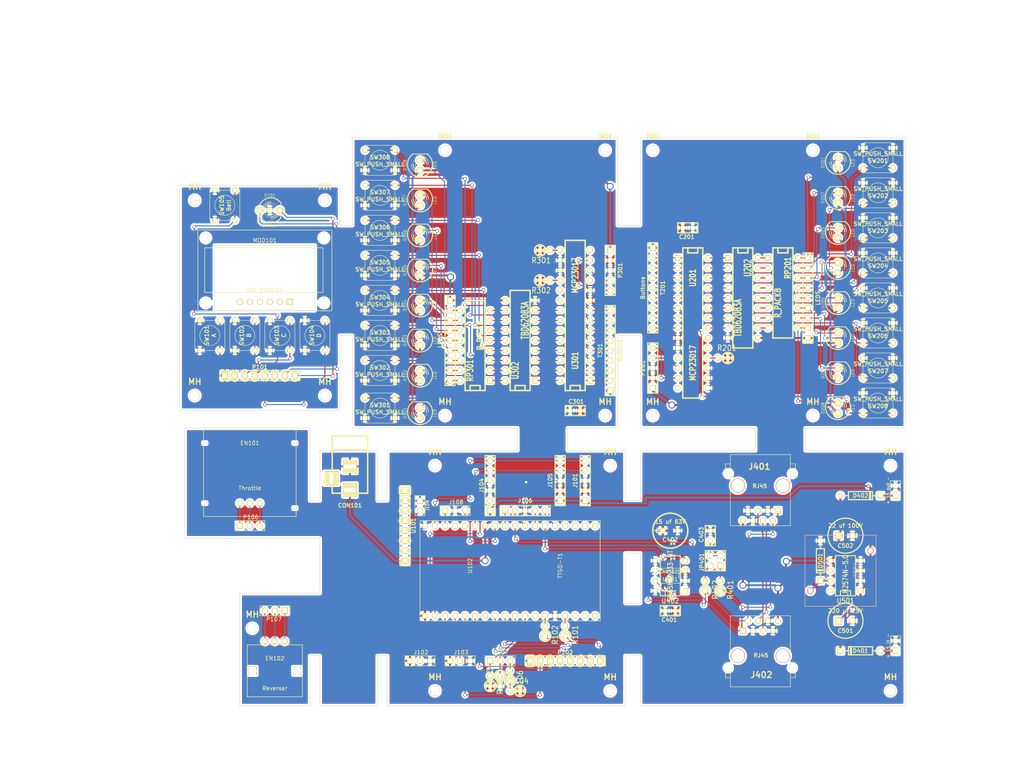
<source format=kicad_pcb>
(kicad_pcb (version 3) (host pcbnew "(2013-june-11)-stable")
  (layers (15 F.Cu signal) (0 B.Cu signal) (18 B.Paste user) (19 F.Paste user) (20 B.SilkS user) (21 F.SilkS user) (22 B.Mask user) (23 F.Mask user) (28 Edge.Cuts user))
  (net 0 "")
  (net 1 +12V)
  (net 2 +3.3V)
  (net 3 +5V)
  (net 4 +BATT)
  (net 5 /Bell)
  (net 6 /Brake)
  (net 7 /Button_A)
  (net 8 /Button_B)
  (net 9 /Button_C)
  (net 10 /Button_D)
  (net 11 "/CAN Transceiver/CANH")
  (net 12 "/CAN Transceiver/CANL")
  (net 13 "/CAN Transceiver/CAN_RX")
  (net 14 "/CAN Transceiver/CAN_TX")
  (net 15 /Horn)
  (net 16 /L_Bright)
  (net 17 /L_Dim)
  (net 18 /L_Ditch)
  (net 19 /L_Off)
  (net 20 /RST)
  (net 21 /Reverser)
  (net 22 /SCL)
  (net 23 /SDA)
  (net 24 /Status_G)
  (net 25 /Status_R)
  (net 26 /ThrottleA)
  (net 27 /ThrottleB)
  (net 28 GND)
  (net 29 N-00000100)
  (net 30 N-00000101)
  (net 31 N-00000102)
  (net 32 N-00000103)
  (net 33 N-00000109)
  (net 34 N-00000112)
  (net 35 N-00000113)
  (net 36 N-00000114)
  (net 37 N-00000115)
  (net 38 N-00000116)
  (net 39 N-00000117)
  (net 40 N-00000120)
  (net 41 N-00000123)
  (net 42 N-00000126)
  (net 43 N-00000128)
  (net 44 N-00000129)
  (net 45 N-00000130)
  (net 46 N-00000131)
  (net 47 N-00000132)
  (net 48 N-00000133)
  (net 49 N-00000134)
  (net 50 N-00000135)
  (net 51 N-00000136)
  (net 52 N-00000137)
  (net 53 N-00000138)
  (net 54 N-00000139)
  (net 55 N-00000140)
  (net 56 N-00000143)
  (net 57 N-00000144)
  (net 58 N-00000145)
  (net 59 N-00000146)
  (net 60 N-00000147)
  (net 61 N-00000148)
  (net 62 N-00000149)
  (net 63 N-00000150)
  (net 64 N-00000151)
  (net 65 N-00000152)
  (net 66 N-00000153)
  (net 67 N-00000154)
  (net 68 N-00000158)
  (net 69 N-00000163)
  (net 70 N-00000164)
  (net 71 N-00000165)
  (net 72 N-00000166)
  (net 73 N-00000167)
  (net 74 N-00000168)
  (net 75 N-00000171)
  (net 76 N-00000174)
  (net 77 N-00000177)
  (net 78 N-00000179)
  (net 79 N-00000180)
  (net 80 N-00000181)
  (net 81 N-00000182)
  (net 82 N-00000185)
  (net 83 N-00000189)
  (net 84 N-00000192)
  (net 85 N-00000193)
  (net 86 N-00000194)
  (net 87 N-00000195)
  (net 88 N-0000034)
  (net 89 N-0000035)
  (net 90 N-0000039)
  (net 91 N-0000042)
  (net 92 N-0000043)
  (net 93 N-0000044)
  (net 94 N-0000048)
  (net 95 N-0000049)
  (net 96 N-0000050)
  (net 97 N-0000058)
  (net 98 N-0000059)
  (net 99 N-0000060)
  (net 100 N-0000064)
  (net 101 N-0000065)
  (net 102 N-0000066)
  (net 103 N-0000067)
  (net 104 N-0000068)
  (net 105 N-0000069)
  (net 106 N-0000070)
  (net 107 N-0000071)
  (net 108 N-0000072)
  (net 109 N-0000073)
  (net 110 N-0000074)
  (net 111 N-0000075)
  (net 112 N-0000076)
  (net 113 N-0000077)
  (net 114 N-0000078)
  (net 115 N-0000079)
  (net 116 N-0000081)
  (net 117 N-0000082)
  (net 118 N-0000083)
  (net 119 N-0000084)
  (net 120 N-0000085)
  (net 121 N-0000086)
  (net 122 N-0000087)
  (net 123 N-0000088)
  (net 124 N-0000089)
  (net 125 N-0000090)
  (net 126 N-0000091)
  (net 127 N-0000092)
  (net 128 N-0000095)
  (net 129 N-0000096)
  (net 130 N-0000097)
  (net 131 N-0000098)
  (net 132 N-0000099)
  (module oled_monochrome_128x32_i2c (layer F.Cu) (at 135.89 119.38)
    (fp_text reference MOD101 (at 0 -7.62) (layer F.SilkS))
    (fp_text value I2C_DISPLAY (at 0 5.08) (layer F.SilkS))
    (pad 1 thru_hole rect (at 6.35 7.995971) (size 1.524 1.524) (drill 1.016) (layers *.Cu *.Mask F.SilkS) (net 112 N-0000076))
    (pad 2 thru_hole circle (at 3.81 7.995971) (size 1.524 1.524) (drill 1.016) (layers *.Cu *.Mask F.SilkS) (net 111 N-0000075))
    (pad 3 thru_hole circle (at 1.27 7.995971) (size 1.524 1.524) (drill 1.016) (layers *.Cu *.Mask F.SilkS) (net 110 N-0000074))
    (pad 4 thru_hole circle (at -1.27 7.995971) (size 1.524 1.524) (drill 1.016) (layers *.Cu *.Mask F.SilkS) (net 109 N-0000073))
    (pad 5 thru_hole circle (at -3.81 7.995971) (size 1.524 1.524) (drill 1.016) (layers *.Cu *.Mask F.SilkS) (net 108 N-0000072))
    (pad 6 thru_hole circle (at -6.35 7.995971) (size 1.524 1.524) (drill 1.016) (layers *.Cu *.Mask F.SilkS) (net 107 N-0000071))
    (pad "" np_thru_hole circle (at -14.986 -8.25) (size 2.3 2.3) (drill 2.3) (layers *.Cu *.Mask F.SilkS))
    (pad "" np_thru_hole circle (at 14.986 -8.25) (size 2.3 2.3) (drill 2.3) (layers *.Cu *.Mask F.SilkS))
    (pad "" np_thru_hole circle (at 14.986 8.25) (size 2.3 2.3) (drill 2.3) (layers *.Cu *.Mask F.SilkS))
    (pad "" np_thru_hole circle (at -14.986 8.25) (size 2.3 2.3) (drill 2.3) (layers *.Cu *.Mask F.SilkS))
  )
  (module ALPSEC12C (layer F.Cu) (at 138.43 220.98 180)
    (fp_text reference EN102 (at 0 3.175 180) (layer F.SilkS))
    (fp_text value Reverser (at 0 -4.445 180) (layer F.SilkS))
    (pad 2 thru_hole circle (at 0 7.5 180) (size 1.6 1.6) (drill 1.016) (layers *.Cu *.Mask F.SilkS) (net 96 N-0000050))
    (pad 1 thru_hole circle (at -2.5 7.5 180) (size 1.6 1.6) (drill 1.016) (layers *.Cu *.Mask F.SilkS) (net 95 N-0000049))
    (pad 3 thru_hole circle (at 2.5 7.5 180) (size 1.6 1.6) (drill 1.016) (layers *.Cu *.Mask F.SilkS) (net 94 N-0000048))
    (pad "" np_thru_hole rect (at -5.6 0 180) (size 2 2.1) (drill oval 2 2.1) (layers *.Cu *.Mask F.SilkS))
    (pad "" np_thru_hole rect (at 5.6 0 180) (size 2 2.1) (drill oval 2 2.1) (layers *.Cu *.Mask F.SilkS))
  )
  (module TIGO-T1 (layer F.Cu) (at 199.39 194.31 90)
    (fp_text reference U102 (at 0 -11.43 90) (layer F.SilkS))
    (fp_text value TTGO-T1 (at 0 11.43 90) (layer F.SilkS))
    (pad 1 thru_hole rect (at -12.7 -22.86 90) (size 1.524 1.524) (drill 1.016) (layers *.Cu *.Mask F.SilkS) (net 2 +3.3V))
    (pad 2 thru_hole circle (at -12.7 -20.32 90) (size 1.524 1.524) (drill 1.016) (layers *.Cu *.Mask F.SilkS) (net 20 /RST))
    (pad 3 thru_hole circle (at -12.7 -17.78 90) (size 1.524 1.524) (drill 1.016) (layers *.Cu *.Mask F.SilkS) (net 15 /Horn))
    (pad 4 thru_hole circle (at -12.7 -15.24 90) (size 1.524 1.524) (drill 1.016) (layers *.Cu *.Mask F.SilkS) (net 6 /Brake))
    (pad 5 thru_hole circle (at -12.7 -12.7 90) (size 1.524 1.524) (drill 1.016) (layers *.Cu *.Mask F.SilkS) (net 7 /Button_A))
    (pad 6 thru_hole circle (at -12.7 -10.16 90) (size 1.524 1.524) (drill 1.016) (layers *.Cu *.Mask F.SilkS) (net 8 /Button_B))
    (pad 7 thru_hole circle (at -12.7 -7.62 90) (size 1.524 1.524) (drill 1.016) (layers *.Cu *.Mask F.SilkS))
    (pad 8 thru_hole circle (at -12.7 -5.08 90) (size 1.524 1.524) (drill 1.016) (layers *.Cu *.Mask F.SilkS) (net 9 /Button_C))
    (pad 9 thru_hole circle (at -12.7 -2.54 90) (size 1.524 1.524) (drill 1.016) (layers *.Cu *.Mask F.SilkS) (net 10 /Button_D))
    (pad 10 thru_hole circle (at -12.7 0 90) (size 1.524 1.524) (drill 1.016) (layers *.Cu *.Mask F.SilkS) (net 5 /Bell))
    (pad 11 thru_hole circle (at -12.7 2.54 90) (size 1.524 1.524) (drill 1.016) (layers *.Cu *.Mask F.SilkS) (net 21 /Reverser))
    (pad 12 thru_hole circle (at -12.7 5.08 90) (size 1.524 1.524) (drill 1.016) (layers *.Cu *.Mask F.SilkS))
    (pad 13 thru_hole circle (at -12.7 7.62 90) (size 1.524 1.524) (drill 1.016) (layers *.Cu *.Mask F.SilkS) (net 25 /Status_R))
    (pad 14 thru_hole circle (at -12.7 10.16 90) (size 1.524 1.524) (drill 1.016) (layers *.Cu *.Mask F.SilkS) (net 28 GND))
    (pad 15 thru_hole circle (at -12.7 12.7 90) (size 1.524 1.524) (drill 1.016) (layers *.Cu *.Mask F.SilkS) (net 24 /Status_G))
    (pad 16 thru_hole circle (at -12.7 15.24 90) (size 1.524 1.524) (drill 1.016) (layers *.Cu *.Mask F.SilkS))
    (pad 17 thru_hole circle (at -12.7 17.78 90) (size 1.524 1.524) (drill 1.016) (layers *.Cu *.Mask F.SilkS))
    (pad 18 thru_hole circle (at -12.7 20.32 90) (size 1.524 1.524) (drill 1.016) (layers *.Cu *.Mask F.SilkS))
    (pad 19 thru_hole circle (at 10.16 20.32 90) (size 1.524 1.524) (drill 1.016) (layers *.Cu *.Mask F.SilkS))
    (pad 20 thru_hole circle (at 10.16 17.78 90) (size 1.524 1.524) (drill 1.016) (layers *.Cu *.Mask F.SilkS))
    (pad 21 thru_hole circle (at 10.16 15.24 90) (size 1.524 1.524) (drill 1.016) (layers *.Cu *.Mask F.SilkS))
    (pad 22 thru_hole circle (at 10.16 12.7 90) (size 1.524 1.524) (drill 1.016) (layers *.Cu *.Mask F.SilkS))
    (pad 23 thru_hole circle (at 10.16 10.16 90) (size 1.524 1.524) (drill 1.016) (layers *.Cu *.Mask F.SilkS) (net 18 /L_Ditch))
    (pad 24 thru_hole circle (at 10.16 7.62 90) (size 1.524 1.524) (drill 1.016) (layers *.Cu *.Mask F.SilkS) (net 13 "/CAN Transceiver/CAN_RX"))
    (pad 25 thru_hole circle (at 10.16 5.08 90) (size 1.524 1.524) (drill 1.016) (layers *.Cu *.Mask F.SilkS) (net 16 /L_Bright))
    (pad 26 thru_hole circle (at 10.16 2.54 90) (size 1.524 1.524) (drill 1.016) (layers *.Cu *.Mask F.SilkS) (net 17 /L_Dim))
    (pad 27 thru_hole circle (at 10.16 0 90) (size 1.524 1.524) (drill 1.016) (layers *.Cu *.Mask F.SilkS) (net 14 "/CAN Transceiver/CAN_TX"))
    (pad 28 thru_hole circle (at 10.16 -2.54 90) (size 1.524 1.524) (drill 1.016) (layers *.Cu *.Mask F.SilkS) (net 19 /L_Off))
    (pad 29 thru_hole circle (at 10.16 -5.08 90) (size 1.524 1.524) (drill 1.016) (layers *.Cu *.Mask F.SilkS) (net 27 /ThrottleB))
    (pad 30 thru_hole circle (at 10.16 -7.62 90) (size 1.524 1.524) (drill 1.016) (layers *.Cu *.Mask F.SilkS) (net 3 +5V))
    (pad 31 thru_hole circle (at 10.16 -10.16 90) (size 1.524 1.524) (drill 1.016) (layers *.Cu *.Mask F.SilkS) (net 22 /SCL))
    (pad 32 thru_hole circle (at 10.16 -12.7 90) (size 1.524 1.524) (drill 1.016) (layers *.Cu *.Mask F.SilkS))
    (pad 33 thru_hole circle (at 10.16 -15.24 90) (size 1.524 1.524) (drill 1.016) (layers *.Cu *.Mask F.SilkS))
    (pad 34 thru_hole circle (at 10.16 -17.78 90) (size 1.524 1.524) (drill 1.016) (layers *.Cu *.Mask F.SilkS) (net 26 /ThrottleA))
    (pad 35 thru_hole circle (at 10.16 -20.32 90) (size 1.524 1.524) (drill 1.016) (layers *.Cu *.Mask F.SilkS) (net 23 /SDA))
    (pad 36 thru_hole circle (at 10.16 -22.86 90) (size 1.524 1.524) (drill 1.016) (layers *.Cu *.Mask F.SilkS) (net 28 GND))
  )
  (module SW_PUSH_SMALL (layer F.Cu) (at 148.59 135.89 90)
    (fp_text reference SW104 (at 0 -0.762 90) (layer F.SilkS) (effects (font (size 1.016 1.016) (thickness 0.2032))))
    (fp_text value D (at 0 1.016 90) (layer F.SilkS) (effects (font (size 1.016 1.016) (thickness 0.2032))))
    (pad 1 thru_hole circle (at 3.81 -2.54 90) (size 1.397 1.397) (drill 0.8128) (layers *.Cu *.Mask F.SilkS) (net 28 GND))
    (pad 2 thru_hole circle (at 3.81 2.54 90) (size 1.397 1.397) (drill 0.8128) (layers *.Cu *.Mask F.SilkS) (net 103 N-0000067))
    (pad 1 thru_hole circle (at -3.81 -2.54 90) (size 1.397 1.397) (drill 0.8128) (layers *.Cu *.Mask F.SilkS) (net 28 GND))
    (pad 2 thru_hole circle (at -3.81 2.54 90) (size 1.397 1.397) (drill 0.8128) (layers *.Cu *.Mask F.SilkS) (net 103 N-0000067))
  )
  (module SW_PUSH_SMALL (layer F.Cu) (at 139.7 135.89 90)
    (fp_text reference SW103 (at 0 -0.762 90) (layer F.SilkS) (effects (font (size 1.016 1.016) (thickness 0.2032))))
    (fp_text value C (at 0 1.016 90) (layer F.SilkS) (effects (font (size 1.016 1.016) (thickness 0.2032))))
    (pad 1 thru_hole circle (at 3.81 -2.54 90) (size 1.397 1.397) (drill 0.8128) (layers *.Cu *.Mask F.SilkS) (net 28 GND))
    (pad 2 thru_hole circle (at 3.81 2.54 90) (size 1.397 1.397) (drill 0.8128) (layers *.Cu *.Mask F.SilkS) (net 104 N-0000068))
    (pad 1 thru_hole circle (at -3.81 -2.54 90) (size 1.397 1.397) (drill 0.8128) (layers *.Cu *.Mask F.SilkS) (net 28 GND))
    (pad 2 thru_hole circle (at -3.81 2.54 90) (size 1.397 1.397) (drill 0.8128) (layers *.Cu *.Mask F.SilkS) (net 104 N-0000068))
  )
  (module SW_PUSH_SMALL (layer F.Cu) (at 130.81 135.89 90)
    (fp_text reference SW102 (at 0 -0.762 90) (layer F.SilkS) (effects (font (size 1.016 1.016) (thickness 0.2032))))
    (fp_text value B (at 0 1.016 90) (layer F.SilkS) (effects (font (size 1.016 1.016) (thickness 0.2032))))
    (pad 1 thru_hole circle (at 3.81 -2.54 90) (size 1.397 1.397) (drill 0.8128) (layers *.Cu *.Mask F.SilkS) (net 28 GND))
    (pad 2 thru_hole circle (at 3.81 2.54 90) (size 1.397 1.397) (drill 0.8128) (layers *.Cu *.Mask F.SilkS) (net 105 N-0000069))
    (pad 1 thru_hole circle (at -3.81 -2.54 90) (size 1.397 1.397) (drill 0.8128) (layers *.Cu *.Mask F.SilkS) (net 28 GND))
    (pad 2 thru_hole circle (at -3.81 2.54 90) (size 1.397 1.397) (drill 0.8128) (layers *.Cu *.Mask F.SilkS) (net 105 N-0000069))
  )
  (module SW_PUSH_SMALL (layer F.Cu) (at 121.92 135.89 90)
    (fp_text reference SW101 (at 0 -0.762 90) (layer F.SilkS) (effects (font (size 1.016 1.016) (thickness 0.2032))))
    (fp_text value A (at 0 1.016 90) (layer F.SilkS) (effects (font (size 1.016 1.016) (thickness 0.2032))))
    (pad 1 thru_hole circle (at 3.81 -2.54 90) (size 1.397 1.397) (drill 0.8128) (layers *.Cu *.Mask F.SilkS) (net 28 GND))
    (pad 2 thru_hole circle (at 3.81 2.54 90) (size 1.397 1.397) (drill 0.8128) (layers *.Cu *.Mask F.SilkS) (net 106 N-0000070))
    (pad 1 thru_hole circle (at -3.81 -2.54 90) (size 1.397 1.397) (drill 0.8128) (layers *.Cu *.Mask F.SilkS) (net 28 GND))
    (pad 2 thru_hole circle (at -3.81 2.54 90) (size 1.397 1.397) (drill 0.8128) (layers *.Cu *.Mask F.SilkS) (net 106 N-0000070))
  )
  (module SW_PUSH_SMALL (layer F.Cu) (at 291.465 99.695 180)
    (fp_text reference SW202 (at 0 -0.762 180) (layer F.SilkS) (effects (font (size 1.016 1.016) (thickness 0.2032))))
    (fp_text value SW_PUSH_SMALL (at 0 1.016 180) (layer F.SilkS) (effects (font (size 1.016 1.016) (thickness 0.2032))))
    (pad 1 thru_hole circle (at 3.81 -2.54 180) (size 1.397 1.397) (drill 0.8128) (layers *.Cu *.Mask F.SilkS) (net 38 N-00000116))
    (pad 2 thru_hole circle (at 3.81 2.54 180) (size 1.397 1.397) (drill 0.8128) (layers *.Cu *.Mask F.SilkS) (net 28 GND))
    (pad 1 thru_hole circle (at -3.81 -2.54 180) (size 1.397 1.397) (drill 0.8128) (layers *.Cu *.Mask F.SilkS) (net 38 N-00000116))
    (pad 2 thru_hole circle (at -3.81 2.54 180) (size 1.397 1.397) (drill 0.8128) (layers *.Cu *.Mask F.SilkS) (net 28 GND))
  )
  (module SW_PUSH_SMALL (layer F.Cu) (at 125.73 102.87 90)
    (fp_text reference SW105 (at 0 -0.762 90) (layer F.SilkS) (effects (font (size 1.016 1.016) (thickness 0.2032))))
    (fp_text value Bell (at 0 1.016 90) (layer F.SilkS) (effects (font (size 1.016 1.016) (thickness 0.2032))))
    (pad 1 thru_hole circle (at 3.81 -2.54 90) (size 1.397 1.397) (drill 0.8128) (layers *.Cu *.Mask F.SilkS) (net 28 GND))
    (pad 2 thru_hole circle (at 3.81 2.54 90) (size 1.397 1.397) (drill 0.8128) (layers *.Cu *.Mask F.SilkS) (net 102 N-0000066))
    (pad 1 thru_hole circle (at -3.81 -2.54 90) (size 1.397 1.397) (drill 0.8128) (layers *.Cu *.Mask F.SilkS) (net 28 GND))
    (pad 2 thru_hole circle (at -3.81 2.54 90) (size 1.397 1.397) (drill 0.8128) (layers *.Cu *.Mask F.SilkS) (net 102 N-0000066))
  )
  (module SW_PUSH_SMALL (layer F.Cu) (at 291.465 117.475 180)
    (fp_text reference SW204 (at 0 -0.762 180) (layer F.SilkS) (effects (font (size 1.016 1.016) (thickness 0.2032))))
    (fp_text value SW_PUSH_SMALL (at 0 1.016 180) (layer F.SilkS) (effects (font (size 1.016 1.016) (thickness 0.2032))))
    (pad 1 thru_hole circle (at 3.81 -2.54 180) (size 1.397 1.397) (drill 0.8128) (layers *.Cu *.Mask F.SilkS) (net 36 N-00000114))
    (pad 2 thru_hole circle (at 3.81 2.54 180) (size 1.397 1.397) (drill 0.8128) (layers *.Cu *.Mask F.SilkS) (net 28 GND))
    (pad 1 thru_hole circle (at -3.81 -2.54 180) (size 1.397 1.397) (drill 0.8128) (layers *.Cu *.Mask F.SilkS) (net 36 N-00000114))
    (pad 2 thru_hole circle (at -3.81 2.54 180) (size 1.397 1.397) (drill 0.8128) (layers *.Cu *.Mask F.SilkS) (net 28 GND))
  )
  (module SW_PUSH_SMALL (layer F.Cu) (at 291.465 108.585 180)
    (fp_text reference SW203 (at 0 -0.762 180) (layer F.SilkS) (effects (font (size 1.016 1.016) (thickness 0.2032))))
    (fp_text value SW_PUSH_SMALL (at 0 1.016 180) (layer F.SilkS) (effects (font (size 1.016 1.016) (thickness 0.2032))))
    (pad 1 thru_hole circle (at 3.81 -2.54 180) (size 1.397 1.397) (drill 0.8128) (layers *.Cu *.Mask F.SilkS) (net 37 N-00000115))
    (pad 2 thru_hole circle (at 3.81 2.54 180) (size 1.397 1.397) (drill 0.8128) (layers *.Cu *.Mask F.SilkS) (net 28 GND))
    (pad 1 thru_hole circle (at -3.81 -2.54 180) (size 1.397 1.397) (drill 0.8128) (layers *.Cu *.Mask F.SilkS) (net 37 N-00000115))
    (pad 2 thru_hole circle (at -3.81 2.54 180) (size 1.397 1.397) (drill 0.8128) (layers *.Cu *.Mask F.SilkS) (net 28 GND))
  )
  (module SW_PUSH_SMALL (layer F.Cu) (at 291.465 126.365 180)
    (fp_text reference SW205 (at 0 -0.762 180) (layer F.SilkS) (effects (font (size 1.016 1.016) (thickness 0.2032))))
    (fp_text value SW_PUSH_SMALL (at 0 1.016 180) (layer F.SilkS) (effects (font (size 1.016 1.016) (thickness 0.2032))))
    (pad 1 thru_hole circle (at 3.81 -2.54 180) (size 1.397 1.397) (drill 0.8128) (layers *.Cu *.Mask F.SilkS) (net 35 N-00000113))
    (pad 2 thru_hole circle (at 3.81 2.54 180) (size 1.397 1.397) (drill 0.8128) (layers *.Cu *.Mask F.SilkS) (net 28 GND))
    (pad 1 thru_hole circle (at -3.81 -2.54 180) (size 1.397 1.397) (drill 0.8128) (layers *.Cu *.Mask F.SilkS) (net 35 N-00000113))
    (pad 2 thru_hole circle (at -3.81 2.54 180) (size 1.397 1.397) (drill 0.8128) (layers *.Cu *.Mask F.SilkS) (net 28 GND))
  )
  (module SW_PUSH_SMALL (layer F.Cu) (at 291.465 90.805 180)
    (fp_text reference SW201 (at 0 -0.762 180) (layer F.SilkS) (effects (font (size 1.016 1.016) (thickness 0.2032))))
    (fp_text value SW_PUSH_SMALL (at 0 1.016 180) (layer F.SilkS) (effects (font (size 1.016 1.016) (thickness 0.2032))))
    (pad 1 thru_hole circle (at 3.81 -2.54 180) (size 1.397 1.397) (drill 0.8128) (layers *.Cu *.Mask F.SilkS) (net 39 N-00000117))
    (pad 2 thru_hole circle (at 3.81 2.54 180) (size 1.397 1.397) (drill 0.8128) (layers *.Cu *.Mask F.SilkS) (net 28 GND))
    (pad 1 thru_hole circle (at -3.81 -2.54 180) (size 1.397 1.397) (drill 0.8128) (layers *.Cu *.Mask F.SilkS) (net 39 N-00000117))
    (pad 2 thru_hole circle (at -3.81 2.54 180) (size 1.397 1.397) (drill 0.8128) (layers *.Cu *.Mask F.SilkS) (net 28 GND))
  )
  (module SW_PUSH_SMALL (layer F.Cu) (at 291.465 135.255 180)
    (fp_text reference SW206 (at 0 -0.762 180) (layer F.SilkS) (effects (font (size 1.016 1.016) (thickness 0.2032))))
    (fp_text value SW_PUSH_SMALL (at 0 1.016 180) (layer F.SilkS) (effects (font (size 1.016 1.016) (thickness 0.2032))))
    (pad 1 thru_hole circle (at 3.81 -2.54 180) (size 1.397 1.397) (drill 0.8128) (layers *.Cu *.Mask F.SilkS) (net 34 N-00000112))
    (pad 2 thru_hole circle (at 3.81 2.54 180) (size 1.397 1.397) (drill 0.8128) (layers *.Cu *.Mask F.SilkS) (net 28 GND))
    (pad 1 thru_hole circle (at -3.81 -2.54 180) (size 1.397 1.397) (drill 0.8128) (layers *.Cu *.Mask F.SilkS) (net 34 N-00000112))
    (pad 2 thru_hole circle (at -3.81 2.54 180) (size 1.397 1.397) (drill 0.8128) (layers *.Cu *.Mask F.SilkS) (net 28 GND))
  )
  (module SW_PUSH_SMALL (layer F.Cu) (at 291.465 144.145 180)
    (fp_text reference SW207 (at 0 -0.762 180) (layer F.SilkS) (effects (font (size 1.016 1.016) (thickness 0.2032))))
    (fp_text value SW_PUSH_SMALL (at 0 1.016 180) (layer F.SilkS) (effects (font (size 1.016 1.016) (thickness 0.2032))))
    (pad 1 thru_hole circle (at 3.81 -2.54 180) (size 1.397 1.397) (drill 0.8128) (layers *.Cu *.Mask F.SilkS) (net 31 N-00000102))
    (pad 2 thru_hole circle (at 3.81 2.54 180) (size 1.397 1.397) (drill 0.8128) (layers *.Cu *.Mask F.SilkS) (net 28 GND))
    (pad 1 thru_hole circle (at -3.81 -2.54 180) (size 1.397 1.397) (drill 0.8128) (layers *.Cu *.Mask F.SilkS) (net 31 N-00000102))
    (pad 2 thru_hole circle (at -3.81 2.54 180) (size 1.397 1.397) (drill 0.8128) (layers *.Cu *.Mask F.SilkS) (net 28 GND))
  )
  (module SW_PUSH_SMALL (layer F.Cu) (at 165.1 91.44)
    (fp_text reference SW308 (at 0 -0.762) (layer F.SilkS) (effects (font (size 1.016 1.016) (thickness 0.2032))))
    (fp_text value SW_PUSH_SMALL (at 0 1.016) (layer F.SilkS) (effects (font (size 1.016 1.016) (thickness 0.2032))))
    (pad 1 thru_hole circle (at 3.81 -2.54) (size 1.397 1.397) (drill 0.8128) (layers *.Cu *.Mask F.SilkS) (net 66 N-00000153))
    (pad 2 thru_hole circle (at 3.81 2.54) (size 1.397 1.397) (drill 0.8128) (layers *.Cu *.Mask F.SilkS) (net 28 GND))
    (pad 1 thru_hole circle (at -3.81 -2.54) (size 1.397 1.397) (drill 0.8128) (layers *.Cu *.Mask F.SilkS) (net 66 N-00000153))
    (pad 2 thru_hole circle (at -3.81 2.54) (size 1.397 1.397) (drill 0.8128) (layers *.Cu *.Mask F.SilkS) (net 28 GND))
  )
  (module SW_PUSH_SMALL (layer F.Cu) (at 165.1 100.33)
    (fp_text reference SW307 (at 0 -0.762) (layer F.SilkS) (effects (font (size 1.016 1.016) (thickness 0.2032))))
    (fp_text value SW_PUSH_SMALL (at 0 1.016) (layer F.SilkS) (effects (font (size 1.016 1.016) (thickness 0.2032))))
    (pad 1 thru_hole circle (at 3.81 -2.54) (size 1.397 1.397) (drill 0.8128) (layers *.Cu *.Mask F.SilkS) (net 67 N-00000154))
    (pad 2 thru_hole circle (at 3.81 2.54) (size 1.397 1.397) (drill 0.8128) (layers *.Cu *.Mask F.SilkS) (net 28 GND))
    (pad 1 thru_hole circle (at -3.81 -2.54) (size 1.397 1.397) (drill 0.8128) (layers *.Cu *.Mask F.SilkS) (net 67 N-00000154))
    (pad 2 thru_hole circle (at -3.81 2.54) (size 1.397 1.397) (drill 0.8128) (layers *.Cu *.Mask F.SilkS) (net 28 GND))
  )
  (module SW_PUSH_SMALL (layer F.Cu) (at 165.1 109.22)
    (fp_text reference SW306 (at 0 -0.762) (layer F.SilkS) (effects (font (size 1.016 1.016) (thickness 0.2032))))
    (fp_text value SW_PUSH_SMALL (at 0 1.016) (layer F.SilkS) (effects (font (size 1.016 1.016) (thickness 0.2032))))
    (pad 1 thru_hole circle (at 3.81 -2.54) (size 1.397 1.397) (drill 0.8128) (layers *.Cu *.Mask F.SilkS) (net 69 N-00000163))
    (pad 2 thru_hole circle (at 3.81 2.54) (size 1.397 1.397) (drill 0.8128) (layers *.Cu *.Mask F.SilkS) (net 28 GND))
    (pad 1 thru_hole circle (at -3.81 -2.54) (size 1.397 1.397) (drill 0.8128) (layers *.Cu *.Mask F.SilkS) (net 69 N-00000163))
    (pad 2 thru_hole circle (at -3.81 2.54) (size 1.397 1.397) (drill 0.8128) (layers *.Cu *.Mask F.SilkS) (net 28 GND))
  )
  (module SW_PUSH_SMALL (layer F.Cu) (at 165.1 154.305)
    (fp_text reference SW301 (at 0 -0.762) (layer F.SilkS) (effects (font (size 1.016 1.016) (thickness 0.2032))))
    (fp_text value SW_PUSH_SMALL (at 0 1.016) (layer F.SilkS) (effects (font (size 1.016 1.016) (thickness 0.2032))))
    (pad 1 thru_hole circle (at 3.81 -2.54) (size 1.397 1.397) (drill 0.8128) (layers *.Cu *.Mask F.SilkS) (net 74 N-00000168))
    (pad 2 thru_hole circle (at 3.81 2.54) (size 1.397 1.397) (drill 0.8128) (layers *.Cu *.Mask F.SilkS) (net 28 GND))
    (pad 1 thru_hole circle (at -3.81 -2.54) (size 1.397 1.397) (drill 0.8128) (layers *.Cu *.Mask F.SilkS) (net 74 N-00000168))
    (pad 2 thru_hole circle (at -3.81 2.54) (size 1.397 1.397) (drill 0.8128) (layers *.Cu *.Mask F.SilkS) (net 28 GND))
  )
  (module SW_PUSH_SMALL (layer F.Cu) (at 165.1 118.11)
    (fp_text reference SW305 (at 0 -0.762) (layer F.SilkS) (effects (font (size 1.016 1.016) (thickness 0.2032))))
    (fp_text value SW_PUSH_SMALL (at 0 1.016) (layer F.SilkS) (effects (font (size 1.016 1.016) (thickness 0.2032))))
    (pad 1 thru_hole circle (at 3.81 -2.54) (size 1.397 1.397) (drill 0.8128) (layers *.Cu *.Mask F.SilkS) (net 70 N-00000164))
    (pad 2 thru_hole circle (at 3.81 2.54) (size 1.397 1.397) (drill 0.8128) (layers *.Cu *.Mask F.SilkS) (net 28 GND))
    (pad 1 thru_hole circle (at -3.81 -2.54) (size 1.397 1.397) (drill 0.8128) (layers *.Cu *.Mask F.SilkS) (net 70 N-00000164))
    (pad 2 thru_hole circle (at -3.81 2.54) (size 1.397 1.397) (drill 0.8128) (layers *.Cu *.Mask F.SilkS) (net 28 GND))
  )
  (module SW_PUSH_SMALL (layer F.Cu) (at 165.1 135.89)
    (fp_text reference SW303 (at 0 -0.762) (layer F.SilkS) (effects (font (size 1.016 1.016) (thickness 0.2032))))
    (fp_text value SW_PUSH_SMALL (at 0 1.016) (layer F.SilkS) (effects (font (size 1.016 1.016) (thickness 0.2032))))
    (pad 1 thru_hole circle (at 3.81 -2.54) (size 1.397 1.397) (drill 0.8128) (layers *.Cu *.Mask F.SilkS) (net 72 N-00000166))
    (pad 2 thru_hole circle (at 3.81 2.54) (size 1.397 1.397) (drill 0.8128) (layers *.Cu *.Mask F.SilkS) (net 28 GND))
    (pad 1 thru_hole circle (at -3.81 -2.54) (size 1.397 1.397) (drill 0.8128) (layers *.Cu *.Mask F.SilkS) (net 72 N-00000166))
    (pad 2 thru_hole circle (at -3.81 2.54) (size 1.397 1.397) (drill 0.8128) (layers *.Cu *.Mask F.SilkS) (net 28 GND))
  )
  (module SW_PUSH_SMALL (layer F.Cu) (at 291.465 153.035 180)
    (fp_text reference SW208 (at 0 -0.762 180) (layer F.SilkS) (effects (font (size 1.016 1.016) (thickness 0.2032))))
    (fp_text value SW_PUSH_SMALL (at 0 1.016 180) (layer F.SilkS) (effects (font (size 1.016 1.016) (thickness 0.2032))))
    (pad 1 thru_hole circle (at 3.81 -2.54 180) (size 1.397 1.397) (drill 0.8128) (layers *.Cu *.Mask F.SilkS) (net 30 N-00000101))
    (pad 2 thru_hole circle (at 3.81 2.54 180) (size 1.397 1.397) (drill 0.8128) (layers *.Cu *.Mask F.SilkS) (net 28 GND))
    (pad 1 thru_hole circle (at -3.81 -2.54 180) (size 1.397 1.397) (drill 0.8128) (layers *.Cu *.Mask F.SilkS) (net 30 N-00000101))
    (pad 2 thru_hole circle (at -3.81 2.54 180) (size 1.397 1.397) (drill 0.8128) (layers *.Cu *.Mask F.SilkS) (net 28 GND))
  )
  (module SW_PUSH_SMALL (layer F.Cu) (at 165.1 127)
    (fp_text reference SW304 (at 0 -0.762) (layer F.SilkS) (effects (font (size 1.016 1.016) (thickness 0.2032))))
    (fp_text value SW_PUSH_SMALL (at 0 1.016) (layer F.SilkS) (effects (font (size 1.016 1.016) (thickness 0.2032))))
    (pad 1 thru_hole circle (at 3.81 -2.54) (size 1.397 1.397) (drill 0.8128) (layers *.Cu *.Mask F.SilkS) (net 71 N-00000165))
    (pad 2 thru_hole circle (at 3.81 2.54) (size 1.397 1.397) (drill 0.8128) (layers *.Cu *.Mask F.SilkS) (net 28 GND))
    (pad 1 thru_hole circle (at -3.81 -2.54) (size 1.397 1.397) (drill 0.8128) (layers *.Cu *.Mask F.SilkS) (net 71 N-00000165))
    (pad 2 thru_hole circle (at -3.81 2.54) (size 1.397 1.397) (drill 0.8128) (layers *.Cu *.Mask F.SilkS) (net 28 GND))
  )
  (module SW_PUSH_SMALL (layer F.Cu) (at 165.1 144.78)
    (fp_text reference SW302 (at 0 -0.762) (layer F.SilkS) (effects (font (size 1.016 1.016) (thickness 0.2032))))
    (fp_text value SW_PUSH_SMALL (at 0 1.016) (layer F.SilkS) (effects (font (size 1.016 1.016) (thickness 0.2032))))
    (pad 1 thru_hole circle (at 3.81 -2.54) (size 1.397 1.397) (drill 0.8128) (layers *.Cu *.Mask F.SilkS) (net 73 N-00000167))
    (pad 2 thru_hole circle (at 3.81 2.54) (size 1.397 1.397) (drill 0.8128) (layers *.Cu *.Mask F.SilkS) (net 28 GND))
    (pad 1 thru_hole circle (at -3.81 -2.54) (size 1.397 1.397) (drill 0.8128) (layers *.Cu *.Mask F.SilkS) (net 73 N-00000167))
    (pad 2 thru_hole circle (at -3.81 2.54) (size 1.397 1.397) (drill 0.8128) (layers *.Cu *.Mask F.SilkS) (net 28 GND))
  )
  (module SOIC-8_N (layer F.Cu) (at 238.76 196.85 180)
    (fp_text reference U401 (at 0 -0.889 180) (layer F.SilkS))
    (fp_text value TCAN332DR (at 0 1.016 180) (layer F.SilkS) (effects (font (size 0.8 0.8))))
    (pad 8 smd rect (at -1.875 -2.7 180) (size 0.6 1.6) (layers F.Cu F.Paste F.Mask))
    (pad 1 smd rect (at -1.875 2.7 180) (size 0.6 1.6) (layers F.Cu F.Paste F.Mask) (net 14 "/CAN Transceiver/CAN_TX"))
    (pad 7 smd rect (at -0.625 -2.7 180) (size 0.6 1.6) (layers F.Cu F.Paste F.Mask) (net 11 "/CAN Transceiver/CANH"))
    (pad 6 smd rect (at 0.625 -2.7 180) (size 0.6 1.6) (layers F.Cu F.Paste F.Mask) (net 12 "/CAN Transceiver/CANL"))
    (pad 5 smd rect (at 1.875 -2.7 180) (size 0.6 1.6) (layers F.Cu F.Paste F.Mask))
    (pad 2 smd rect (at -0.625 2.7 180) (size 0.6 1.6) (layers F.Cu F.Paste F.Mask) (net 28 GND))
    (pad 3 smd rect (at 0.625 2.7 180) (size 0.6 1.6) (layers F.Cu F.Paste F.Mask) (net 2 +3.3V))
    (pad 4 smd rect (at 1.875 2.7 180) (size 0.6 1.6) (layers F.Cu F.Paste F.Mask) (net 13 "/CAN Transceiver/CAN_RX"))
  )
  (module ScrewTerm_2.54-9 (layer F.Cu) (at 182.88 137.16 270)
    (fp_text reference T302 (at 0 -2.54 270) (layer F.SilkS) (effects (font (size 1.016 1.016) (thickness 0.2032))))
    (fp_text value LEDS (at 0 2.54 270) (layer F.SilkS) (effects (font (size 1.016 1.016) (thickness 0.2032))))
    (pad 1 thru_hole rect (at -10.18 0 270) (size 1.524 1.524) (drill 1.016) (layers *.Cu *.Mask F.SilkS) (net 4 +BATT))
    (pad 2 thru_hole circle (at -7.64 0 270) (size 1.524 1.524) (drill 1.016) (layers *.Cu *.Mask F.SilkS) (net 50 N-00000135))
    (pad 3 thru_hole circle (at -5.1 0 270) (size 1.524 1.524) (drill 1.016) (layers *.Cu *.Mask F.SilkS) (net 51 N-00000136))
    (pad 4 thru_hole circle (at -2.56 0 270) (size 1.524 1.524) (drill 1.016) (layers *.Cu *.Mask F.SilkS) (net 57 N-00000144))
    (pad 5 thru_hole circle (at -0.02 0 270) (size 1.524 1.524) (drill 1.016) (layers *.Cu *.Mask F.SilkS) (net 52 N-00000137))
    (pad 6 thru_hole circle (at 2.52 0 270) (size 1.524 1.524) (drill 1.016) (layers *.Cu *.Mask F.SilkS) (net 47 N-00000132))
    (pad 7 thru_hole circle (at 5.06 0 270) (size 1.524 1.524) (drill 1.016) (layers *.Cu *.Mask F.SilkS) (net 53 N-00000138))
    (pad 8 thru_hole circle (at 7.6 0 270) (size 1.524 1.524) (drill 1.016) (layers *.Cu *.Mask F.SilkS) (net 54 N-00000139))
    (pad 9 thru_hole circle (at 10.14 0 270) (size 1.524 1.524) (drill 1.016) (layers *.Cu *.Mask F.SilkS) (net 55 N-00000140))
  )
  (module ScrewTerm_2.54-9 (layer F.Cu) (at 223.52 139.7 90)
    (fp_text reference T301 (at 0 -2.54 90) (layer F.SilkS) (effects (font (size 1.016 1.016) (thickness 0.2032))))
    (fp_text value Buttons (at 0 2.54 90) (layer F.SilkS) (effects (font (size 1.016 1.016) (thickness 0.2032))))
    (pad 1 thru_hole rect (at -10.18 0 90) (size 1.524 1.524) (drill 1.016) (layers *.Cu *.Mask F.SilkS) (net 28 GND))
    (pad 2 thru_hole circle (at -7.64 0 90) (size 1.524 1.524) (drill 1.016) (layers *.Cu *.Mask F.SilkS) (net 74 N-00000168))
    (pad 3 thru_hole circle (at -5.1 0 90) (size 1.524 1.524) (drill 1.016) (layers *.Cu *.Mask F.SilkS) (net 73 N-00000167))
    (pad 4 thru_hole circle (at -2.56 0 90) (size 1.524 1.524) (drill 1.016) (layers *.Cu *.Mask F.SilkS) (net 72 N-00000166))
    (pad 5 thru_hole circle (at -0.02 0 90) (size 1.524 1.524) (drill 1.016) (layers *.Cu *.Mask F.SilkS) (net 71 N-00000165))
    (pad 6 thru_hole circle (at 2.52 0 90) (size 1.524 1.524) (drill 1.016) (layers *.Cu *.Mask F.SilkS) (net 70 N-00000164))
    (pad 7 thru_hole circle (at 5.06 0 90) (size 1.524 1.524) (drill 1.016) (layers *.Cu *.Mask F.SilkS) (net 69 N-00000163))
    (pad 8 thru_hole circle (at 7.6 0 90) (size 1.524 1.524) (drill 1.016) (layers *.Cu *.Mask F.SilkS) (net 67 N-00000154))
    (pad 9 thru_hole circle (at 10.14 0 90) (size 1.524 1.524) (drill 1.016) (layers *.Cu *.Mask F.SilkS) (net 66 N-00000153))
  )
  (module ScrewTerm_2.54-9 (layer F.Cu) (at 234.315 123.825 270)
    (fp_text reference T201 (at 0 -2.54 270) (layer F.SilkS) (effects (font (size 1.016 1.016) (thickness 0.2032))))
    (fp_text value Buttons (at 0 2.54 270) (layer F.SilkS) (effects (font (size 1.016 1.016) (thickness 0.2032))))
    (pad 1 thru_hole rect (at -10.18 0 270) (size 1.524 1.524) (drill 1.016) (layers *.Cu *.Mask F.SilkS) (net 28 GND))
    (pad 2 thru_hole circle (at -7.64 0 270) (size 1.524 1.524) (drill 1.016) (layers *.Cu *.Mask F.SilkS) (net 39 N-00000117))
    (pad 3 thru_hole circle (at -5.1 0 270) (size 1.524 1.524) (drill 1.016) (layers *.Cu *.Mask F.SilkS) (net 38 N-00000116))
    (pad 4 thru_hole circle (at -2.56 0 270) (size 1.524 1.524) (drill 1.016) (layers *.Cu *.Mask F.SilkS) (net 37 N-00000115))
    (pad 5 thru_hole circle (at -0.02 0 270) (size 1.524 1.524) (drill 1.016) (layers *.Cu *.Mask F.SilkS) (net 36 N-00000114))
    (pad 6 thru_hole circle (at 2.52 0 270) (size 1.524 1.524) (drill 1.016) (layers *.Cu *.Mask F.SilkS) (net 35 N-00000113))
    (pad 7 thru_hole circle (at 5.06 0 270) (size 1.524 1.524) (drill 1.016) (layers *.Cu *.Mask F.SilkS) (net 34 N-00000112))
    (pad 8 thru_hole circle (at 7.6 0 270) (size 1.524 1.524) (drill 1.016) (layers *.Cu *.Mask F.SilkS) (net 31 N-00000102))
    (pad 9 thru_hole circle (at 10.14 0 270) (size 1.524 1.524) (drill 1.016) (layers *.Cu *.Mask F.SilkS) (net 30 N-00000101))
  )
  (module ScrewTerm_2.54-9 (layer F.Cu) (at 273.685 126.365 90)
    (fp_text reference T202 (at 0 -2.54 90) (layer F.SilkS) (effects (font (size 1.016 1.016) (thickness 0.2032))))
    (fp_text value LEDS (at 0 2.54 90) (layer F.SilkS) (effects (font (size 1.016 1.016) (thickness 0.2032))))
    (pad 1 thru_hole rect (at -10.18 0 90) (size 1.524 1.524) (drill 1.016) (layers *.Cu *.Mask F.SilkS) (net 4 +BATT))
    (pad 2 thru_hole circle (at -7.64 0 90) (size 1.524 1.524) (drill 1.016) (layers *.Cu *.Mask F.SilkS) (net 128 N-0000095))
    (pad 3 thru_hole circle (at -5.1 0 90) (size 1.524 1.524) (drill 1.016) (layers *.Cu *.Mask F.SilkS) (net 129 N-0000096))
    (pad 4 thru_hole circle (at -2.56 0 90) (size 1.524 1.524) (drill 1.016) (layers *.Cu *.Mask F.SilkS) (net 124 N-0000089))
    (pad 5 thru_hole circle (at -0.02 0 90) (size 1.524 1.524) (drill 1.016) (layers *.Cu *.Mask F.SilkS) (net 120 N-0000085))
    (pad 6 thru_hole circle (at 2.52 0 90) (size 1.524 1.524) (drill 1.016) (layers *.Cu *.Mask F.SilkS) (net 119 N-0000084))
    (pad 7 thru_hole circle (at 5.06 0 90) (size 1.524 1.524) (drill 1.016) (layers *.Cu *.Mask F.SilkS) (net 121 N-0000086))
    (pad 8 thru_hole circle (at 7.6 0 90) (size 1.524 1.524) (drill 1.016) (layers *.Cu *.Mask F.SilkS) (net 122 N-0000087))
    (pad 9 thru_hole circle (at 10.14 0 90) (size 1.524 1.524) (drill 1.016) (layers *.Cu *.Mask F.SilkS) (net 123 N-0000088))
  )
  (module ScrewTerm2.54-2 (layer F.Cu) (at 295.91 175.26 90)
    (fp_text reference T402 hide)
    (fp_text value "+ 15 out -" (at 0 -1.905 90) (layer F.SilkS) (effects (font (size 0.762 0.762) (thickness 0.1524))))
    (pad 1 thru_hole rect (at -1.27 0 180) (size 1.524 1.524) (drill 1.016) (layers *.Cu *.Mask F.SilkS) (net 83 N-00000189))
    (pad 2 thru_hole circle (at 1.27 0 180) (size 1.524 1.524) (drill 1.016) (layers *.Cu *.Mask F.SilkS) (net 28 GND))
  )
  (module ScrewTerm2.54-2 (layer F.Cu) (at 295.91 214.63 90)
    (fp_text reference T401 hide)
    (fp_text value "+ 15 in -" (at 0 -1.905 90) (layer F.SilkS) (effects (font (size 0.762 0.762) (thickness 0.1524))))
    (pad 1 thru_hole rect (at -1.27 0 180) (size 1.524 1.524) (drill 1.016) (layers *.Cu *.Mask F.SilkS) (net 82 N-00000185))
    (pad 2 thru_hole circle (at 1.27 0 180) (size 1.524 1.524) (drill 1.016) (layers *.Cu *.Mask F.SilkS) (net 28 GND))
  )
  (module RJ45_8N-S (layer F.Cu) (at 261.62 217.17)
    (fp_text reference J402 (at 0.254 4.826) (layer F.SilkS) (effects (font (size 1.524 1.524) (thickness 0.3048))))
    (fp_text value RJ45 (at 0.14224 -0.1016) (layer F.SilkS) (effects (font (size 1.00076 1.00076) (thickness 0.2032))))
    (pad "" np_thru_hole circle (at 5.715 0) (size 3.64998 3.64998) (drill 3.2512) (layers *.Cu *.SilkS *.Mask))
    (pad "" np_thru_hole circle (at -5.715 0) (size 3.64998 3.64998) (drill 3.2512) (layers *.Cu *.SilkS *.Mask))
    (pad 1 thru_hole rect (at -4.445 -6.35) (size 1.50114 1.50114) (drill 0.89916) (layers *.Cu *.Mask F.SilkS) (net 11 "/CAN Transceiver/CANH"))
    (pad 2 thru_hole circle (at -3.175 -8.89) (size 1.50114 1.50114) (drill 0.89916) (layers *.Cu *.Mask F.SilkS) (net 12 "/CAN Transceiver/CANL"))
    (pad 3 thru_hole circle (at -1.905 -6.35) (size 1.50114 1.50114) (drill 0.89916) (layers *.Cu *.Mask F.SilkS) (net 28 GND))
    (pad 4 thru_hole circle (at -0.635 -8.89) (size 1.50114 1.50114) (drill 0.89916) (layers *.Cu *.Mask F.SilkS) (net 80 N-00000181))
    (pad 5 thru_hole circle (at 0.635 -6.35) (size 1.50114 1.50114) (drill 0.89916) (layers *.Cu *.Mask F.SilkS) (net 81 N-00000182))
    (pad 6 thru_hole circle (at 1.905 -8.89) (size 1.50114 1.50114) (drill 0.89916) (layers *.Cu *.Mask F.SilkS) (net 28 GND))
    (pad 7 thru_hole circle (at 3.175 -6.35) (size 1.50114 1.50114) (drill 0.89916) (layers *.Cu *.Mask F.SilkS) (net 28 GND))
    (pad 8 thru_hole circle (at 4.445 -8.89) (size 1.50114 1.50114) (drill 0.89916) (layers *.Cu *.Mask F.SilkS) (net 1 +12V))
    (pad "" thru_hole circle (at -8.128 3.048) (size 1.9304 1.9304) (drill 1.9304) (layers *.Cu *.Mask F.SilkS))
    (pad "" thru_hole circle (at 8.128 3.048) (size 1.9304 1.9304) (drill 1.9304) (layers *.Cu *.Mask F.SilkS))
  )
  (module RJ45_8N-S (layer F.Cu) (at 261.62 173.99 180)
    (fp_text reference J401 (at 0.254 4.826 180) (layer F.SilkS) (effects (font (size 1.524 1.524) (thickness 0.3048))))
    (fp_text value RJ45 (at 0.14224 -0.1016 180) (layer F.SilkS) (effects (font (size 1.00076 1.00076) (thickness 0.2032))))
    (pad "" np_thru_hole circle (at 5.715 0 180) (size 3.64998 3.64998) (drill 3.2512) (layers *.Cu *.SilkS *.Mask))
    (pad "" np_thru_hole circle (at -5.715 0 180) (size 3.64998 3.64998) (drill 3.2512) (layers *.Cu *.SilkS *.Mask))
    (pad 1 thru_hole rect (at -4.445 -6.35 180) (size 1.50114 1.50114) (drill 0.89916) (layers *.Cu *.Mask F.SilkS) (net 11 "/CAN Transceiver/CANH"))
    (pad 2 thru_hole circle (at -3.175 -8.89 180) (size 1.50114 1.50114) (drill 0.89916) (layers *.Cu *.Mask F.SilkS) (net 12 "/CAN Transceiver/CANL"))
    (pad 3 thru_hole circle (at -1.905 -6.35 180) (size 1.50114 1.50114) (drill 0.89916) (layers *.Cu *.Mask F.SilkS) (net 28 GND))
    (pad 4 thru_hole circle (at -0.635 -8.89 180) (size 1.50114 1.50114) (drill 0.89916) (layers *.Cu *.Mask F.SilkS) (net 80 N-00000181))
    (pad 5 thru_hole circle (at 0.635 -6.35 180) (size 1.50114 1.50114) (drill 0.89916) (layers *.Cu *.Mask F.SilkS) (net 81 N-00000182))
    (pad 6 thru_hole circle (at 1.905 -8.89 180) (size 1.50114 1.50114) (drill 0.89916) (layers *.Cu *.Mask F.SilkS) (net 28 GND))
    (pad 7 thru_hole circle (at 3.175 -6.35 180) (size 1.50114 1.50114) (drill 0.89916) (layers *.Cu *.Mask F.SilkS) (net 28 GND))
    (pad 8 thru_hole circle (at 4.445 -8.89 180) (size 1.50114 1.50114) (drill 0.89916) (layers *.Cu *.Mask F.SilkS) (net 1 +12V))
    (pad "" thru_hole circle (at -8.128 3.048 180) (size 1.9304 1.9304) (drill 1.9304) (layers *.Cu *.Mask F.SilkS))
    (pad "" thru_hole circle (at 8.128 3.048 180) (size 1.9304 1.9304) (drill 1.9304) (layers *.Cu *.Mask F.SilkS))
  )
  (module R1 (layer F.Cu) (at 207.01 121.92)
    (fp_text reference R302 (at -1.016 2.54) (layer F.SilkS) (effects (font (size 1.397 1.27) (thickness 0.2032))))
    (fp_text value "10K Ohms" hide)
    (pad 1 thru_hole circle (at -1.27 0) (size 1.397 1.397) (drill 0.8128) (layers *.Cu *.Mask F.SilkS) (net 2 +3.3V))
    (pad 2 thru_hole circle (at 1.27 0) (size 1.397 1.397) (drill 0.8128) (layers *.Cu *.Mask F.SilkS) (net 44 N-00000129))
  )
  (module R1 (layer F.Cu) (at 252.095 141.605 180)
    (fp_text reference R201 (at -1.016 2.54 180) (layer F.SilkS) (effects (font (size 1.397 1.27) (thickness 0.2032))))
    (fp_text value "10K Ohms" hide)
    (pad 1 thru_hole circle (at -1.27 0 180) (size 1.397 1.397) (drill 0.8128) (layers *.Cu *.Mask F.SilkS) (net 2 +3.3V))
    (pad 2 thru_hole circle (at 1.27 0 180) (size 1.397 1.397) (drill 0.8128) (layers *.Cu *.Mask F.SilkS) (net 113 N-0000077))
  )
  (module R1 (layer F.Cu) (at 207.01 114.3)
    (fp_text reference R301 (at -1.016 2.54) (layer F.SilkS) (effects (font (size 1.397 1.27) (thickness 0.2032))))
    (fp_text value "10K Ohms" hide)
    (pad 1 thru_hole circle (at -1.27 0) (size 1.397 1.397) (drill 0.8128) (layers *.Cu *.Mask F.SilkS) (net 2 +3.3V))
    (pad 2 thru_hole circle (at 1.27 0) (size 1.397 1.397) (drill 0.8128) (layers *.Cu *.Mask F.SilkS) (net 56 N-00000143))
  )
  (module R1 (layer F.Cu) (at 195.58 223.52 270)
    (fp_text reference R103 (at -1.016 2.54 270) (layer F.SilkS) (effects (font (size 1.397 1.27) (thickness 0.2032))))
    (fp_text value "100K Ohms" hide)
    (pad 1 thru_hole circle (at -1.27 0 270) (size 1.397 1.397) (drill 0.8128) (layers *.Cu *.Mask F.SilkS) (net 21 /Reverser))
    (pad 2 thru_hole circle (at 1.27 0 270) (size 1.397 1.397) (drill 0.8128) (layers *.Cu *.Mask F.SilkS) (net 28 GND))
  )
  (module R1 (layer F.Cu) (at 247.65 199.39 90)
    (fp_text reference R402 (at -1.016 2.54 90) (layer F.SilkS) (effects (font (size 1.397 1.27) (thickness 0.2032))))
    (fp_text value "60 Ohms" hide)
    (pad 1 thru_hole circle (at -1.27 0 90) (size 1.397 1.397) (drill 0.8128) (layers *.Cu *.Mask F.SilkS) (net 12 "/CAN Transceiver/CANL"))
    (pad 2 thru_hole circle (at 1.27 0 90) (size 1.397 1.397) (drill 0.8128) (layers *.Cu *.Mask F.SilkS) (net 84 N-00000192))
  )
  (module R1 (layer F.Cu) (at 212.09 210.82 90)
    (fp_text reference R101 (at -1.016 2.54 90) (layer F.SilkS) (effects (font (size 1.397 1.27) (thickness 0.2032))))
    (fp_text value "220 Ohms" hide)
    (pad 1 thru_hole circle (at -1.27 0 90) (size 1.397 1.397) (drill 0.8128) (layers *.Cu *.Mask F.SilkS) (net 89 N-0000035))
    (pad 2 thru_hole circle (at 1.27 0 90) (size 1.397 1.397) (drill 0.8128) (layers *.Cu *.Mask F.SilkS) (net 24 /Status_G))
  )
  (module R1 (layer F.Cu) (at 207.01 210.82 90)
    (fp_text reference R102 (at -1.016 2.54 90) (layer F.SilkS) (effects (font (size 1.397 1.27) (thickness 0.2032))))
    (fp_text value "220 Ohms" hide)
    (pad 1 thru_hole circle (at -1.27 0 90) (size 1.397 1.397) (drill 0.8128) (layers *.Cu *.Mask F.SilkS) (net 88 N-0000034))
    (pad 2 thru_hole circle (at 1.27 0 90) (size 1.397 1.397) (drill 0.8128) (layers *.Cu *.Mask F.SilkS) (net 25 /Status_R))
  )
  (module R1 (layer F.Cu) (at 251.46 199.39 90)
    (fp_text reference R401 (at -1.016 2.54 90) (layer F.SilkS) (effects (font (size 1.397 1.27) (thickness 0.2032))))
    (fp_text value "60 Ohms" hide)
    (pad 1 thru_hole circle (at -1.27 0 90) (size 1.397 1.397) (drill 0.8128) (layers *.Cu *.Mask F.SilkS) (net 11 "/CAN Transceiver/CANH"))
    (pad 2 thru_hole circle (at 1.27 0 90) (size 1.397 1.397) (drill 0.8128) (layers *.Cu *.Mask F.SilkS) (net 86 N-00000194))
  )
  (module R1 (layer F.Cu) (at 193.04 223.52 90)
    (fp_text reference R105 (at -1.016 2.54 90) (layer F.SilkS) (effects (font (size 1.397 1.27) (thickness 0.2032))))
    (fp_text value "100K Ohms" hide)
    (pad 1 thru_hole circle (at -1.27 0 90) (size 1.397 1.397) (drill 0.8128) (layers *.Cu *.Mask F.SilkS) (net 2 +3.3V))
    (pad 2 thru_hole circle (at 1.27 0 90) (size 1.397 1.397) (drill 0.8128) (layers *.Cu *.Mask F.SilkS) (net 93 N-0000044))
  )
  (module R1 (layer F.Cu) (at 198.12 222.25 90)
    (fp_text reference R106 (at -1.016 2.54 90) (layer F.SilkS) (effects (font (size 1.397 1.27) (thickness 0.2032))))
    (fp_text value "100K Ohms" hide)
    (pad 1 thru_hole circle (at -1.27 0 90) (size 1.397 1.397) (drill 0.8128) (layers *.Cu *.Mask F.SilkS) (net 91 N-0000042))
    (pad 2 thru_hole circle (at 1.27 0 90) (size 1.397 1.397) (drill 0.8128) (layers *.Cu *.Mask F.SilkS) (net 92 N-0000043))
  )
  (module R1 (layer F.Cu) (at 199.39 226.06 180)
    (fp_text reference R104 (at -1.016 2.54 180) (layer F.SilkS) (effects (font (size 1.397 1.27) (thickness 0.2032))))
    (fp_text value "100K Ohms" hide)
    (pad 1 thru_hole circle (at -1.27 0 180) (size 1.397 1.397) (drill 0.8128) (layers *.Cu *.Mask F.SilkS) (net 2 +3.3V))
    (pad 2 thru_hole circle (at 1.27 0 180) (size 1.397 1.397) (drill 0.8128) (layers *.Cu *.Mask F.SilkS) (net 91 N-0000042))
  )
  (module PIN_ARRAY_5x1 (layer F.Cu) (at 217.17 172.72 90)
    (fp_text reference J101 (at 0 -2.54 90) (layer F.SilkS) (effects (font (size 1.016 1.016) (thickness 0.2032))))
    (fp_text value "Button & LED Panel" hide)
    (pad 1 thru_hole rect (at -5.08 0 90) (size 1.524 1.524) (drill 1.016) (layers *.Cu *.Mask F.SilkS) (net 3 +5V))
    (pad 2 thru_hole circle (at -2.54 0 90) (size 1.524 1.524) (drill 1.016) (layers *.Cu *.Mask F.SilkS) (net 2 +3.3V))
    (pad 3 thru_hole circle (at 0 0 90) (size 1.524 1.524) (drill 1.016) (layers *.Cu *.Mask F.SilkS) (net 28 GND))
    (pad 4 thru_hole circle (at 2.54 0 90) (size 1.524 1.524) (drill 1.016) (layers *.Cu *.Mask F.SilkS) (net 22 /SCL))
    (pad 5 thru_hole circle (at 5.08 0 90) (size 1.524 1.524) (drill 1.016) (layers *.Cu *.Mask F.SilkS) (net 23 /SDA))
  )
  (module PIN_ARRAY_5x1 (layer F.Cu) (at 234.315 144.145 90)
    (fp_text reference P201 (at 0 -2.54 90) (layer F.SilkS) (effects (font (size 1.016 1.016) (thickness 0.2032))))
    (fp_text value CONN_5 hide)
    (pad 1 thru_hole rect (at -5.08 0 90) (size 1.524 1.524) (drill 1.016) (layers *.Cu *.Mask F.SilkS) (net 4 +BATT))
    (pad 2 thru_hole circle (at -2.54 0 90) (size 1.524 1.524) (drill 1.016) (layers *.Cu *.Mask F.SilkS) (net 2 +3.3V))
    (pad 3 thru_hole circle (at 0 0 90) (size 1.524 1.524) (drill 1.016) (layers *.Cu *.Mask F.SilkS) (net 28 GND))
    (pad 4 thru_hole circle (at 2.54 0 90) (size 1.524 1.524) (drill 1.016) (layers *.Cu *.Mask F.SilkS) (net 115 N-0000079))
    (pad 5 thru_hole circle (at 5.08 0 90) (size 1.524 1.524) (drill 1.016) (layers *.Cu *.Mask F.SilkS) (net 114 N-0000078))
  )
  (module PIN_ARRAY_5x1 (layer F.Cu) (at 223.52 119.38 270)
    (fp_text reference P301 (at 0 -2.54 270) (layer F.SilkS) (effects (font (size 1.016 1.016) (thickness 0.2032))))
    (fp_text value CONN_5 hide)
    (pad 1 thru_hole rect (at -5.08 0 270) (size 1.524 1.524) (drill 1.016) (layers *.Cu *.Mask F.SilkS) (net 4 +BATT))
    (pad 2 thru_hole circle (at -2.54 0 270) (size 1.524 1.524) (drill 1.016) (layers *.Cu *.Mask F.SilkS) (net 2 +3.3V))
    (pad 3 thru_hole circle (at 0 0 270) (size 1.524 1.524) (drill 1.016) (layers *.Cu *.Mask F.SilkS) (net 28 GND))
    (pad 4 thru_hole circle (at 2.54 0 270) (size 1.524 1.524) (drill 1.016) (layers *.Cu *.Mask F.SilkS) (net 46 N-00000131))
    (pad 5 thru_hole circle (at 5.08 0 270) (size 1.524 1.524) (drill 1.016) (layers *.Cu *.Mask F.SilkS) (net 45 N-00000130))
  )
  (module PIN_ARRAY_5x1 (layer F.Cu) (at 201.93 180.34)
    (fp_text reference J106 (at 0 -2.54) (layer F.SilkS) (effects (font (size 1.016 1.016) (thickness 0.2032))))
    (fp_text value "Light Switch" hide)
    (pad 1 thru_hole rect (at -5.08 0) (size 1.524 1.524) (drill 1.016) (layers *.Cu *.Mask F.SilkS) (net 19 /L_Off))
    (pad 2 thru_hole circle (at -2.54 0) (size 1.524 1.524) (drill 1.016) (layers *.Cu *.Mask F.SilkS) (net 17 /L_Dim))
    (pad 3 thru_hole circle (at 0 0) (size 1.524 1.524) (drill 1.016) (layers *.Cu *.Mask F.SilkS) (net 28 GND))
    (pad 4 thru_hole circle (at 2.54 0) (size 1.524 1.524) (drill 1.016) (layers *.Cu *.Mask F.SilkS) (net 16 /L_Bright))
    (pad 5 thru_hole circle (at 5.08 0) (size 1.524 1.524) (drill 1.016) (layers *.Cu *.Mask F.SilkS) (net 18 /L_Ditch))
  )
  (module PIN_ARRAY_5x1 (layer F.Cu) (at 210.82 172.72 90)
    (fp_text reference J105 (at 0 -2.54 90) (layer F.SilkS) (effects (font (size 1.016 1.016) (thickness 0.2032))))
    (fp_text value "Button & LED Panel" hide)
    (pad 1 thru_hole rect (at -5.08 0 90) (size 1.524 1.524) (drill 1.016) (layers *.Cu *.Mask F.SilkS) (net 3 +5V))
    (pad 2 thru_hole circle (at -2.54 0 90) (size 1.524 1.524) (drill 1.016) (layers *.Cu *.Mask F.SilkS) (net 2 +3.3V))
    (pad 3 thru_hole circle (at 0 0 90) (size 1.524 1.524) (drill 1.016) (layers *.Cu *.Mask F.SilkS) (net 28 GND))
    (pad 4 thru_hole circle (at 2.54 0 90) (size 1.524 1.524) (drill 1.016) (layers *.Cu *.Mask F.SilkS) (net 22 /SCL))
    (pad 5 thru_hole circle (at 5.08 0 90) (size 1.524 1.524) (drill 1.016) (layers *.Cu *.Mask F.SilkS) (net 23 /SDA))
  )
  (module PIN_ARRAY_3X1 (layer F.Cu) (at 195.58 218.44)
    (fp_text reference J107 (at 0.254 -2.159) (layer F.SilkS) (effects (font (size 1.016 1.016) (thickness 0.1524))))
    (fp_text value Reverser hide)
    (pad 1 thru_hole rect (at -2.54 0) (size 1.524 1.524) (drill 1.016) (layers *.Cu *.Mask F.SilkS) (net 93 N-0000044))
    (pad 2 thru_hole circle (at 0 0) (size 1.524 1.524) (drill 1.016) (layers *.Cu *.Mask F.SilkS) (net 21 /Reverser))
    (pad 3 thru_hole circle (at 2.54 0) (size 1.524 1.524) (drill 1.016) (layers *.Cu *.Mask F.SilkS) (net 92 N-0000043))
  )
  (module PIN_ARRAY_3X1 (layer F.Cu) (at 138.43 205.74 180)
    (fp_text reference P107 (at 0.254 -2.159 180) (layer F.SilkS) (effects (font (size 1.016 1.016) (thickness 0.1524))))
    (fp_text value CONN_3 hide)
    (pad 1 thru_hole rect (at -2.54 0 180) (size 1.524 1.524) (drill 1.016) (layers *.Cu *.Mask F.SilkS) (net 95 N-0000049))
    (pad 2 thru_hole circle (at 0 0 180) (size 1.524 1.524) (drill 1.016) (layers *.Cu *.Mask F.SilkS) (net 96 N-0000050))
    (pad 3 thru_hole circle (at 2.54 0 180) (size 1.524 1.524) (drill 1.016) (layers *.Cu *.Mask F.SilkS) (net 94 N-0000048))
  )
  (module PIN_ARRAY_3X1 (layer F.Cu) (at 185.42 218.44)
    (fp_text reference J103 (at 0.254 -2.159) (layer F.SilkS) (effects (font (size 1.016 1.016) (thickness 0.1524))))
    (fp_text value Brake hide)
    (pad 1 thru_hole rect (at -2.54 0) (size 1.524 1.524) (drill 1.016) (layers *.Cu *.Mask F.SilkS) (net 2 +3.3V))
    (pad 2 thru_hole circle (at 0 0) (size 1.524 1.524) (drill 1.016) (layers *.Cu *.Mask F.SilkS) (net 6 /Brake))
    (pad 3 thru_hole circle (at 2.54 0) (size 1.524 1.524) (drill 1.016) (layers *.Cu *.Mask F.SilkS) (net 28 GND))
  )
  (module PIN_ARRAY_3X1 (layer F.Cu) (at 175.26 218.44)
    (fp_text reference J102 (at 0.254 -2.159) (layer F.SilkS) (effects (font (size 1.016 1.016) (thickness 0.1524))))
    (fp_text value Horn hide)
    (pad 1 thru_hole rect (at -2.54 0) (size 1.524 1.524) (drill 1.016) (layers *.Cu *.Mask F.SilkS) (net 2 +3.3V))
    (pad 2 thru_hole circle (at 0 0) (size 1.524 1.524) (drill 1.016) (layers *.Cu *.Mask F.SilkS) (net 15 /Horn))
    (pad 3 thru_hole circle (at 2.54 0) (size 1.524 1.524) (drill 1.016) (layers *.Cu *.Mask F.SilkS) (net 28 GND))
  )
  (module PIN_ARRAY_3X1 (layer F.Cu) (at 132.08 184.15)
    (fp_text reference P106 (at 0.254 -2.159) (layer F.SilkS) (effects (font (size 1.016 1.016) (thickness 0.1524))))
    (fp_text value CONN_3 hide)
    (pad 1 thru_hole rect (at -2.54 0) (size 1.524 1.524) (drill 1.016) (layers *.Cu *.Mask F.SilkS) (net 98 N-0000059))
    (pad 2 thru_hole circle (at 0 0) (size 1.524 1.524) (drill 1.016) (layers *.Cu *.Mask F.SilkS) (net 97 N-0000058))
    (pad 3 thru_hole circle (at 2.54 0) (size 1.524 1.524) (drill 1.016) (layers *.Cu *.Mask F.SilkS) (net 99 N-0000060))
  )
  (module PIN_ARRAY_3X1 (layer F.Cu) (at 184.15 180.34)
    (fp_text reference J108 (at 0.254 -2.159) (layer F.SilkS) (effects (font (size 1.016 1.016) (thickness 0.1524))))
    (fp_text value Throttle hide)
    (pad 1 thru_hole rect (at -2.54 0) (size 1.524 1.524) (drill 1.016) (layers *.Cu *.Mask F.SilkS) (net 26 /ThrottleA))
    (pad 2 thru_hole circle (at 0 0) (size 1.524 1.524) (drill 1.016) (layers *.Cu *.Mask F.SilkS) (net 28 GND))
    (pad 3 thru_hole circle (at 2.54 0) (size 1.524 1.524) (drill 1.016) (layers *.Cu *.Mask F.SilkS) (net 27 /ThrottleB))
  )
  (module PIN_ARRAY_2X2 (layer F.Cu) (at 250.19 193.04 90)
    (fp_text reference JP401 (at -0.381 -3.429 90) (layer F.SilkS) (effects (font (size 1.016 1.016) (thickness 0.2032))))
    (fp_text value Termination hide)
    (pad 1 thru_hole rect (at -1.27 1.27 90) (size 1.524 1.524) (drill 1.016) (layers *.Cu *.Mask F.SilkS) (net 86 N-00000194))
    (pad 2 thru_hole circle (at -1.27 -1.27 90) (size 1.524 1.524) (drill 1.016) (layers *.Cu *.Mask F.SilkS) (net 84 N-00000192))
    (pad 3 thru_hole circle (at 1.27 1.27 90) (size 1.524 1.524) (drill 1.016) (layers *.Cu *.Mask F.SilkS) (net 85 N-00000193))
    (pad 4 thru_hole circle (at 1.27 -1.27 90) (size 1.524 1.524) (drill 1.016) (layers *.Cu *.Mask F.SilkS) (net 85 N-00000193))
  )
  (module PE-LowProfile (layer B.Cu) (at 281.94 195.58 90)
    (fp_text reference L501 (at 0 3.81 90) (layer B.SilkS) (effects (justify mirror)))
    (fp_text value "330 uh" (at 0 -3.81 90) (layer B.SilkS) (effects (justify mirror)))
    (pad 1 thru_hole circle (at 5.08 7.62 90) (size 1.78 1.78) (drill 1.14) (layers *.Cu *.Mask B.SilkS) (net 3 +5V))
    (pad 2 thru_hole circle (at -5.08 -7.62 90) (size 1.78 1.78) (drill 1.14) (layers *.Cu *.Mask B.SilkS) (net 87 N-00000195))
  )
  (module LED-5MM (layer F.Cu) (at 175.26 137.16 90)
    (fp_text reference D303 (at 0 -3.81 90) (layer F.SilkS) (effects (font (size 0.762 0.762) (thickness 0.0889))))
    (fp_text value LED (at 0 3.81 90) (layer F.SilkS) (effects (font (size 0.762 0.762) (thickness 0.0889))))
    (pad 1 thru_hole circle (at -1.27 0 90) (size 1.6764 1.6764) (drill 0.8128) (layers *.Cu *.Mask F.SilkS) (net 4 +BATT))
    (pad 2 thru_hole circle (at 1.27 0 90) (size 1.6764 1.6764) (drill 0.8128) (layers *.Cu *.Mask F.SilkS) (net 53 N-00000138))
  )
  (module LED-5MM (layer F.Cu) (at 175.26 146.05 90)
    (fp_text reference D302 (at 0 -3.81 90) (layer F.SilkS) (effects (font (size 0.762 0.762) (thickness 0.0889))))
    (fp_text value LED (at 0 3.81 90) (layer F.SilkS) (effects (font (size 0.762 0.762) (thickness 0.0889))))
    (pad 1 thru_hole circle (at -1.27 0 90) (size 1.6764 1.6764) (drill 0.8128) (layers *.Cu *.Mask F.SilkS) (net 4 +BATT))
    (pad 2 thru_hole circle (at 1.27 0 90) (size 1.6764 1.6764) (drill 0.8128) (layers *.Cu *.Mask F.SilkS) (net 54 N-00000139))
  )
  (module LED-5MM (layer F.Cu) (at 175.26 128.27 90)
    (fp_text reference D304 (at 0 -3.81 90) (layer F.SilkS) (effects (font (size 0.762 0.762) (thickness 0.0889))))
    (fp_text value LED (at 0 3.81 90) (layer F.SilkS) (effects (font (size 0.762 0.762) (thickness 0.0889))))
    (pad 1 thru_hole circle (at -1.27 0 90) (size 1.6764 1.6764) (drill 0.8128) (layers *.Cu *.Mask F.SilkS) (net 4 +BATT))
    (pad 2 thru_hole circle (at 1.27 0 90) (size 1.6764 1.6764) (drill 0.8128) (layers *.Cu *.Mask F.SilkS) (net 47 N-00000132))
  )
  (module LED-5MM (layer F.Cu) (at 175.26 119.38 90)
    (fp_text reference D305 (at 0 -3.81 90) (layer F.SilkS) (effects (font (size 0.762 0.762) (thickness 0.0889))))
    (fp_text value LED (at 0 3.81 90) (layer F.SilkS) (effects (font (size 0.762 0.762) (thickness 0.0889))))
    (pad 1 thru_hole circle (at -1.27 0 90) (size 1.6764 1.6764) (drill 0.8128) (layers *.Cu *.Mask F.SilkS) (net 4 +BATT))
    (pad 2 thru_hole circle (at 1.27 0 90) (size 1.6764 1.6764) (drill 0.8128) (layers *.Cu *.Mask F.SilkS) (net 52 N-00000137))
  )
  (module LED-5MM (layer F.Cu) (at 175.26 110.49 90)
    (fp_text reference D306 (at 0 -3.81 90) (layer F.SilkS) (effects (font (size 0.762 0.762) (thickness 0.0889))))
    (fp_text value LED (at 0 3.81 90) (layer F.SilkS) (effects (font (size 0.762 0.762) (thickness 0.0889))))
    (pad 1 thru_hole circle (at -1.27 0 90) (size 1.6764 1.6764) (drill 0.8128) (layers *.Cu *.Mask F.SilkS) (net 4 +BATT))
    (pad 2 thru_hole circle (at 1.27 0 90) (size 1.6764 1.6764) (drill 0.8128) (layers *.Cu *.Mask F.SilkS) (net 57 N-00000144))
  )
  (module LED-5MM (layer F.Cu) (at 175.26 101.6 90)
    (fp_text reference D307 (at 0 -3.81 90) (layer F.SilkS) (effects (font (size 0.762 0.762) (thickness 0.0889))))
    (fp_text value LED (at 0 3.81 90) (layer F.SilkS) (effects (font (size 0.762 0.762) (thickness 0.0889))))
    (pad 1 thru_hole circle (at -1.27 0 90) (size 1.6764 1.6764) (drill 0.8128) (layers *.Cu *.Mask F.SilkS) (net 4 +BATT))
    (pad 2 thru_hole circle (at 1.27 0 90) (size 1.6764 1.6764) (drill 0.8128) (layers *.Cu *.Mask F.SilkS) (net 51 N-00000136))
  )
  (module LED-5MM (layer F.Cu) (at 175.26 92.71 90)
    (fp_text reference D308 (at 0 -3.81 90) (layer F.SilkS) (effects (font (size 0.762 0.762) (thickness 0.0889))))
    (fp_text value LED (at 0 3.81 90) (layer F.SilkS) (effects (font (size 0.762 0.762) (thickness 0.0889))))
    (pad 1 thru_hole circle (at -1.27 0 90) (size 1.6764 1.6764) (drill 0.8128) (layers *.Cu *.Mask F.SilkS) (net 4 +BATT))
    (pad 2 thru_hole circle (at 1.27 0 90) (size 1.6764 1.6764) (drill 0.8128) (layers *.Cu *.Mask F.SilkS) (net 50 N-00000135))
  )
  (module LED-5MM (layer F.Cu) (at 175.26 155.575 90)
    (fp_text reference D301 (at 0 -3.81 90) (layer F.SilkS) (effects (font (size 0.762 0.762) (thickness 0.0889))))
    (fp_text value LED (at 0 3.81 90) (layer F.SilkS) (effects (font (size 0.762 0.762) (thickness 0.0889))))
    (pad 1 thru_hole circle (at -1.27 0 90) (size 1.6764 1.6764) (drill 0.8128) (layers *.Cu *.Mask F.SilkS) (net 4 +BATT))
    (pad 2 thru_hole circle (at 1.27 0 90) (size 1.6764 1.6764) (drill 0.8128) (layers *.Cu *.Mask F.SilkS) (net 55 N-00000140))
  )
  (module LED-5MM (layer F.Cu) (at 281.305 154.305 90)
    (fp_text reference D208 (at 0 -3.81 90) (layer F.SilkS) (effects (font (size 0.762 0.762) (thickness 0.0889))))
    (fp_text value LED (at 0 3.81 90) (layer F.SilkS) (effects (font (size 0.762 0.762) (thickness 0.0889))))
    (pad 1 thru_hole circle (at -1.27 0 90) (size 1.6764 1.6764) (drill 0.8128) (layers *.Cu *.Mask F.SilkS) (net 4 +BATT))
    (pad 2 thru_hole circle (at 1.27 0 90) (size 1.6764 1.6764) (drill 0.8128) (layers *.Cu *.Mask F.SilkS) (net 128 N-0000095))
  )
  (module LED-5MM (layer F.Cu) (at 281.305 145.415 90)
    (fp_text reference D207 (at 0 -3.81 90) (layer F.SilkS) (effects (font (size 0.762 0.762) (thickness 0.0889))))
    (fp_text value LED (at 0 3.81 90) (layer F.SilkS) (effects (font (size 0.762 0.762) (thickness 0.0889))))
    (pad 1 thru_hole circle (at -1.27 0 90) (size 1.6764 1.6764) (drill 0.8128) (layers *.Cu *.Mask F.SilkS) (net 4 +BATT))
    (pad 2 thru_hole circle (at 1.27 0 90) (size 1.6764 1.6764) (drill 0.8128) (layers *.Cu *.Mask F.SilkS) (net 129 N-0000096))
  )
  (module LED-5MM (layer F.Cu) (at 281.305 136.525 90)
    (fp_text reference D206 (at 0 -3.81 90) (layer F.SilkS) (effects (font (size 0.762 0.762) (thickness 0.0889))))
    (fp_text value LED (at 0 3.81 90) (layer F.SilkS) (effects (font (size 0.762 0.762) (thickness 0.0889))))
    (pad 1 thru_hole circle (at -1.27 0 90) (size 1.6764 1.6764) (drill 0.8128) (layers *.Cu *.Mask F.SilkS) (net 4 +BATT))
    (pad 2 thru_hole circle (at 1.27 0 90) (size 1.6764 1.6764) (drill 0.8128) (layers *.Cu *.Mask F.SilkS) (net 124 N-0000089))
  )
  (module LED-5MM (layer F.Cu) (at 281.305 127.635 90)
    (fp_text reference D205 (at 0 -3.81 90) (layer F.SilkS) (effects (font (size 0.762 0.762) (thickness 0.0889))))
    (fp_text value LED (at 0 3.81 90) (layer F.SilkS) (effects (font (size 0.762 0.762) (thickness 0.0889))))
    (pad 1 thru_hole circle (at -1.27 0 90) (size 1.6764 1.6764) (drill 0.8128) (layers *.Cu *.Mask F.SilkS) (net 4 +BATT))
    (pad 2 thru_hole circle (at 1.27 0 90) (size 1.6764 1.6764) (drill 0.8128) (layers *.Cu *.Mask F.SilkS) (net 120 N-0000085))
  )
  (module LED-5MM (layer F.Cu) (at 281.305 92.075 90)
    (fp_text reference D201 (at 0 -3.81 90) (layer F.SilkS) (effects (font (size 0.762 0.762) (thickness 0.0889))))
    (fp_text value LED (at 0 3.81 90) (layer F.SilkS) (effects (font (size 0.762 0.762) (thickness 0.0889))))
    (pad 1 thru_hole circle (at -1.27 0 90) (size 1.6764 1.6764) (drill 0.8128) (layers *.Cu *.Mask F.SilkS) (net 4 +BATT))
    (pad 2 thru_hole circle (at 1.27 0 90) (size 1.6764 1.6764) (drill 0.8128) (layers *.Cu *.Mask F.SilkS) (net 123 N-0000088))
  )
  (module LED-5MM (layer F.Cu) (at 281.305 118.745 90)
    (fp_text reference D204 (at 0 -3.81 90) (layer F.SilkS) (effects (font (size 0.762 0.762) (thickness 0.0889))))
    (fp_text value LED (at 0 3.81 90) (layer F.SilkS) (effects (font (size 0.762 0.762) (thickness 0.0889))))
    (pad 1 thru_hole circle (at -1.27 0 90) (size 1.6764 1.6764) (drill 0.8128) (layers *.Cu *.Mask F.SilkS) (net 4 +BATT))
    (pad 2 thru_hole circle (at 1.27 0 90) (size 1.6764 1.6764) (drill 0.8128) (layers *.Cu *.Mask F.SilkS) (net 119 N-0000084))
  )
  (module LED-5MM (layer F.Cu) (at 281.305 109.855 90)
    (fp_text reference D203 (at 0 -3.81 90) (layer F.SilkS) (effects (font (size 0.762 0.762) (thickness 0.0889))))
    (fp_text value LED (at 0 3.81 90) (layer F.SilkS) (effects (font (size 0.762 0.762) (thickness 0.0889))))
    (pad 1 thru_hole circle (at -1.27 0 90) (size 1.6764 1.6764) (drill 0.8128) (layers *.Cu *.Mask F.SilkS) (net 4 +BATT))
    (pad 2 thru_hole circle (at 1.27 0 90) (size 1.6764 1.6764) (drill 0.8128) (layers *.Cu *.Mask F.SilkS) (net 121 N-0000086))
  )
  (module LED-5MM (layer F.Cu) (at 281.305 100.965 90)
    (fp_text reference D202 (at 0 -3.81 90) (layer F.SilkS) (effects (font (size 0.762 0.762) (thickness 0.0889))))
    (fp_text value LED (at 0 3.81 90) (layer F.SilkS) (effects (font (size 0.762 0.762) (thickness 0.0889))))
    (pad 1 thru_hole circle (at -1.27 0 90) (size 1.6764 1.6764) (drill 0.8128) (layers *.Cu *.Mask F.SilkS) (net 4 +BATT))
    (pad 2 thru_hole circle (at 1.27 0 90) (size 1.6764 1.6764) (drill 0.8128) (layers *.Cu *.Mask F.SilkS) (net 122 N-0000087))
  )
  (module DO-41 (layer F.Cu) (at 276.86 193.04 270)
    (fp_text reference D501 (at 0 0 270) (layer F.SilkS) (effects (font (size 1.016 1.016) (thickness 0.2032))))
    (fp_text value SB160-E3/54 hide)
    (pad 2 thru_hole rect (at 5.08 0 270) (size 1.524 1.524) (drill 0.889) (layers *.Cu *.Mask F.SilkS) (net 87 N-00000195))
    (pad 1 thru_hole circle (at -5.08 0 270) (size 1.524 1.524) (drill 0.889) (layers *.Cu *.Mask F.SilkS) (net 28 GND))
  )
  (module DO-41 (layer F.Cu) (at 287.02 215.9 180)
    (fp_text reference D401 (at 0 0 180) (layer F.SilkS) (effects (font (size 1.016 1.016) (thickness 0.2032))))
    (fp_text value SB240E hide)
    (pad 2 thru_hole rect (at 5.08 0 180) (size 1.524 1.524) (drill 0.889) (layers *.Cu *.Mask F.SilkS) (net 1 +12V))
    (pad 1 thru_hole circle (at -5.08 0 180) (size 1.524 1.524) (drill 0.889) (layers *.Cu *.Mask F.SilkS) (net 82 N-00000185))
  )
  (module DO-41 (layer F.Cu) (at 287.02 176.53)
    (fp_text reference D402 (at 0 0) (layer F.SilkS) (effects (font (size 1.016 1.016) (thickness 0.2032))))
    (fp_text value SB240E hide)
    (pad 2 thru_hole rect (at 5.08 0) (size 1.524 1.524) (drill 0.889) (layers *.Cu *.Mask F.SilkS) (net 83 N-00000189))
    (pad 1 thru_hole circle (at -5.08 0) (size 1.524 1.524) (drill 0.889) (layers *.Cu *.Mask F.SilkS) (net 1 +12V))
  )
  (module DIP-8__300 (layer F.Cu) (at 238.76 196.85 90)
    (fp_text reference U402 (at -6.35 0 180) (layer F.SilkS) (effects (font (size 1.27 1.143) (thickness 0.2032))))
    (fp_text value SN65HVD233-HT (at 0 0 90) (layer F.SilkS) (effects (font (size 1.27 1.016) (thickness 0.2032))))
    (pad 1 thru_hole rect (at -3.81 3.81 90) (size 1.397 1.397) (drill 0.8128) (layers *.Cu *.Mask F.SilkS) (net 14 "/CAN Transceiver/CAN_TX"))
    (pad 2 thru_hole circle (at -1.27 3.81 90) (size 1.397 1.397) (drill 0.8128) (layers *.Cu *.Mask F.SilkS) (net 28 GND))
    (pad 3 thru_hole circle (at 1.27 3.81 90) (size 1.397 1.397) (drill 0.8128) (layers *.Cu *.Mask F.SilkS) (net 2 +3.3V))
    (pad 4 thru_hole circle (at 3.81 3.81 90) (size 1.397 1.397) (drill 0.8128) (layers *.Cu *.Mask F.SilkS) (net 13 "/CAN Transceiver/CAN_RX"))
    (pad 5 thru_hole circle (at 3.81 -3.81 90) (size 1.397 1.397) (drill 0.8128) (layers *.Cu *.Mask F.SilkS) (net 28 GND))
    (pad 6 thru_hole circle (at 1.27 -3.81 90) (size 1.397 1.397) (drill 0.8128) (layers *.Cu *.Mask F.SilkS) (net 12 "/CAN Transceiver/CANL"))
    (pad 7 thru_hole circle (at -1.27 -3.81 90) (size 1.397 1.397) (drill 0.8128) (layers *.Cu *.Mask F.SilkS) (net 11 "/CAN Transceiver/CANH"))
    (pad 8 thru_hole circle (at -3.81 -3.81 90) (size 1.397 1.397) (drill 0.8128) (layers *.Cu *.Mask F.SilkS) (net 28 GND))
  )
  (module DIP-8__300 (layer F.Cu) (at 283.21 196.85 90)
    (fp_text reference U501 (at -6.35 0 180) (layer F.SilkS) (effects (font (size 1.27 1.143) (thickness 0.2032))))
    (fp_text value LM2574N-5.0 (at 0 0 90) (layer F.SilkS) (effects (font (size 1.27 1.016) (thickness 0.2032))))
    (pad 1 thru_hole rect (at -3.81 3.81 90) (size 1.397 1.397) (drill 0.8128) (layers *.Cu *.Mask F.SilkS) (net 3 +5V))
    (pad 2 thru_hole circle (at -1.27 3.81 90) (size 1.397 1.397) (drill 0.8128) (layers *.Cu *.Mask F.SilkS) (net 28 GND))
    (pad 3 thru_hole circle (at 1.27 3.81 90) (size 1.397 1.397) (drill 0.8128) (layers *.Cu *.Mask F.SilkS) (net 28 GND))
    (pad 4 thru_hole circle (at 3.81 3.81 90) (size 1.397 1.397) (drill 0.8128) (layers *.Cu *.Mask F.SilkS) (net 28 GND))
    (pad 5 thru_hole circle (at 3.81 -3.81 90) (size 1.397 1.397) (drill 0.8128) (layers *.Cu *.Mask F.SilkS) (net 1 +12V))
    (pad 6 thru_hole circle (at 1.27 -3.81 90) (size 1.397 1.397) (drill 0.8128) (layers *.Cu *.Mask F.SilkS))
    (pad 7 thru_hole circle (at -1.27 -3.81 90) (size 1.397 1.397) (drill 0.8128) (layers *.Cu *.Mask F.SilkS) (net 87 N-00000195))
    (pad 8 thru_hole circle (at -3.81 -3.81 90) (size 1.397 1.397) (drill 0.8128) (layers *.Cu *.Mask F.SilkS))
  )
  (module DIP-28__300 (layer F.Cu) (at 244.475 132.715 270)
    (fp_text reference U201 (at -11.43 0 270) (layer F.SilkS) (effects (font (size 1.524 1.143) (thickness 0.3048))))
    (fp_text value MCP23017 (at 10.16 0 270) (layer F.SilkS) (effects (font (size 1.524 1.143) (thickness 0.3048))))
    (pad 2 thru_hole circle (at -13.97 3.81 270) (size 1.397 1.397) (drill 0.8128) (layers *.Cu *.Mask F.SilkS) (net 38 N-00000116))
    (pad 3 thru_hole circle (at -11.43 3.81 270) (size 1.397 1.397) (drill 0.8128) (layers *.Cu *.Mask F.SilkS) (net 37 N-00000115))
    (pad 4 thru_hole circle (at -8.89 3.81 270) (size 1.397 1.397) (drill 0.8128) (layers *.Cu *.Mask F.SilkS) (net 36 N-00000114))
    (pad 5 thru_hole circle (at -6.35 3.81 270) (size 1.397 1.397) (drill 0.8128) (layers *.Cu *.Mask F.SilkS) (net 35 N-00000113))
    (pad 6 thru_hole circle (at -3.81 3.81 270) (size 1.397 1.397) (drill 0.8128) (layers *.Cu *.Mask F.SilkS) (net 34 N-00000112))
    (pad 7 thru_hole circle (at -1.27 3.81 270) (size 1.397 1.397) (drill 0.8128) (layers *.Cu *.Mask F.SilkS) (net 31 N-00000102))
    (pad 8 thru_hole circle (at 1.27 3.81 270) (size 1.397 1.397) (drill 0.8128) (layers *.Cu *.Mask F.SilkS) (net 30 N-00000101))
    (pad 9 thru_hole circle (at 3.81 3.81 270) (size 1.397 1.397) (drill 0.8128) (layers *.Cu *.Mask F.SilkS) (net 2 +3.3V))
    (pad 10 thru_hole circle (at 6.35 3.81 270) (size 1.397 1.397) (drill 0.8128) (layers *.Cu *.Mask F.SilkS) (net 28 GND))
    (pad 11 thru_hole circle (at 8.89 3.81 270) (size 1.397 1.397) (drill 0.8128) (layers *.Cu *.Mask F.SilkS))
    (pad 12 thru_hole circle (at 11.43 3.81 270) (size 1.397 1.397) (drill 0.8128) (layers *.Cu *.Mask F.SilkS) (net 115 N-0000079))
    (pad 13 thru_hole circle (at 13.97 3.81 270) (size 1.397 1.397) (drill 0.8128) (layers *.Cu *.Mask F.SilkS) (net 114 N-0000078))
    (pad 14 thru_hole circle (at 16.51 3.81 270) (size 1.397 1.397) (drill 0.8128) (layers *.Cu *.Mask F.SilkS))
    (pad 1 thru_hole rect (at -16.51 3.81 270) (size 1.397 1.397) (drill 0.8128) (layers *.Cu *.Mask F.SilkS) (net 39 N-00000117))
    (pad 15 thru_hole circle (at 16.51 -3.81 270) (size 1.397 1.397) (drill 0.8128) (layers *.Cu *.Mask F.SilkS) (net 28 GND))
    (pad 16 thru_hole circle (at 13.97 -3.81 270) (size 1.397 1.397) (drill 0.8128) (layers *.Cu *.Mask F.SilkS) (net 28 GND))
    (pad 17 thru_hole circle (at 11.43 -3.81 270) (size 1.397 1.397) (drill 0.8128) (layers *.Cu *.Mask F.SilkS) (net 28 GND))
    (pad 18 thru_hole circle (at 8.89 -3.81 270) (size 1.397 1.397) (drill 0.8128) (layers *.Cu *.Mask F.SilkS) (net 113 N-0000077))
    (pad 19 thru_hole circle (at 6.35 -3.81 270) (size 1.397 1.397) (drill 0.8128) (layers *.Cu *.Mask F.SilkS))
    (pad 20 thru_hole circle (at 3.81 -3.81 270) (size 1.397 1.397) (drill 0.8128) (layers *.Cu *.Mask F.SilkS))
    (pad 21 thru_hole circle (at 1.27 -3.81 270) (size 1.397 1.397) (drill 0.8128) (layers *.Cu *.Mask F.SilkS) (net 125 N-0000090))
    (pad 22 thru_hole circle (at -1.27 -3.81 270) (size 1.397 1.397) (drill 0.8128) (layers *.Cu *.Mask F.SilkS) (net 126 N-0000091))
    (pad 23 thru_hole circle (at -3.81 -3.81 270) (size 1.397 1.397) (drill 0.8128) (layers *.Cu *.Mask F.SilkS) (net 127 N-0000092))
    (pad 24 thru_hole circle (at -6.35 -3.81 270) (size 1.397 1.397) (drill 0.8128) (layers *.Cu *.Mask F.SilkS) (net 130 N-0000097))
    (pad 25 thru_hole circle (at -8.89 -3.81 270) (size 1.397 1.397) (drill 0.8128) (layers *.Cu *.Mask F.SilkS) (net 131 N-0000098))
    (pad 26 thru_hole circle (at -11.43 -3.81 270) (size 1.397 1.397) (drill 0.8128) (layers *.Cu *.Mask F.SilkS) (net 29 N-00000100))
    (pad 27 thru_hole circle (at -13.97 -3.81 270) (size 1.397 1.397) (drill 0.8128) (layers *.Cu *.Mask F.SilkS) (net 32 N-00000103))
    (pad 28 thru_hole circle (at -16.51 -3.81 270) (size 1.397 1.397) (drill 0.8128) (layers *.Cu *.Mask F.SilkS) (net 132 N-0000099))
  )
  (module DIP-28__300 (layer F.Cu) (at 214.63 130.81 90)
    (fp_text reference U301 (at -11.43 0 90) (layer F.SilkS) (effects (font (size 1.524 1.143) (thickness 0.3048))))
    (fp_text value MCP23017 (at 10.16 0 90) (layer F.SilkS) (effects (font (size 1.524 1.143) (thickness 0.3048))))
    (pad 2 thru_hole circle (at -13.97 3.81 90) (size 1.397 1.397) (drill 0.8128) (layers *.Cu *.Mask F.SilkS) (net 73 N-00000167))
    (pad 3 thru_hole circle (at -11.43 3.81 90) (size 1.397 1.397) (drill 0.8128) (layers *.Cu *.Mask F.SilkS) (net 72 N-00000166))
    (pad 4 thru_hole circle (at -8.89 3.81 90) (size 1.397 1.397) (drill 0.8128) (layers *.Cu *.Mask F.SilkS) (net 71 N-00000165))
    (pad 5 thru_hole circle (at -6.35 3.81 90) (size 1.397 1.397) (drill 0.8128) (layers *.Cu *.Mask F.SilkS) (net 70 N-00000164))
    (pad 6 thru_hole circle (at -3.81 3.81 90) (size 1.397 1.397) (drill 0.8128) (layers *.Cu *.Mask F.SilkS) (net 69 N-00000163))
    (pad 7 thru_hole circle (at -1.27 3.81 90) (size 1.397 1.397) (drill 0.8128) (layers *.Cu *.Mask F.SilkS) (net 67 N-00000154))
    (pad 8 thru_hole circle (at 1.27 3.81 90) (size 1.397 1.397) (drill 0.8128) (layers *.Cu *.Mask F.SilkS) (net 66 N-00000153))
    (pad 9 thru_hole circle (at 3.81 3.81 90) (size 1.397 1.397) (drill 0.8128) (layers *.Cu *.Mask F.SilkS) (net 2 +3.3V))
    (pad 10 thru_hole circle (at 6.35 3.81 90) (size 1.397 1.397) (drill 0.8128) (layers *.Cu *.Mask F.SilkS) (net 28 GND))
    (pad 11 thru_hole circle (at 8.89 3.81 90) (size 1.397 1.397) (drill 0.8128) (layers *.Cu *.Mask F.SilkS))
    (pad 12 thru_hole circle (at 11.43 3.81 90) (size 1.397 1.397) (drill 0.8128) (layers *.Cu *.Mask F.SilkS) (net 46 N-00000131))
    (pad 13 thru_hole circle (at 13.97 3.81 90) (size 1.397 1.397) (drill 0.8128) (layers *.Cu *.Mask F.SilkS) (net 45 N-00000130))
    (pad 14 thru_hole circle (at 16.51 3.81 90) (size 1.397 1.397) (drill 0.8128) (layers *.Cu *.Mask F.SilkS))
    (pad 1 thru_hole rect (at -16.51 3.81 90) (size 1.397 1.397) (drill 0.8128) (layers *.Cu *.Mask F.SilkS) (net 74 N-00000168))
    (pad 15 thru_hole circle (at 16.51 -3.81 90) (size 1.397 1.397) (drill 0.8128) (layers *.Cu *.Mask F.SilkS) (net 56 N-00000143))
    (pad 16 thru_hole circle (at 13.97 -3.81 90) (size 1.397 1.397) (drill 0.8128) (layers *.Cu *.Mask F.SilkS) (net 28 GND))
    (pad 17 thru_hole circle (at 11.43 -3.81 90) (size 1.397 1.397) (drill 0.8128) (layers *.Cu *.Mask F.SilkS) (net 28 GND))
    (pad 18 thru_hole circle (at 8.89 -3.81 90) (size 1.397 1.397) (drill 0.8128) (layers *.Cu *.Mask F.SilkS) (net 44 N-00000129))
    (pad 19 thru_hole circle (at 6.35 -3.81 90) (size 1.397 1.397) (drill 0.8128) (layers *.Cu *.Mask F.SilkS))
    (pad 20 thru_hole circle (at 3.81 -3.81 90) (size 1.397 1.397) (drill 0.8128) (layers *.Cu *.Mask F.SilkS))
    (pad 21 thru_hole circle (at 1.27 -3.81 90) (size 1.397 1.397) (drill 0.8128) (layers *.Cu *.Mask F.SilkS) (net 58 N-00000145))
    (pad 22 thru_hole circle (at -1.27 -3.81 90) (size 1.397 1.397) (drill 0.8128) (layers *.Cu *.Mask F.SilkS) (net 59 N-00000146))
    (pad 23 thru_hole circle (at -3.81 -3.81 90) (size 1.397 1.397) (drill 0.8128) (layers *.Cu *.Mask F.SilkS) (net 60 N-00000147))
    (pad 24 thru_hole circle (at -6.35 -3.81 90) (size 1.397 1.397) (drill 0.8128) (layers *.Cu *.Mask F.SilkS) (net 61 N-00000148))
    (pad 25 thru_hole circle (at -8.89 -3.81 90) (size 1.397 1.397) (drill 0.8128) (layers *.Cu *.Mask F.SilkS) (net 62 N-00000149))
    (pad 26 thru_hole circle (at -11.43 -3.81 90) (size 1.397 1.397) (drill 0.8128) (layers *.Cu *.Mask F.SilkS) (net 65 N-00000152))
    (pad 27 thru_hole circle (at -13.97 -3.81 90) (size 1.397 1.397) (drill 0.8128) (layers *.Cu *.Mask F.SilkS) (net 63 N-00000150))
    (pad 28 thru_hole circle (at -16.51 -3.81 90) (size 1.397 1.397) (drill 0.8128) (layers *.Cu *.Mask F.SilkS) (net 64 N-00000151))
  )
  (module DIP-18__300 (layer F.Cu) (at 200.66 137.16 90)
    (fp_text reference U302 (at -7.62 -1.27 90) (layer F.SilkS) (effects (font (size 1.778 1.143) (thickness 0.3048))))
    (fp_text value TBD62083A (at 5.08 1.27 90) (layer F.SilkS) (effects (font (size 1.778 1.143) (thickness 0.3048))))
    (pad 1 thru_hole rect (at -10.16 3.81 90) (size 1.397 1.397) (drill 0.8128) (layers *.Cu *.Mask F.SilkS) (net 64 N-00000151))
    (pad 2 thru_hole circle (at -7.62 3.81 90) (size 1.397 1.397) (drill 0.8128) (layers *.Cu *.Mask F.SilkS) (net 63 N-00000150))
    (pad 3 thru_hole circle (at -5.08 3.81 90) (size 1.397 1.397) (drill 0.8128) (layers *.Cu *.Mask F.SilkS) (net 65 N-00000152))
    (pad 4 thru_hole circle (at -2.54 3.81 90) (size 1.397 1.397) (drill 0.8128) (layers *.Cu *.Mask F.SilkS) (net 62 N-00000149))
    (pad 5 thru_hole circle (at 0 3.81 90) (size 1.397 1.397) (drill 0.8128) (layers *.Cu *.Mask F.SilkS) (net 61 N-00000148))
    (pad 6 thru_hole circle (at 2.54 3.81 90) (size 1.397 1.397) (drill 0.8128) (layers *.Cu *.Mask F.SilkS) (net 60 N-00000147))
    (pad 7 thru_hole circle (at 5.08 3.81 90) (size 1.397 1.397) (drill 0.8128) (layers *.Cu *.Mask F.SilkS) (net 59 N-00000146))
    (pad 8 thru_hole circle (at 7.62 3.81 90) (size 1.397 1.397) (drill 0.8128) (layers *.Cu *.Mask F.SilkS) (net 58 N-00000145))
    (pad 9 thru_hole circle (at 10.16 3.81 90) (size 1.397 1.397) (drill 0.8128) (layers *.Cu *.Mask F.SilkS) (net 28 GND))
    (pad 10 thru_hole circle (at 10.16 -3.81 90) (size 1.397 1.397) (drill 0.8128) (layers *.Cu *.Mask F.SilkS) (net 4 +BATT))
    (pad 11 thru_hole circle (at 7.62 -3.81 90) (size 1.397 1.397) (drill 0.8128) (layers *.Cu *.Mask F.SilkS) (net 48 N-00000133))
    (pad 12 thru_hole circle (at 5.08 -3.81 90) (size 1.397 1.397) (drill 0.8128) (layers *.Cu *.Mask F.SilkS) (net 49 N-00000134))
    (pad 13 thru_hole circle (at 2.54 -3.81 90) (size 1.397 1.397) (drill 0.8128) (layers *.Cu *.Mask F.SilkS) (net 68 N-00000158))
    (pad 14 thru_hole circle (at 0 -3.81 90) (size 1.397 1.397) (drill 0.8128) (layers *.Cu *.Mask F.SilkS) (net 78 N-00000179))
    (pad 15 thru_hole circle (at -2.54 -3.81 90) (size 1.397 1.397) (drill 0.8128) (layers *.Cu *.Mask F.SilkS) (net 79 N-00000180))
    (pad 16 thru_hole circle (at -5.08 -3.81 90) (size 1.397 1.397) (drill 0.8128) (layers *.Cu *.Mask F.SilkS) (net 75 N-00000171))
    (pad 17 thru_hole circle (at -7.62 -3.81 90) (size 1.397 1.397) (drill 0.8128) (layers *.Cu *.Mask F.SilkS) (net 76 N-00000174))
    (pad 18 thru_hole circle (at -10.16 -3.81 90) (size 1.397 1.397) (drill 0.8128) (layers *.Cu *.Mask F.SilkS) (net 77 N-00000177))
  )
  (module DIP-18__300 (layer F.Cu) (at 257.175 126.365 270)
    (fp_text reference U202 (at -7.62 -1.27 270) (layer F.SilkS) (effects (font (size 1.778 1.143) (thickness 0.3048))))
    (fp_text value TBD62083A (at 5.08 1.27 270) (layer F.SilkS) (effects (font (size 1.778 1.143) (thickness 0.3048))))
    (pad 1 thru_hole rect (at -10.16 3.81 270) (size 1.397 1.397) (drill 0.8128) (layers *.Cu *.Mask F.SilkS) (net 132 N-0000099))
    (pad 2 thru_hole circle (at -7.62 3.81 270) (size 1.397 1.397) (drill 0.8128) (layers *.Cu *.Mask F.SilkS) (net 32 N-00000103))
    (pad 3 thru_hole circle (at -5.08 3.81 270) (size 1.397 1.397) (drill 0.8128) (layers *.Cu *.Mask F.SilkS) (net 29 N-00000100))
    (pad 4 thru_hole circle (at -2.54 3.81 270) (size 1.397 1.397) (drill 0.8128) (layers *.Cu *.Mask F.SilkS) (net 131 N-0000098))
    (pad 5 thru_hole circle (at 0 3.81 270) (size 1.397 1.397) (drill 0.8128) (layers *.Cu *.Mask F.SilkS) (net 130 N-0000097))
    (pad 6 thru_hole circle (at 2.54 3.81 270) (size 1.397 1.397) (drill 0.8128) (layers *.Cu *.Mask F.SilkS) (net 127 N-0000092))
    (pad 7 thru_hole circle (at 5.08 3.81 270) (size 1.397 1.397) (drill 0.8128) (layers *.Cu *.Mask F.SilkS) (net 126 N-0000091))
    (pad 8 thru_hole circle (at 7.62 3.81 270) (size 1.397 1.397) (drill 0.8128) (layers *.Cu *.Mask F.SilkS) (net 125 N-0000090))
    (pad 9 thru_hole circle (at 10.16 3.81 270) (size 1.397 1.397) (drill 0.8128) (layers *.Cu *.Mask F.SilkS) (net 28 GND))
    (pad 10 thru_hole circle (at 10.16 -3.81 270) (size 1.397 1.397) (drill 0.8128) (layers *.Cu *.Mask F.SilkS) (net 4 +BATT))
    (pad 11 thru_hole circle (at 7.62 -3.81 270) (size 1.397 1.397) (drill 0.8128) (layers *.Cu *.Mask F.SilkS) (net 116 N-0000081))
    (pad 12 thru_hole circle (at 5.08 -3.81 270) (size 1.397 1.397) (drill 0.8128) (layers *.Cu *.Mask F.SilkS) (net 117 N-0000082))
    (pad 13 thru_hole circle (at 2.54 -3.81 270) (size 1.397 1.397) (drill 0.8128) (layers *.Cu *.Mask F.SilkS) (net 118 N-0000083))
    (pad 14 thru_hole circle (at 0 -3.81 270) (size 1.397 1.397) (drill 0.8128) (layers *.Cu *.Mask F.SilkS) (net 33 N-00000109))
    (pad 15 thru_hole circle (at -2.54 -3.81 270) (size 1.397 1.397) (drill 0.8128) (layers *.Cu *.Mask F.SilkS) (net 43 N-00000128))
    (pad 16 thru_hole circle (at -5.08 -3.81 270) (size 1.397 1.397) (drill 0.8128) (layers *.Cu *.Mask F.SilkS) (net 40 N-00000120))
    (pad 17 thru_hole circle (at -7.62 -3.81 270) (size 1.397 1.397) (drill 0.8128) (layers *.Cu *.Mask F.SilkS) (net 41 N-00000123))
    (pad 18 thru_hole circle (at -10.16 -3.81 270) (size 1.397 1.397) (drill 0.8128) (layers *.Cu *.Mask F.SilkS) (net 42 N-00000126))
  )
  (module DIP-16__300 (layer F.Cu) (at 267.335 125.095 270)
    (fp_text reference RP201 (at -6.35 -1.27 270) (layer F.SilkS) (effects (font (size 1.524 1.143) (thickness 0.3048))))
    (fp_text value R_PACK8 (at 2.54 1.27 270) (layer F.SilkS) (effects (font (size 1.524 1.143) (thickness 0.3048))))
    (pad 1 thru_hole rect (at -8.89 3.81 270) (size 1.397 1.397) (drill 0.8128) (layers *.Cu *.Mask F.SilkS) (net 42 N-00000126))
    (pad 2 thru_hole circle (at -6.35 3.81 270) (size 1.397 1.397) (drill 0.8128) (layers *.Cu *.Mask F.SilkS) (net 41 N-00000123))
    (pad 3 thru_hole circle (at -3.81 3.81 270) (size 1.397 1.397) (drill 0.8128) (layers *.Cu *.Mask F.SilkS) (net 40 N-00000120))
    (pad 4 thru_hole circle (at -1.27 3.81 270) (size 1.397 1.397) (drill 0.8128) (layers *.Cu *.Mask F.SilkS) (net 43 N-00000128))
    (pad 5 thru_hole circle (at 1.27 3.81 270) (size 1.397 1.397) (drill 0.8128) (layers *.Cu *.Mask F.SilkS) (net 33 N-00000109))
    (pad 6 thru_hole circle (at 3.81 3.81 270) (size 1.397 1.397) (drill 0.8128) (layers *.Cu *.Mask F.SilkS) (net 118 N-0000083))
    (pad 7 thru_hole circle (at 6.35 3.81 270) (size 1.397 1.397) (drill 0.8128) (layers *.Cu *.Mask F.SilkS) (net 117 N-0000082))
    (pad 8 thru_hole circle (at 8.89 3.81 270) (size 1.397 1.397) (drill 0.8128) (layers *.Cu *.Mask F.SilkS) (net 116 N-0000081))
    (pad 9 thru_hole circle (at 8.89 -3.81 270) (size 1.397 1.397) (drill 0.8128) (layers *.Cu *.Mask F.SilkS) (net 128 N-0000095))
    (pad 10 thru_hole circle (at 6.35 -3.81 270) (size 1.397 1.397) (drill 0.8128) (layers *.Cu *.Mask F.SilkS) (net 129 N-0000096))
    (pad 11 thru_hole circle (at 3.81 -3.81 270) (size 1.397 1.397) (drill 0.8128) (layers *.Cu *.Mask F.SilkS) (net 124 N-0000089))
    (pad 12 thru_hole circle (at 1.27 -3.81 270) (size 1.397 1.397) (drill 0.8128) (layers *.Cu *.Mask F.SilkS) (net 120 N-0000085))
    (pad 13 thru_hole circle (at -1.27 -3.81 270) (size 1.397 1.397) (drill 0.8128) (layers *.Cu *.Mask F.SilkS) (net 119 N-0000084))
    (pad 14 thru_hole circle (at -3.81 -3.81 270) (size 1.397 1.397) (drill 0.8128) (layers *.Cu *.Mask F.SilkS) (net 121 N-0000086))
    (pad 15 thru_hole circle (at -6.35 -3.81 270) (size 1.397 1.397) (drill 0.8128) (layers *.Cu *.Mask F.SilkS) (net 122 N-0000087))
    (pad 16 thru_hole circle (at -8.89 -3.81 270) (size 1.397 1.397) (drill 0.8128) (layers *.Cu *.Mask F.SilkS) (net 123 N-0000088))
  )
  (module DIP-16__300 (layer F.Cu) (at 189.23 138.43 90)
    (fp_text reference RP301 (at -6.35 -1.27 90) (layer F.SilkS) (effects (font (size 1.524 1.143) (thickness 0.3048))))
    (fp_text value R_PACK8 (at 2.54 1.27 90) (layer F.SilkS) (effects (font (size 1.524 1.143) (thickness 0.3048))))
    (pad 1 thru_hole rect (at -8.89 3.81 90) (size 1.397 1.397) (drill 0.8128) (layers *.Cu *.Mask F.SilkS) (net 77 N-00000177))
    (pad 2 thru_hole circle (at -6.35 3.81 90) (size 1.397 1.397) (drill 0.8128) (layers *.Cu *.Mask F.SilkS) (net 76 N-00000174))
    (pad 3 thru_hole circle (at -3.81 3.81 90) (size 1.397 1.397) (drill 0.8128) (layers *.Cu *.Mask F.SilkS) (net 75 N-00000171))
    (pad 4 thru_hole circle (at -1.27 3.81 90) (size 1.397 1.397) (drill 0.8128) (layers *.Cu *.Mask F.SilkS) (net 79 N-00000180))
    (pad 5 thru_hole circle (at 1.27 3.81 90) (size 1.397 1.397) (drill 0.8128) (layers *.Cu *.Mask F.SilkS) (net 78 N-00000179))
    (pad 6 thru_hole circle (at 3.81 3.81 90) (size 1.397 1.397) (drill 0.8128) (layers *.Cu *.Mask F.SilkS) (net 68 N-00000158))
    (pad 7 thru_hole circle (at 6.35 3.81 90) (size 1.397 1.397) (drill 0.8128) (layers *.Cu *.Mask F.SilkS) (net 49 N-00000134))
    (pad 8 thru_hole circle (at 8.89 3.81 90) (size 1.397 1.397) (drill 0.8128) (layers *.Cu *.Mask F.SilkS) (net 48 N-00000133))
    (pad 9 thru_hole circle (at 8.89 -3.81 90) (size 1.397 1.397) (drill 0.8128) (layers *.Cu *.Mask F.SilkS) (net 50 N-00000135))
    (pad 10 thru_hole circle (at 6.35 -3.81 90) (size 1.397 1.397) (drill 0.8128) (layers *.Cu *.Mask F.SilkS) (net 51 N-00000136))
    (pad 11 thru_hole circle (at 3.81 -3.81 90) (size 1.397 1.397) (drill 0.8128) (layers *.Cu *.Mask F.SilkS) (net 57 N-00000144))
    (pad 12 thru_hole circle (at 1.27 -3.81 90) (size 1.397 1.397) (drill 0.8128) (layers *.Cu *.Mask F.SilkS) (net 52 N-00000137))
    (pad 13 thru_hole circle (at -1.27 -3.81 90) (size 1.397 1.397) (drill 0.8128) (layers *.Cu *.Mask F.SilkS) (net 47 N-00000132))
    (pad 14 thru_hole circle (at -3.81 -3.81 90) (size 1.397 1.397) (drill 0.8128) (layers *.Cu *.Mask F.SilkS) (net 53 N-00000138))
    (pad 15 thru_hole circle (at -6.35 -3.81 90) (size 1.397 1.397) (drill 0.8128) (layers *.Cu *.Mask F.SilkS) (net 54 N-00000139))
    (pad 16 thru_hole circle (at -8.89 -3.81 90) (size 1.397 1.397) (drill 0.8128) (layers *.Cu *.Mask F.SilkS) (net 55 N-00000140))
  )
  (module C1.5V8V (layer F.Cu) (at 238.76 185.42)
    (fp_text reference C402 (at 0 2.286) (layer F.SilkS) (effects (font (size 1.016 1.016) (thickness 0.2032))))
    (fp_text value "15 uf 63V" (at 0 -2.286) (layer F.SilkS) (effects (font (size 1.016 1.016) (thickness 0.2032))))
    (fp_text user + (at -3.429 -0.127) (layer F.SilkS) (effects (font (size 1.524 1.524) (thickness 0.3048))))
    (pad 1 thru_hole rect (at -1.905 0) (size 1.397 1.397) (drill 0.8128) (layers *.Cu *.Mask F.SilkS) (net 2 +3.3V))
    (pad 2 thru_hole circle (at 1.905 0) (size 1.397 1.397) (drill 0.8128) (layers *.Cu *.Mask F.SilkS) (net 28 GND))
  )
  (module C1-3V8 (layer F.Cu) (at 283.21 186.69)
    (fp_text reference C502 (at 0 2.54) (layer F.SilkS) (effects (font (size 1.016 1.016) (thickness 0.2032))))
    (fp_text value "22 uf 100V" (at 0 -2.54) (layer F.SilkS) (effects (font (size 1.016 1.016) (thickness 0.2032))))
    (pad 1 thru_hole rect (at -1.75 0) (size 1.778 1.778) (drill 1.016) (layers *.Cu *.Mask F.SilkS) (net 1 +12V))
    (pad 2 thru_hole circle (at 1.75 0) (size 1.778 1.778) (drill 1.016) (layers *.Cu *.Mask F.SilkS) (net 28 GND))
  )
  (module C1-3V8 (layer F.Cu) (at 283.21 208.28)
    (fp_text reference C501 (at 0 2.54) (layer F.SilkS) (effects (font (size 1.016 1.016) (thickness 0.2032))))
    (fp_text value "220 uf 25V" (at 0 -2.54) (layer F.SilkS) (effects (font (size 1.016 1.016) (thickness 0.2032))))
    (pad 1 thru_hole rect (at -1.75 0) (size 1.778 1.778) (drill 1.016) (layers *.Cu *.Mask F.SilkS) (net 3 +5V))
    (pad 2 thru_hole circle (at 1.75 0) (size 1.778 1.778) (drill 1.016) (layers *.Cu *.Mask F.SilkS) (net 28 GND))
  )
  (module C1 (layer F.Cu) (at 248.92 186.69 90)
    (fp_text reference C403 (at 0.254 -2.286 90) (layer F.SilkS) (effects (font (size 1.016 1.016) (thickness 0.2032))))
    (fp_text value "47 nf" hide)
    (pad 1 thru_hole circle (at -1.27 0 90) (size 1.397 1.397) (drill 0.8128) (layers *.Cu *.Mask F.SilkS) (net 85 N-00000193))
    (pad 2 thru_hole circle (at 1.27 0 90) (size 1.397 1.397) (drill 0.8128) (layers *.Cu *.Mask F.SilkS) (net 28 GND))
  )
  (module C1 (layer F.Cu) (at 238.76 205.74 180)
    (fp_text reference C401 (at 0.254 -2.286 180) (layer F.SilkS) (effects (font (size 1.016 1.016) (thickness 0.2032))))
    (fp_text value ".1 uf" hide)
    (pad 1 thru_hole circle (at -1.27 0 180) (size 1.397 1.397) (drill 0.8128) (layers *.Cu *.Mask F.SilkS) (net 2 +3.3V))
    (pad 2 thru_hole circle (at 1.27 0 180) (size 1.397 1.397) (drill 0.8128) (layers *.Cu *.Mask F.SilkS) (net 28 GND))
  )
  (module PIN_ARRAY-6X1 (layer F.Cu) (at 193.04 173.99 90)
    (fp_text reference J104 (at 0 -2.159 90) (layer F.SilkS) (effects (font (size 1.016 1.016) (thickness 0.2032))))
    (fp_text value "I2C Display" hide)
    (pad 1 thru_hole rect (at -6.35 0 90) (size 1.524 1.524) (drill 1.016) (layers *.Cu *.Mask F.SilkS) (net 3 +5V))
    (pad 2 thru_hole circle (at -3.81 0 90) (size 1.524 1.524) (drill 1.016) (layers *.Cu *.Mask F.SilkS))
    (pad 3 thru_hole circle (at -1.27 0 90) (size 1.524 1.524) (drill 1.016) (layers *.Cu *.Mask F.SilkS) (net 28 GND))
    (pad 4 thru_hole circle (at 1.27 0 90) (size 1.524 1.524) (drill 1.016) (layers *.Cu *.Mask F.SilkS) (net 20 /RST))
    (pad 5 thru_hole circle (at 3.81 0 90) (size 1.524 1.524) (drill 1.016) (layers *.Cu *.Mask F.SilkS) (net 22 /SCL))
    (pad 6 thru_hole circle (at 6.35 0 90) (size 1.524 1.524) (drill 1.016) (layers *.Cu *.Mask F.SilkS) (net 23 /SDA))
  )
  (module LED-5MM-BiColor (layer F.Cu) (at 137.16 104.14)
    (fp_text reference D101 (at 0 -3.81) (layer F.SilkS) (effects (font (size 0.762 0.762) (thickness 0.0889))))
    (fp_text value Status (at 0 3.81) (layer F.SilkS) (effects (font (size 0.762 0.762) (thickness 0.0889))))
    (pad 3 thru_hole circle (at -2.54 0) (size 1.6764 1.6764) (drill 0.8128) (layers *.Cu *.Mask F.SilkS) (net 100 N-0000064))
    (pad 2 thru_hole circle (at 0 0) (size 1.6764 1.6764) (drill 0.8128) (layers *.Cu *.Mask F.SilkS) (net 28 GND))
    (pad 1 thru_hole circle (at 2.54 0) (size 1.6764 1.6764) (drill 0.8128) (layers *.Cu *.Mask F.SilkS) (net 101 N-0000065))
  )
  (module BARREL_JACK (layer F.Cu) (at 157.48 168.91 270)
    (fp_text reference CON101 (at 10.09904 0 360) (layer F.SilkS) (effects (font (size 1.016 1.016) (thickness 0.2032))))
    (fp_text value BARREL_JACK hide)
    (pad 1 thru_hole rect (at 6.20014 0 270) (size 3.50012 3.50012) (drill oval 1.00076 2.99974) (layers *.Cu *.Mask F.SilkS) (net 3 +5V))
    (pad 2 thru_hole rect (at 0.20066 0 270) (size 3.50012 3.50012) (drill oval 1.00076 2.99974) (layers *.Cu *.Mask F.SilkS) (net 28 GND))
    (pad 3 thru_hole rect (at 3.2004 4.699 270) (size 3.50012 3.50012) (drill oval 2.99974 1.00076) (layers *.Cu *.Mask F.SilkS))
  )
  (module pin_strip_8 (layer F.Cu) (at 171.45 184.15 270)
    (fp_text reference U101 (at 0 -2.159 270) (layer F.SilkS) (effects (font (size 1.016 1.016) (thickness 0.2032))))
    (fp_text value ADAFRUIT_POWERBOOST_500 hide)
    (pad 1 thru_hole rect (at -8.89 0 270) (size 1.524 2.19964) (drill 1.00076) (layers *.Cu *.Mask F.SilkS))
    (pad 2 thru_hole oval (at -6.35 0 270) (size 1.524 2.19964) (drill 1.00076) (layers *.Cu *.Mask F.SilkS) (net 28 GND))
    (pad 3 thru_hole oval (at -3.81 0 270) (size 1.524 2.19964) (drill 1.00076) (layers *.Cu *.Mask F.SilkS))
    (pad 4 thru_hole oval (at -1.27 0 270) (size 1.524 2.19964) (drill 1.00076) (layers *.Cu *.Mask F.SilkS) (net 90 N-0000039))
    (pad 5 thru_hole oval (at 1.27 0 270) (size 1.524 2.19964) (drill 1.00076) (layers *.Cu *.Mask F.SilkS) (net 28 GND))
    (pad 6 thru_hole oval (at 3.81 0 270) (size 1.524 2.19964) (drill 1.00076) (layers *.Cu *.Mask F.SilkS))
    (pad 7 thru_hole oval (at 6.35 0 270) (size 1.524 2.19964) (drill 1.00076) (layers *.Cu *.Mask F.SilkS) (net 28 GND))
    (pad 8 thru_hole oval (at 8.89 0 270) (size 1.524 2.19964) (drill 1.00076) (layers *.Cu *.Mask F.SilkS) (net 3 +5V))
  )
  (module C1 (layer F.Cu) (at 243.205 108.585 180)
    (fp_text reference C201 (at 0.254 -2.286 180) (layer F.SilkS) (effects (font (size 1.016 1.016) (thickness 0.2032))))
    (fp_text value ".1 uf" hide)
    (pad 1 thru_hole circle (at -1.27 0 180) (size 1.397 1.397) (drill 0.8128) (layers *.Cu *.Mask F.SilkS) (net 28 GND))
    (pad 2 thru_hole circle (at 1.27 0 180) (size 1.397 1.397) (drill 0.8128) (layers *.Cu *.Mask F.SilkS) (net 2 +3.3V))
  )
  (module C1 (layer F.Cu) (at 214.63 154.94)
    (fp_text reference C301 (at 0.254 -2.286) (layer F.SilkS) (effects (font (size 1.016 1.016) (thickness 0.2032))))
    (fp_text value ".1 uf" hide)
    (pad 1 thru_hole circle (at -1.27 0) (size 1.397 1.397) (drill 0.8128) (layers *.Cu *.Mask F.SilkS) (net 28 GND))
    (pad 2 thru_hole circle (at 1.27 0) (size 1.397 1.397) (drill 0.8128) (layers *.Cu *.Mask F.SilkS) (net 2 +3.3V))
  )
  (module pin_strip_8 (layer F.Cu) (at 134.62 146.05)
    (fp_text reference P101 (at 0 -2.159) (layer F.SilkS) (effects (font (size 1.016 1.016) (thickness 0.2032))))
    (fp_text value CONN_8 hide)
    (pad 1 thru_hole rect (at -8.89 0) (size 1.524 2.19964) (drill 1.00076) (layers *.Cu *.Mask F.SilkS) (net 28 GND))
    (pad 2 thru_hole oval (at -6.35 0) (size 1.524 2.19964) (drill 1.00076) (layers *.Cu *.Mask F.SilkS) (net 106 N-0000070))
    (pad 3 thru_hole oval (at -3.81 0) (size 1.524 2.19964) (drill 1.00076) (layers *.Cu *.Mask F.SilkS) (net 105 N-0000069))
    (pad 4 thru_hole oval (at -1.27 0) (size 1.524 2.19964) (drill 1.00076) (layers *.Cu *.Mask F.SilkS) (net 104 N-0000068))
    (pad 5 thru_hole oval (at 1.27 0) (size 1.524 2.19964) (drill 1.00076) (layers *.Cu *.Mask F.SilkS) (net 103 N-0000067))
    (pad 6 thru_hole oval (at 3.81 0) (size 1.524 2.19964) (drill 1.00076) (layers *.Cu *.Mask F.SilkS) (net 102 N-0000066))
    (pad 7 thru_hole oval (at 6.35 0) (size 1.524 2.19964) (drill 1.00076) (layers *.Cu *.Mask F.SilkS) (net 100 N-0000064))
    (pad 8 thru_hole oval (at 8.89 0) (size 1.524 2.19964) (drill 1.00076) (layers *.Cu *.Mask F.SilkS) (net 101 N-0000065))
  )
  (module pin_strip_8 (layer F.Cu) (at 212.09 218.44)
    (fp_text reference P102 (at 0 -2.159) (layer F.SilkS) (effects (font (size 1.016 1.016) (thickness 0.2032))))
    (fp_text value "Misc buttons, bell, status LED" hide)
    (pad 1 thru_hole rect (at -8.89 0) (size 1.524 2.19964) (drill 1.00076) (layers *.Cu *.Mask F.SilkS) (net 28 GND))
    (pad 2 thru_hole oval (at -6.35 0) (size 1.524 2.19964) (drill 1.00076) (layers *.Cu *.Mask F.SilkS) (net 7 /Button_A))
    (pad 3 thru_hole oval (at -3.81 0) (size 1.524 2.19964) (drill 1.00076) (layers *.Cu *.Mask F.SilkS) (net 8 /Button_B))
    (pad 4 thru_hole oval (at -1.27 0) (size 1.524 2.19964) (drill 1.00076) (layers *.Cu *.Mask F.SilkS) (net 9 /Button_C))
    (pad 5 thru_hole oval (at 1.27 0) (size 1.524 2.19964) (drill 1.00076) (layers *.Cu *.Mask F.SilkS) (net 10 /Button_D))
    (pad 6 thru_hole oval (at 3.81 0) (size 1.524 2.19964) (drill 1.00076) (layers *.Cu *.Mask F.SilkS) (net 5 /Bell))
    (pad 7 thru_hole oval (at 6.35 0) (size 1.524 2.19964) (drill 1.00076) (layers *.Cu *.Mask F.SilkS) (net 89 N-0000035))
    (pad 8 thru_hole oval (at 8.89 0) (size 1.524 2.19964) (drill 1.00076) (layers *.Cu *.Mask F.SilkS) (net 88 N-0000034))
  )
  (module MountingHole_2-5mm_RevA_Date21Jun2010 (layer F.Cu) (at 294.64 226.06)
    (fp_text reference MH (at 0 -3.50012) (layer F.SilkS) (effects (font (size 1.524 1.524) (thickness 0.3048))))
    (fp_text value MountingHole_2-5mm_RevA_Date21Jun2010 hide)
    (pad 1 thru_hole circle (at 0 0) (size 2.49936 2.49936) (drill 2.49936) (layers))
  )
  (module MountingHole_2-5mm_RevA_Date21Jun2010 (layer F.Cu) (at 223.52 226.06)
    (fp_text reference MH (at 0 -3.50012) (layer F.SilkS) (effects (font (size 1.524 1.524) (thickness 0.3048))))
    (fp_text value MountingHole_2-5mm_RevA_Date21Jun2010 hide)
    (pad 1 thru_hole circle (at 0 0) (size 2.49936 2.49936) (drill 2.49936) (layers))
  )
  (module MountingHole_2-5mm_RevA_Date21Jun2010 (layer F.Cu) (at 179.07 226.06)
    (fp_text reference MH (at 0 -3.50012) (layer F.SilkS) (effects (font (size 1.524 1.524) (thickness 0.3048))))
    (fp_text value MountingHole_2-5mm_RevA_Date21Jun2010 hide)
    (pad 1 thru_hole circle (at 0 0) (size 2.49936 2.49936) (drill 2.49936) (layers))
  )
  (module MountingHole_2-5mm_RevA_Date21Jun2010 (layer F.Cu) (at 179.07 168.91)
    (fp_text reference MH (at 0 -3.50012) (layer F.SilkS) (effects (font (size 1.524 1.524) (thickness 0.3048))))
    (fp_text value MountingHole_2-5mm_RevA_Date21Jun2010 hide)
    (pad 1 thru_hole circle (at 0 0) (size 2.49936 2.49936) (drill 2.49936) (layers))
  )
  (module MountingHole_2-5mm_RevA_Date21Jun2010 (layer F.Cu) (at 223.52 168.91)
    (fp_text reference MH (at 0 -3.50012) (layer F.SilkS) (effects (font (size 1.524 1.524) (thickness 0.3048))))
    (fp_text value MountingHole_2-5mm_RevA_Date21Jun2010 hide)
    (pad 1 thru_hole circle (at 0 0) (size 2.49936 2.49936) (drill 2.49936) (layers))
  )
  (module MountingHole_2-5mm_RevA_Date21Jun2010 (layer F.Cu) (at 294.64 168.91)
    (fp_text reference MH (at 0 -3.50012) (layer F.SilkS) (effects (font (size 1.524 1.524) (thickness 0.3048))))
    (fp_text value MountingHole_2-5mm_RevA_Date21Jun2010 hide)
    (pad 1 thru_hole circle (at 0 0) (size 2.49936 2.49936) (drill 2.49936) (layers))
  )
  (module MountingHole_2-5mm_RevA_Date21Jun2010 (layer F.Cu) (at 234.315 88.9)
    (fp_text reference MH (at 0 -3.50012) (layer F.SilkS) (effects (font (size 1.524 1.524) (thickness 0.3048))))
    (fp_text value MountingHole_2-5mm_RevA_Date21Jun2010 hide)
    (pad 1 thru_hole circle (at 0 0) (size 2.49936 2.49936) (drill 2.49936) (layers))
  )
  (module MountingHole_2-5mm_RevA_Date21Jun2010 (layer F.Cu) (at 222.25 88.9)
    (fp_text reference MH (at 0 -3.50012) (layer F.SilkS) (effects (font (size 1.524 1.524) (thickness 0.3048))))
    (fp_text value MountingHole_2-5mm_RevA_Date21Jun2010 hide)
    (pad 1 thru_hole circle (at 0 0) (size 2.49936 2.49936) (drill 2.49936) (layers))
  )
  (module MountingHole_2-5mm_RevA_Date21Jun2010 (layer F.Cu) (at 274.955 88.9)
    (fp_text reference MH (at 0 -3.50012) (layer F.SilkS) (effects (font (size 1.524 1.524) (thickness 0.3048))))
    (fp_text value MountingHole_2-5mm_RevA_Date21Jun2010 hide)
    (pad 1 thru_hole circle (at 0 0) (size 2.49936 2.49936) (drill 2.49936) (layers))
  )
  (module MountingHole_2-5mm_RevA_Date21Jun2010 (layer F.Cu) (at 181.61 88.9)
    (fp_text reference MH (at 0 -3.50012) (layer F.SilkS) (effects (font (size 1.524 1.524) (thickness 0.3048))))
    (fp_text value MountingHole_2-5mm_RevA_Date21Jun2010 hide)
    (pad 1 thru_hole circle (at 0 0) (size 2.49936 2.49936) (drill 2.49936) (layers))
  )
  (module MountingHole_2-5mm_RevA_Date21Jun2010 (layer F.Cu) (at 181.61 156.21)
    (fp_text reference MH (at 0 -3.50012) (layer F.SilkS) (effects (font (size 1.524 1.524) (thickness 0.3048))))
    (fp_text value MountingHole_2-5mm_RevA_Date21Jun2010 hide)
    (pad 1 thru_hole circle (at 0 0) (size 2.49936 2.49936) (drill 2.49936) (layers))
  )
  (module MountingHole_2-5mm_RevA_Date21Jun2010 (layer F.Cu) (at 274.955 156.21)
    (fp_text reference MH (at 0 -3.50012) (layer F.SilkS) (effects (font (size 1.524 1.524) (thickness 0.3048))))
    (fp_text value MountingHole_2-5mm_RevA_Date21Jun2010 hide)
    (pad 1 thru_hole circle (at 0 0) (size 2.49936 2.49936) (drill 2.49936) (layers))
  )
  (module MountingHole_2-5mm_RevA_Date21Jun2010 (layer F.Cu) (at 222.25 156.21)
    (fp_text reference MH (at 0 -3.50012) (layer F.SilkS) (effects (font (size 1.524 1.524) (thickness 0.3048))))
    (fp_text value MountingHole_2-5mm_RevA_Date21Jun2010 hide)
    (pad 1 thru_hole circle (at 0 0) (size 2.49936 2.49936) (drill 2.49936) (layers))
  )
  (module MountingHole_2-5mm_RevA_Date21Jun2010 (layer F.Cu) (at 234.315 156.21)
    (fp_text reference MH (at 0 -3.50012) (layer F.SilkS) (effects (font (size 1.524 1.524) (thickness 0.3048))))
    (fp_text value MountingHole_2-5mm_RevA_Date21Jun2010 hide)
    (pad 1 thru_hole circle (at 0 0) (size 2.49936 2.49936) (drill 2.49936) (layers))
  )
  (module MountingHole_2-5mm_RevA_Date21Jun2010 (layer F.Cu) (at 118.11 151.13)
    (fp_text reference MH (at 0 -3.50012) (layer F.SilkS) (effects (font (size 1.524 1.524) (thickness 0.3048))))
    (fp_text value MountingHole_2-5mm_RevA_Date21Jun2010 hide)
    (pad 1 thru_hole circle (at 0 0) (size 2.49936 2.49936) (drill 2.49936) (layers))
  )
  (module MountingHole_2-5mm_RevA_Date21Jun2010 (layer F.Cu) (at 151.13 151.13)
    (fp_text reference MH (at 0 -3.50012) (layer F.SilkS) (effects (font (size 1.524 1.524) (thickness 0.3048))))
    (fp_text value MountingHole_2-5mm_RevA_Date21Jun2010 hide)
    (pad 1 thru_hole circle (at 0 0) (size 2.49936 2.49936) (drill 2.49936) (layers))
  )
  (module MountingHole_2-5mm_RevA_Date21Jun2010 (layer F.Cu) (at 118.11 101.6)
    (fp_text reference MH (at 0 -3.50012) (layer F.SilkS) (effects (font (size 1.524 1.524) (thickness 0.3048))))
    (fp_text value MountingHole_2-5mm_RevA_Date21Jun2010 hide)
    (pad 1 thru_hole circle (at 0 0) (size 2.49936 2.49936) (drill 2.49936) (layers))
  )
  (module PIN_ARRAY_2X1 (layer F.Cu) (at 175.26 179.07 270)
    (fp_text reference J109 (at 0 -1.905 270) (layer F.SilkS) (effects (font (size 0.762 0.762) (thickness 0.1524))))
    (fp_text value "On-Off Switch" hide)
    (pad 1 thru_hole rect (at -1.27 0 270) (size 1.524 1.524) (drill 1.016) (layers *.Cu *.Mask F.SilkS) (net 28 GND))
    (pad 2 thru_hole circle (at 1.27 0 270) (size 1.524 1.524) (drill 1.016) (layers *.Cu *.Mask F.SilkS) (net 90 N-0000039))
  )
  (module Series25L-Encoder (layer F.Cu) (at 132.08 170.815)
    (fp_text reference EN101 (at 0 -7.62) (layer F.SilkS))
    (fp_text value Throttle (at 0 3.81) (layer F.SilkS))
    (pad "" np_thru_hole rect (at -11.43 -7.62) (size 0.889 0.508) (drill oval 0.889 0.508) (layers *.Cu *.Mask F.SilkS))
    (pad "" np_thru_hole rect (at 11.43 -7.62) (size 0.889 0.508) (drill oval 0.889 0.508) (layers *.Cu *.Mask F.SilkS))
    (pad "" np_thru_hole rect (at -11.43 7.62) (size 0.889 0.508) (drill oval 0.889 0.508) (layers *.Cu *.Mask F.SilkS))
    (pad "" np_thru_hole rect (at 11.43 8.89) (size 0.889 0.508) (drill oval 0.889 0.508) (layers *.Cu *.Mask F.SilkS))
    (pad 1 thru_hole circle (at -2.54 7.62) (size 1.524 1.524) (drill 1.016) (layers *.Cu *.Mask F.SilkS) (net 98 N-0000059))
    (pad 2 thru_hole circle (at 0 7.62) (size 1.524 1.524) (drill 1.016) (layers *.Cu *.Mask F.SilkS) (net 97 N-0000058))
    (pad 3 thru_hole circle (at 2.54 7.62) (size 1.524 1.524) (drill 1.016) (layers *.Cu *.Mask F.SilkS) (net 99 N-0000060))
  )
  (module MountingHole_2-5mm_RevA_Date21Jun2010 (layer F.Cu) (at 151.13 101.6)
    (fp_text reference MH (at 0 -3.50012) (layer F.SilkS) (effects (font (size 1.524 1.524) (thickness 0.3048))))
    (fp_text value MountingHole_2-5mm_RevA_Date21Jun2010 hide)
    (pad 1 thru_hole circle (at 0 0) (size 2.49936 2.49936) (drill 2.49936) (layers))
  )
  (module MountingHole_2-5mm_RevA_Date21Jun2010 (layer F.Cu) (at 132.715 210.185)
    (fp_text reference MH (at 0 -3.50012) (layer F.SilkS) (effects (font (size 1.524 1.524) (thickness 0.3048))))
    (fp_text value MountingHole_2-5mm_RevA_Date21Jun2010 hide)
    (pad 1 thru_hole circle (at 0 0) (size 2.49936 2.49936) (drill 2.49936) (layers))
  )
  (gr_line (start 147.32 229.87) (end 147.32 217.17) (angle 90) (layer Edge.Cuts) (width 0.1))
  (gr_line (start 154.94 97.79) (end 141.605 97.79) (angle 90) (layer Edge.Cuts) (width 0.1))
  (gr_line (start 154.94 105.41) (end 154.94 97.79) (angle 90) (layer Edge.Cuts) (width 0.1))
  (gr_line (start 141.605 97.79) (end 114.3 97.79) (angle 90) (layer Edge.Cuts) (width 0.1))
  (gr_line (start 154.94 107.95) (end 154.94 105.41) (angle 90) (layer Edge.Cuts) (width 0.1))
  (gr_line (start 147.32 159.385) (end 115.57 159.385) (angle 90) (layer Edge.Cuts) (width 0.1))
  (gr_line (start 147.32 165.1) (end 147.32 159.385) (angle 90) (layer Edge.Cuts) (width 0.1))
  (gr_line (start 149.86 165.1) (end 149.86 165.735) (angle 90) (layer Edge.Cuts) (width 0.1))
  (gr_line (start 115.57 187.325) (end 115.57 159.385) (angle 90) (layer Edge.Cuts) (width 0.1))
  (gr_line (start 129.54 187.325) (end 115.57 187.325) (angle 90) (layer Edge.Cuts) (width 0.1))
  (gr_line (start 273.05 159.385) (end 298.45 159.385) (angle 90) (layer Edge.Cuts) (width 0.1))
  (gr_line (start 273.05 161.29) (end 273.05 159.385) (angle 90) (layer Edge.Cuts) (width 0.1))
  (gr_line (start 260.35 159.385) (end 231.14 159.385) (angle 90) (layer Edge.Cuts) (width 0.1))
  (gr_line (start 260.35 161.29) (end 260.35 159.385) (angle 90) (layer Edge.Cuts) (width 0.1))
  (gr_line (start 200.025 159.385) (end 158.115 159.385) (angle 90) (layer Edge.Cuts) (width 0.1))
  (gr_line (start 231.14 159.385) (end 231.14 135.89) (angle 90) (layer Edge.Cuts) (width 0.1))
  (gr_line (start 225.425 159.385) (end 225.425 135.89) (angle 90) (layer Edge.Cuts) (width 0.1))
  (gr_line (start 212.725 159.385) (end 225.445 159.385) (angle 90) (layer Edge.Cuts) (width 0.1))
  (gr_line (start 212.725 161.29) (end 212.725 159.385) (angle 90) (layer Edge.Cuts) (width 0.1))
  (gr_line (start 200.025 161.29) (end 200.025 159.385) (angle 90) (layer Edge.Cuts) (width 0.1))
  (gr_line (start 158.115 159.385) (end 158.115 135.89) (angle 90) (layer Edge.Cuts) (width 0.1))
  (gr_line (start 298.45 85.725) (end 298.45 159.385) (angle 90) (layer Edge.Cuts) (width 0.1))
  (gr_line (start 231.775 85.725) (end 298.45 85.725) (angle 90) (layer Edge.Cuts) (width 0.1))
  (gr_line (start 158.115 85.725) (end 158.115 107.95) (angle 90) (layer Edge.Cuts) (width 0.1))
  (gr_line (start 225.425 85.725) (end 225.425 107.95) (angle 90) (layer Edge.Cuts) (width 0.1))
  (gr_line (start 231.14 85.725) (end 231.775 85.725) (angle 90) (layer Edge.Cuts) (width 0.1))
  (gr_line (start 231.14 107.95) (end 231.14 85.725) (angle 90) (layer Edge.Cuts) (width 0.1))
  (gr_line (start 129.54 201.295) (end 129.54 202.565) (angle 90) (layer Edge.Cuts) (width 0.1))
  (gr_line (start 129.54 201.93) (end 129.54 217.17) (angle 90) (layer Edge.Cuts) (width 0.1))
  (gr_line (start 129.54 217.17) (end 129.54 218.44) (angle 90) (layer Edge.Cuts) (width 0.1))
  (gr_line (start 154.94 154.94) (end 154.94 135.89) (angle 90) (layer Edge.Cuts) (width 0.1))
  (gr_line (start 152.4 165.1) (end 149.86 165.1) (angle 90) (layer Edge.Cuts) (width 0.1))
  (gr_line (start 114.3 154.94) (end 114.3 97.79) (angle 90) (layer Edge.Cuts) (width 0.1))
  (gr_line (start 154.94 154.94) (end 114.3 154.94) (angle 90) (layer Edge.Cuts) (width 0.1))
  (gr_line (start 225.445 85.725) (end 157.48 85.725) (angle 90) (layer Edge.Cuts) (width 0.1))
  (gr_line (start 231.14 135.89) (end 225.445 135.89) (angle 90) (layer Edge.Cuts) (width 0.1))
  (gr_line (start 158.115 107.95) (end 154.94 107.95) (angle 90) (layer Edge.Cuts) (width 0.1))
  (gr_line (start 158.115 135.89) (end 154.94 135.89) (angle 90) (layer Edge.Cuts) (width 0.1))
  (gr_line (start 231.14 107.95) (end 225.445 107.95) (angle 90) (layer Edge.Cuts) (width 0.1))
  (gr_line (start 149.86 187.325) (end 147.32 187.325) (angle 90) (layer Edge.Cuts) (width 0.1))
  (gr_line (start 149.86 201.295) (end 149.86 187.325) (angle 90) (layer Edge.Cuts) (width 0.1))
  (gr_line (start 147.32 201.295) (end 149.86 201.295) (angle 90) (layer Edge.Cuts) (width 0.1))
  (gr_line (start 147.32 177.8) (end 147.32 165.1) (angle 90) (layer Edge.Cuts) (width 0.1))
  (gr_line (start 149.86 177.8) (end 147.32 177.8) (angle 90) (layer Edge.Cuts) (width 0.1))
  (gr_line (start 149.86 165.1) (end 149.86 177.8) (angle 90) (layer Edge.Cuts) (width 0.1))
  (gr_line (start 129.54 229.87) (end 129.54 217.17) (angle 90) (layer Edge.Cuts) (width 0.1))
  (gr_line (start 149.86 217.17) (end 147.32 217.17) (angle 90) (layer Edge.Cuts) (width 0.1))
  (gr_line (start 149.86 229.87) (end 149.86 217.17) (angle 90) (layer Edge.Cuts) (width 0.1))
  (gr_line (start 147.32 187.325) (end 129.54 187.325) (angle 90) (layer Edge.Cuts) (width 0.1))
  (gr_line (start 129.54 201.295) (end 147.32 201.295) (angle 90) (layer Edge.Cuts) (width 0.1))
  (gr_line (start 129.54 187.325) (end 146.685 187.325) (angle 90) (layer Edge.Cuts) (width 0.1))
  (gr_line (start 164.465 165.1) (end 152.4 165.1) (angle 90) (layer Edge.Cuts) (width 0.1))
  (gr_line (start 167.005 165.1) (end 177.8 165.1) (angle 90) (layer Edge.Cuts) (width 0.1))
  (gr_line (start 164.465 177.8) (end 164.465 165.1) (angle 90) (layer Edge.Cuts) (width 0.1))
  (gr_line (start 167.005 177.8) (end 164.465 177.8) (angle 90) (layer Edge.Cuts) (width 0.1))
  (gr_line (start 167.005 165.1) (end 167.005 177.8) (angle 90) (layer Edge.Cuts) (width 0.1))
  (gr_line (start 167.005 229.87) (end 227.33 229.87) (angle 90) (layer Edge.Cuts) (width 0.1))
  (gr_line (start 147.32 229.87) (end 129.54 229.87) (angle 90) (layer Edge.Cuts) (width 0.1))
  (gr_line (start 164.465 229.87) (end 149.86 229.87) (angle 90) (layer Edge.Cuts) (width 0.1))
  (gr_line (start 164.465 217.17) (end 164.465 229.87) (angle 90) (layer Edge.Cuts) (width 0.1))
  (gr_line (start 167.005 217.17) (end 164.465 217.17) (angle 90) (layer Edge.Cuts) (width 0.1))
  (gr_line (start 167.005 229.87) (end 167.005 217.17) (angle 90) (layer Edge.Cuts) (width 0.1))
  (gr_line (start 123.19 129.54) (end 123.19 113.03) (angle 90) (layer Edge.Cuts) (width 0.1))
  (gr_line (start 124.46 129.54) (end 123.19 129.54) (angle 90) (layer Edge.Cuts) (width 0.1))
  (gr_line (start 148.59 129.54) (end 124.46 129.54) (angle 90) (layer Edge.Cuts) (width 0.1))
  (gr_line (start 148.59 113.03) (end 148.59 129.54) (angle 90) (layer Edge.Cuts) (width 0.1))
  (gr_line (start 123.19 113.03) (end 148.59 113.03) (angle 90) (layer Edge.Cuts) (width 0.1))
  (gr_line (start 231.14 191.135) (end 229.87 191.135) (angle 90) (layer Edge.Cuts) (width 0.1))
  (gr_line (start 231.14 203.835) (end 231.14 191.135) (angle 90) (layer Edge.Cuts) (width 0.1))
  (gr_line (start 229.87 203.835) (end 231.14 203.835) (angle 90) (layer Edge.Cuts) (width 0.1))
  (gr_line (start 229.87 203.835) (end 227.33 203.835) (angle 90) (layer Edge.Cuts) (width 0.1))
  (gr_line (start 227.33 191.135) (end 229.87 191.135) (angle 90) (layer Edge.Cuts) (width 0.1))
  (gr_line (start 227.33 203.835) (end 227.33 191.135) (angle 90) (layer Edge.Cuts) (width 0.1))
  (gr_line (start 231.14 229.87) (end 298.45 229.87) (angle 90) (layer Edge.Cuts) (width 0.1))
  (gr_line (start 231.14 217.17) (end 231.14 229.87) (angle 90) (layer Edge.Cuts) (width 0.1))
  (gr_line (start 227.33 217.17) (end 231.14 217.17) (angle 90) (layer Edge.Cuts) (width 0.1))
  (gr_line (start 227.33 229.87) (end 227.33 217.17) (angle 90) (layer Edge.Cuts) (width 0.1))
  (gr_line (start 212.725 165.1) (end 227.33 165.1) (angle 90) (layer Edge.Cuts) (width 0.1))
  (gr_line (start 227.33 177.8) (end 227.33 165.1) (angle 90) (layer Edge.Cuts) (width 0.1))
  (gr_line (start 231.14 177.8) (end 227.33 177.8) (angle 90) (layer Edge.Cuts) (width 0.1))
  (gr_line (start 231.14 165.1) (end 231.14 177.8) (angle 90) (layer Edge.Cuts) (width 0.1))
  (gr_line (start 260.35 165.1) (end 231.14 165.1) (angle 90) (layer Edge.Cuts) (width 0.1))
  (gr_line (start 200.025 165.1) (end 200.025 161.29) (angle 90) (layer Edge.Cuts) (width 0.1))
  (gr_line (start 190.5 165.1) (end 200.025 165.1) (angle 90) (layer Edge.Cuts) (width 0.1))
  (gr_line (start 212.725 165.1) (end 212.725 161.29) (angle 90) (layer Edge.Cuts) (width 0.1))
  (gr_line (start 190.5 165.1) (end 177.8 165.1) (angle 90) (layer Edge.Cuts) (width 0.1))
  (gr_line (start 260.35 165.1) (end 260.35 161.29) (angle 90) (layer Edge.Cuts) (width 0.1))
  (gr_line (start 273.05 165.1) (end 297.18 165.1) (angle 90) (layer Edge.Cuts) (width 0.1))
  (gr_line (start 298.45 165.1) (end 298.45 229.87) (angle 90) (layer Edge.Cuts) (width 0.1))
  (gr_line (start 273.05 161.29) (end 273.05 165.1) (angle 90) (layer Edge.Cuts) (width 0.1))
  (gr_line (start 297.18 165.1) (end 298.45 165.1) (angle 90) (layer Edge.Cuts) (width 0.1))
  (segment (start 279.4 193.04) (end 268.351 193.04) (width 0.508) (layer B.Cu) (net 1))
  (segment (start 268.097 197.993) (end 266.065 200.025) (width 0.508) (layer F.Cu) (net 1))
  (segment (start 268.097 193.294) (end 268.097 197.993) (width 0.508) (layer F.Cu) (net 1))
  (segment (start 268.224 193.167) (end 268.097 193.294) (width 0.508) (layer F.Cu) (net 1))
  (via (at 268.224 193.167) (size 1.778) (drill 1.27) (layers F.Cu B.Cu) (net 1))
  (segment (start 268.351 193.04) (end 268.224 193.167) (width 0.508) (layer B.Cu) (net 1))
  (via (at 266.065 200.025) (size 1.778) (drill 1.27) (layers F.Cu B.Cu) (net 1))
  (segment (start 257.175 199.263) (end 257.175 182.88) (width 0.508) (layer F.Cu) (net 1))
  (via (at 257.175 199.263) (size 1.778) (drill 1.27) (layers F.Cu B.Cu) (net 1))
  (segment (start 265.303 199.263) (end 257.175 199.263) (width 0.508) (layer B.Cu) (net 1))
  (segment (start 266.065 200.025) (end 265.303 199.263) (width 0.508) (layer B.Cu) (net 1))
  (segment (start 266.065 208.28) (end 266.065 200.025) (width 0.508) (layer F.Cu) (net 1))
  (segment (start 281.94 215.9) (end 281.94 213.36) (width 0.508) (layer F.Cu) (net 1))
  (segment (start 281.94 213.36) (end 283.21 212.09) (width 0.508) (layer F.Cu) (net 1))
  (segment (start 283.21 212.09) (end 283.21 196.85) (width 0.508) (layer F.Cu) (net 1))
  (segment (start 283.21 196.85) (end 279.4 193.04) (width 0.508) (layer F.Cu) (net 1))
  (segment (start 281.46 186.69) (end 281.46 190.98) (width 0.508) (layer F.Cu) (net 1))
  (segment (start 281.46 190.98) (end 279.4 193.04) (width 0.508) (layer F.Cu) (net 1))
  (segment (start 281.94 176.53) (end 281.94 186.21) (width 0.508) (layer F.Cu) (net 1))
  (segment (start 281.94 186.21) (end 281.46 186.69) (width 0.508) (layer F.Cu) (net 1))
  (segment (start 171.45 193.04) (end 168.91 193.04) (width 0.508) (layer B.Cu) (net 3))
  (segment (start 157.48 181.61) (end 157.48 175.11014) (width 0.508) (layer B.Cu) (net 3))
  (segment (start 168.91 193.04) (end 157.48 181.61) (width 0.508) (layer B.Cu) (net 3))
  (segment (start 191.77 193.04) (end 171.45 193.04) (width 0.508) (layer B.Cu) (net 3))
  (segment (start 191.77 184.15) (end 191.897 192.913) (width 0.508) (layer F.Cu) (net 3))
  (segment (start 191.77 193.04) (end 191.643 193.167) (width 0.508) (layer B.Cu) (net 3))
  (via (at 191.77 193.04) (size 1.778) (drill 1.27) (layers F.Cu B.Cu) (net 3))
  (segment (start 191.897 192.913) (end 191.77 193.04) (width 0.508) (layer F.Cu) (net 3))
  (segment (start 193.04 180.34) (end 193.04 182.88) (width 0.508) (layer F.Cu) (net 3))
  (segment (start 193.04 182.88) (end 191.77 184.15) (width 0.508) (layer F.Cu) (net 3))
  (segment (start 210.82 177.8) (end 195.326 177.8) (width 0.508) (layer B.Cu) (net 3))
  (segment (start 193.04 180.086) (end 193.04 180.34) (width 0.508) (layer B.Cu) (net 3))
  (segment (start 195.326 177.8) (end 193.04 180.086) (width 0.508) (layer B.Cu) (net 3))
  (segment (start 217.17 177.8) (end 210.82 177.8) (width 0.508) (layer B.Cu) (net 3))
  (segment (start 232.537 177.038) (end 232.537 178.562) (width 0.508) (layer B.Cu) (net 3))
  (segment (start 233.299 177.038) (end 232.537 177.038) (width 0.508) (layer B.Cu) (net 3))
  (segment (start 268.605 177.038) (end 233.299 177.038) (width 0.508) (layer B.Cu) (net 3))
  (segment (start 271.526 174.117) (end 268.605 177.038) (width 0.508) (layer B.Cu) (net 3))
  (segment (start 289.052 174.117) (end 271.526 174.117) (width 0.508) (layer B.Cu) (net 3))
  (via (at 289.052 174.117) (size 0.889) (layers F.Cu B.Cu) (net 3))
  (segment (start 289.56 174.625) (end 289.052 174.117) (width 0.508) (layer F.Cu) (net 3))
  (segment (start 289.56 190.5) (end 289.56 174.625) (width 0.508) (layer F.Cu) (net 3))
  (segment (start 217.805 178.435) (end 217.17 177.8) (width 0.508) (layer B.Cu) (net 3))
  (segment (start 232.41 178.435) (end 217.805 178.435) (width 0.508) (layer B.Cu) (net 3))
  (segment (start 232.537 178.562) (end 232.41 178.435) (width 0.508) (layer B.Cu) (net 3))
  (segment (start 281.46 208.28) (end 281.559 208.28) (width 0.508) (layer B.Cu) (net 3))
  (segment (start 287.02 202.819) (end 287.02 200.66) (width 0.508) (layer F.Cu) (net 3))
  (segment (start 284.607 205.232) (end 287.02 202.819) (width 0.508) (layer F.Cu) (net 3))
  (via (at 284.607 205.232) (size 0.889) (layers F.Cu B.Cu) (net 3))
  (segment (start 281.559 208.28) (end 284.607 205.232) (width 0.508) (layer B.Cu) (net 3))
  (segment (start 289.56 190.5) (end 289.56 198.12) (width 0.508) (layer F.Cu) (net 3))
  (segment (start 289.56 198.12) (end 287.02 200.66) (width 0.508) (layer F.Cu) (net 3))
  (segment (start 260.985 136.525) (end 273.665 136.525) (width 0.508) (layer F.Cu) (net 4))
  (segment (start 273.665 136.525) (end 273.685 136.545) (width 0.508) (layer F.Cu) (net 4))
  (segment (start 273.685 136.545) (end 274.848 136.545) (width 0.508) (layer F.Cu) (net 4))
  (segment (start 276.098 137.795) (end 281.305 137.795) (width 0.508) (layer F.Cu) (net 4))
  (segment (start 274.848 136.545) (end 276.098 137.795) (width 0.508) (layer F.Cu) (net 4))
  (segment (start 281.305 146.685) (end 281.051 146.685) (width 0.508) (layer B.Cu) (net 4))
  (segment (start 279.4 148.336) (end 279.4 148.717) (width 0.508) (layer B.Cu) (net 4))
  (segment (start 281.051 146.685) (end 279.4 148.336) (width 0.508) (layer B.Cu) (net 4))
  (segment (start 283.21 105.537) (end 283.21 96.52) (width 0.508) (layer B.Cu) (net 4))
  (segment (start 281.305 94.615) (end 281.305 93.345) (width 0.508) (layer B.Cu) (net 4))
  (segment (start 283.21 96.52) (end 281.305 94.615) (width 0.508) (layer B.Cu) (net 4))
  (segment (start 283.21 113.665) (end 283.21 105.537) (width 0.508) (layer B.Cu) (net 4))
  (segment (start 283.21 105.537) (end 283.21 104.902) (width 0.508) (layer B.Cu) (net 4))
  (segment (start 281.305 102.997) (end 281.305 102.235) (width 0.508) (layer B.Cu) (net 4))
  (segment (start 283.21 104.902) (end 281.305 102.997) (width 0.508) (layer B.Cu) (net 4))
  (segment (start 281.305 120.015) (end 281.559 120.015) (width 0.508) (layer B.Cu) (net 4))
  (segment (start 283.21 113.03) (end 281.305 111.125) (width 0.508) (layer B.Cu) (net 4))
  (segment (start 283.21 118.364) (end 283.21 113.665) (width 0.508) (layer B.Cu) (net 4))
  (segment (start 283.21 113.665) (end 283.21 113.03) (width 0.508) (layer B.Cu) (net 4))
  (segment (start 281.559 120.015) (end 283.21 118.364) (width 0.508) (layer B.Cu) (net 4))
  (segment (start 279.4 131.826) (end 279.4 121.92) (width 0.508) (layer B.Cu) (net 4))
  (segment (start 279.4 121.92) (end 281.305 120.015) (width 0.508) (layer B.Cu) (net 4))
  (segment (start 281.305 128.905) (end 281.305 129.413) (width 0.508) (layer B.Cu) (net 4))
  (segment (start 279.4 131.318) (end 279.4 131.826) (width 0.508) (layer B.Cu) (net 4))
  (segment (start 279.4 131.826) (end 279.4 140.589) (width 0.508) (layer B.Cu) (net 4))
  (segment (start 281.305 129.413) (end 279.4 131.318) (width 0.508) (layer B.Cu) (net 4))
  (segment (start 281.305 155.575) (end 281.051 155.575) (width 0.508) (layer B.Cu) (net 4))
  (segment (start 279.4 139.7) (end 281.305 137.795) (width 0.508) (layer B.Cu) (net 4))
  (segment (start 279.4 153.924) (end 279.4 148.717) (width 0.508) (layer B.Cu) (net 4))
  (segment (start 279.4 148.717) (end 279.4 140.589) (width 0.508) (layer B.Cu) (net 4))
  (segment (start 279.4 140.589) (end 279.4 139.7) (width 0.508) (layer B.Cu) (net 4))
  (segment (start 281.051 155.575) (end 279.4 153.924) (width 0.508) (layer B.Cu) (net 4))
  (segment (start 234.315 149.225) (end 234.315 149.987) (width 0.508) (layer B.Cu) (net 4))
  (segment (start 279.273 153.543) (end 281.305 155.575) (width 0.508) (layer F.Cu) (net 4))
  (segment (start 245.11 153.543) (end 279.273 153.543) (width 0.508) (layer F.Cu) (net 4))
  (segment (start 239.141 153.543) (end 245.11 153.543) (width 0.508) (layer F.Cu) (net 4))
  (via (at 239.141 153.543) (size 1.778) (drill 1.27) (layers F.Cu B.Cu) (net 4))
  (segment (start 239.141 153.543) (end 239.141 153.543) (width 0.508) (layer B.Cu) (net 4))
  (segment (start 234.315 149.987) (end 239.141 153.543) (width 0.508) (layer B.Cu) (net 4))
  (segment (start 223.52 114.3) (end 223.52 98.044) (width 0.508) (layer B.Cu) (net 4))
  (segment (start 219.456 93.98) (end 175.26 93.98) (width 0.508) (layer F.Cu) (net 4))
  (segment (start 223.52 98.044) (end 219.456 93.98) (width 0.508) (layer F.Cu) (net 4))
  (via (at 223.52 98.044) (size 1.778) (drill 1.27) (layers F.Cu B.Cu) (net 4))
  (segment (start 182.88 126.98) (end 196.83 126.98) (width 0.508) (layer F.Cu) (net 4))
  (segment (start 196.83 126.98) (end 196.85 127) (width 0.508) (layer F.Cu) (net 4))
  (segment (start 182.88 126.98) (end 182.88 121.158) (width 0.508) (layer B.Cu) (net 4))
  (segment (start 182.626 120.65) (end 175.26 120.65) (width 0.508) (layer F.Cu) (net 4))
  (segment (start 183.007 121.031) (end 182.626 120.65) (width 0.508) (layer F.Cu) (net 4))
  (via (at 183.007 121.031) (size 1.778) (drill 1.27) (layers F.Cu B.Cu) (net 4))
  (segment (start 182.88 121.158) (end 183.007 121.031) (width 0.508) (layer B.Cu) (net 4))
  (segment (start 175.26 147.32) (end 175.006 147.32) (width 0.508) (layer B.Cu) (net 4))
  (segment (start 175.006 147.32) (end 173.355 148.971) (width 0.508) (layer B.Cu) (net 4))
  (segment (start 175.26 138.43) (end 175.26 139.827) (width 0.508) (layer B.Cu) (net 4))
  (segment (start 175.26 139.827) (end 173.355 141.732) (width 0.508) (layer B.Cu) (net 4))
  (segment (start 175.26 129.54) (end 175.26 129.921) (width 0.508) (layer B.Cu) (net 4))
  (segment (start 175.26 129.921) (end 173.355 131.826) (width 0.508) (layer B.Cu) (net 4))
  (segment (start 175.26 120.65) (end 175.26 121.92) (width 0.508) (layer B.Cu) (net 4))
  (segment (start 175.26 121.92) (end 173.355 123.825) (width 0.508) (layer B.Cu) (net 4))
  (segment (start 175.26 111.76) (end 175.26 112.395) (width 0.508) (layer B.Cu) (net 4))
  (segment (start 175.26 112.395) (end 173.355 114.3) (width 0.508) (layer B.Cu) (net 4))
  (segment (start 175.26 102.87) (end 173.355 104.775) (width 0.508) (layer B.Cu) (net 4))
  (segment (start 173.228 104.521) (end 173.355 104.521) (width 0.508) (layer B.Cu) (net 4))
  (segment (start 173.355 104.648) (end 173.228 104.521) (width 0.508) (layer B.Cu) (net 4))
  (segment (start 173.355 104.775) (end 173.355 104.648) (width 0.508) (layer B.Cu) (net 4))
  (segment (start 175.26 156.845) (end 174.879 156.845) (width 0.508) (layer B.Cu) (net 4))
  (segment (start 173.355 95.885) (end 175.26 93.98) (width 0.508) (layer B.Cu) (net 4))
  (segment (start 173.355 155.321) (end 173.355 148.971) (width 0.508) (layer B.Cu) (net 4))
  (segment (start 173.355 148.971) (end 173.355 141.732) (width 0.508) (layer B.Cu) (net 4))
  (segment (start 173.355 141.732) (end 173.355 131.826) (width 0.508) (layer B.Cu) (net 4))
  (segment (start 173.355 131.826) (end 173.355 123.825) (width 0.508) (layer B.Cu) (net 4))
  (segment (start 173.355 123.825) (end 173.355 114.3) (width 0.508) (layer B.Cu) (net 4))
  (segment (start 173.355 114.3) (end 173.355 104.521) (width 0.508) (layer B.Cu) (net 4))
  (segment (start 173.355 104.521) (end 173.355 95.885) (width 0.508) (layer B.Cu) (net 4))
  (segment (start 174.879 156.845) (end 173.355 155.321) (width 0.508) (layer B.Cu) (net 4))
  (segment (start 215.9 218.44) (end 215.9 217.297) (width 0.254) (layer F.Cu) (net 5))
  (segment (start 199.39 211.582) (end 199.39 207.01) (width 0.254) (layer F.Cu) (net 5))
  (segment (start 196.723 214.249) (end 199.39 211.582) (width 0.254) (layer F.Cu) (net 5))
  (via (at 196.723 214.249) (size 0.889) (layers F.Cu B.Cu) (net 5))
  (segment (start 212.598 214.249) (end 196.723 214.249) (width 0.254) (layer B.Cu) (net 5))
  (segment (start 212.725 214.376) (end 212.598 214.249) (width 0.254) (layer B.Cu) (net 5))
  (via (at 212.725 214.376) (size 0.889) (layers F.Cu B.Cu) (net 5))
  (segment (start 212.979 214.376) (end 212.725 214.376) (width 0.254) (layer F.Cu) (net 5))
  (segment (start 215.9 217.297) (end 212.979 214.376) (width 0.254) (layer F.Cu) (net 5))
  (segment (start 184.15 207.01) (end 184.15 212.344) (width 0.254) (layer F.Cu) (net 6))
  (segment (start 185.42 213.614) (end 185.42 218.44) (width 0.254) (layer F.Cu) (net 6))
  (segment (start 184.15 212.344) (end 185.42 213.614) (width 0.254) (layer F.Cu) (net 6))
  (segment (start 186.69 207.01) (end 186.69 227.076) (width 0.254) (layer F.Cu) (net 7))
  (segment (start 205.74 227.076) (end 205.74 218.44) (width 0.254) (layer F.Cu) (net 7))
  (via (at 205.74 227.076) (size 0.889) (layers F.Cu B.Cu) (net 7))
  (segment (start 205.486 227.33) (end 205.74 227.076) (width 0.254) (layer B.Cu) (net 7))
  (segment (start 196.85 227.33) (end 205.486 227.33) (width 0.254) (layer B.Cu) (net 7))
  (segment (start 196.596 227.076) (end 196.85 227.33) (width 0.254) (layer B.Cu) (net 7))
  (segment (start 186.69 227.076) (end 196.596 227.076) (width 0.254) (layer B.Cu) (net 7))
  (via (at 186.69 227.076) (size 0.889) (layers F.Cu B.Cu) (net 7))
  (segment (start 208.28 218.44) (end 208.28 218.821) (width 0.254) (layer B.Cu) (net 8))
  (segment (start 189.23 208.534) (end 189.23 207.01) (width 0.254) (layer F.Cu) (net 8))
  (segment (start 190.373 209.677) (end 189.23 208.534) (width 0.254) (layer F.Cu) (net 8))
  (segment (start 190.373 219.837) (end 190.373 209.677) (width 0.254) (layer F.Cu) (net 8))
  (via (at 190.373 219.837) (size 0.889) (layers F.Cu B.Cu) (net 8))
  (segment (start 199.39 219.837) (end 190.373 219.837) (width 0.254) (layer B.Cu) (net 8))
  (segment (start 199.898 220.345) (end 199.39 219.837) (width 0.254) (layer B.Cu) (net 8))
  (segment (start 206.756 220.345) (end 199.898 220.345) (width 0.254) (layer B.Cu) (net 8))
  (segment (start 208.28 218.821) (end 206.756 220.345) (width 0.254) (layer B.Cu) (net 8))
  (segment (start 194.31 207.01) (end 194.31 215.9) (width 0.254) (layer F.Cu) (net 9))
  (segment (start 210.82 217.424) (end 210.82 218.44) (width 0.254) (layer B.Cu) (net 9))
  (segment (start 209.423 216.027) (end 210.82 217.424) (width 0.254) (layer B.Cu) (net 9))
  (segment (start 194.437 216.027) (end 209.423 216.027) (width 0.254) (layer B.Cu) (net 9))
  (via (at 194.437 216.027) (size 0.889) (layers F.Cu B.Cu) (net 9))
  (segment (start 194.31 215.9) (end 194.437 216.027) (width 0.254) (layer F.Cu) (net 9))
  (segment (start 213.36 218.44) (end 213.36 216.789) (width 0.254) (layer F.Cu) (net 10))
  (segment (start 196.85 212.598) (end 196.85 207.01) (width 0.254) (layer F.Cu) (net 10))
  (segment (start 195.707 213.741) (end 196.85 212.598) (width 0.254) (layer F.Cu) (net 10))
  (segment (start 195.707 215.138) (end 195.707 213.741) (width 0.254) (layer F.Cu) (net 10))
  (via (at 195.707 215.138) (size 0.889) (layers F.Cu B.Cu) (net 10))
  (segment (start 211.709 215.138) (end 195.707 215.138) (width 0.254) (layer B.Cu) (net 10))
  (via (at 211.709 215.138) (size 0.889) (layers F.Cu B.Cu) (net 10))
  (segment (start 213.36 216.789) (end 211.709 215.138) (width 0.254) (layer F.Cu) (net 10))
  (segment (start 239.395 202.057) (end 246.634 202.057) (width 0.254) (layer B.Cu) (net 11))
  (segment (start 255.397 210.82) (end 257.175 210.82) (width 0.254) (layer B.Cu) (net 11))
  (segment (start 246.634 202.057) (end 255.397 210.82) (width 0.254) (layer B.Cu) (net 11))
  (segment (start 239.385 199.55) (end 239.385 202.047) (width 0.254) (layer F.Cu) (net 11))
  (segment (start 238.125 201.295) (end 234.95 198.12) (width 0.254) (layer B.Cu) (net 11))
  (segment (start 238.633 201.295) (end 238.125 201.295) (width 0.254) (layer B.Cu) (net 11))
  (segment (start 239.395 202.057) (end 238.633 201.295) (width 0.254) (layer B.Cu) (net 11))
  (via (at 239.395 202.057) (size 0.889) (layers F.Cu B.Cu) (net 11))
  (segment (start 239.385 202.047) (end 239.395 202.057) (width 0.254) (layer F.Cu) (net 11))
  (segment (start 251.46 200.66) (end 252.984 200.66) (width 0.254) (layer B.Cu) (net 11))
  (segment (start 252.984 200.66) (end 257.175 204.851) (width 0.254) (layer B.Cu) (net 11))
  (segment (start 266.065 180.34) (end 266.065 182.245) (width 0.254) (layer F.Cu) (net 11))
  (segment (start 256.921 210.566) (end 257.175 210.82) (width 0.254) (layer F.Cu) (net 11))
  (via (at 257.175 204.851) (size 0.889) (layers F.Cu B.Cu) (net 11))
  (segment (start 257.175 204.851) (end 256.921 205.105) (width 0.254) (layer F.Cu) (net 11))
  (segment (start 256.921 205.105) (end 256.921 210.566) (width 0.254) (layer F.Cu) (net 11))
  (segment (start 264.033 204.851) (end 257.175 204.851) (width 0.254) (layer B.Cu) (net 11))
  (segment (start 264.16 204.724) (end 264.033 204.851) (width 0.254) (layer B.Cu) (net 11))
  (via (at 264.16 204.724) (size 0.889) (layers F.Cu B.Cu) (net 11))
  (segment (start 264.16 198.501) (end 264.16 204.724) (width 0.254) (layer F.Cu) (net 11))
  (segment (start 266.319 196.342) (end 264.16 198.501) (width 0.254) (layer F.Cu) (net 11))
  (segment (start 266.319 182.499) (end 266.319 196.342) (width 0.254) (layer F.Cu) (net 11))
  (segment (start 266.065 182.245) (end 266.319 182.499) (width 0.254) (layer F.Cu) (net 11))
  (segment (start 247.65 200.66) (end 247.65 203.835) (width 0.254) (layer F.Cu) (net 12))
  (segment (start 234.696 195.58) (end 234.95 195.58) (width 0.254) (layer F.Cu) (net 12))
  (segment (start 233.172 197.104) (end 234.696 195.58) (width 0.254) (layer F.Cu) (net 12))
  (segment (start 233.172 203.073) (end 233.172 197.104) (width 0.254) (layer F.Cu) (net 12))
  (via (at 233.172 203.073) (size 0.889) (layers F.Cu B.Cu) (net 12))
  (segment (start 246.126 203.073) (end 233.172 203.073) (width 0.254) (layer B.Cu) (net 12))
  (segment (start 247.269 204.216) (end 246.126 203.073) (width 0.254) (layer B.Cu) (net 12))
  (via (at 247.269 204.216) (size 0.889) (layers F.Cu B.Cu) (net 12))
  (segment (start 247.65 203.835) (end 247.269 204.216) (width 0.254) (layer F.Cu) (net 12))
  (segment (start 238.135 199.55) (end 238.135 197.983) (width 0.254) (layer F.Cu) (net 12))
  (segment (start 238.135 197.983) (end 238.379 197.739) (width 0.254) (layer F.Cu) (net 12))
  (via (at 238.379 197.739) (size 0.889) (layers F.Cu B.Cu) (net 12))
  (segment (start 238.379 197.739) (end 236.22 195.58) (width 0.254) (layer B.Cu) (net 12))
  (segment (start 236.22 195.58) (end 234.95 195.58) (width 0.254) (layer B.Cu) (net 12))
  (segment (start 247.65 200.66) (end 247.65 200.787) (width 0.254) (layer B.Cu) (net 12))
  (segment (start 255.143 208.28) (end 258.445 208.28) (width 0.254) (layer B.Cu) (net 12))
  (segment (start 247.65 200.787) (end 255.143 208.28) (width 0.254) (layer B.Cu) (net 12))
  (segment (start 258.445 208.28) (end 258.445 200.66) (width 0.254) (layer F.Cu) (net 12))
  (segment (start 264.795 186.309) (end 264.795 182.88) (width 0.254) (layer F.Cu) (net 12))
  (via (at 264.795 186.309) (size 0.889) (layers F.Cu B.Cu) (net 12))
  (segment (start 258.826 186.309) (end 264.795 186.309) (width 0.254) (layer B.Cu) (net 12))
  (via (at 258.826 186.309) (size 0.889) (layers F.Cu B.Cu) (net 12))
  (segment (start 258.699 186.436) (end 258.826 186.309) (width 0.254) (layer F.Cu) (net 12))
  (segment (start 258.699 200.406) (end 258.699 186.436) (width 0.254) (layer F.Cu) (net 12))
  (segment (start 258.445 200.66) (end 258.699 200.406) (width 0.254) (layer F.Cu) (net 12))
  (segment (start 236.982 192.151) (end 236.982 191.897) (width 0.254) (layer B.Cu) (net 13))
  (segment (start 207.01 189.992) (end 207.01 184.15) (width 0.254) (layer F.Cu) (net 13))
  (via (at 207.01 189.992) (size 0.889) (layers F.Cu B.Cu) (net 13))
  (segment (start 235.077 189.992) (end 207.01 189.992) (width 0.254) (layer B.Cu) (net 13))
  (segment (start 236.982 191.897) (end 235.077 189.992) (width 0.254) (layer B.Cu) (net 13))
  (segment (start 236.885 194.15) (end 236.885 192.248) (width 0.254) (layer F.Cu) (net 13))
  (segment (start 242.57 192.405) (end 242.57 193.04) (width 0.254) (layer B.Cu) (net 13))
  (segment (start 242.316 192.151) (end 242.57 192.405) (width 0.254) (layer B.Cu) (net 13))
  (segment (start 236.982 192.151) (end 242.316 192.151) (width 0.254) (layer B.Cu) (net 13))
  (via (at 236.982 192.151) (size 0.889) (layers F.Cu B.Cu) (net 13))
  (segment (start 236.885 192.248) (end 236.982 192.151) (width 0.254) (layer F.Cu) (net 13))
  (segment (start 199.39 184.15) (end 199.39 187.325) (width 0.254) (layer F.Cu) (net 14))
  (segment (start 244.475 188.468) (end 244.475 195.199) (width 0.254) (layer F.Cu) (net 14))
  (segment (start 244.348 188.341) (end 244.475 188.468) (width 0.254) (layer F.Cu) (net 14))
  (via (at 244.348 188.341) (size 0.889) (layers F.Cu B.Cu) (net 14))
  (segment (start 200.406 188.341) (end 244.348 188.341) (width 0.254) (layer B.Cu) (net 14))
  (segment (start 199.517 187.452) (end 200.406 188.341) (width 0.254) (layer B.Cu) (net 14))
  (via (at 199.517 187.452) (size 0.889) (layers F.Cu B.Cu) (net 14))
  (segment (start 199.39 187.325) (end 199.517 187.452) (width 0.254) (layer F.Cu) (net 14))
  (segment (start 240.635 194.15) (end 243.807 194.15) (width 0.254) (layer F.Cu) (net 14))
  (segment (start 244.475 198.755) (end 242.57 200.66) (width 0.254) (layer F.Cu) (net 14))
  (segment (start 244.475 194.818) (end 244.475 195.199) (width 0.254) (layer F.Cu) (net 14))
  (segment (start 244.475 195.199) (end 244.475 198.755) (width 0.254) (layer F.Cu) (net 14))
  (segment (start 243.807 194.15) (end 244.475 194.818) (width 0.254) (layer F.Cu) (net 14))
  (segment (start 181.61 207.01) (end 181.61 208.915) (width 0.254) (layer F.Cu) (net 15))
  (segment (start 175.26 215.265) (end 175.26 218.44) (width 0.254) (layer F.Cu) (net 15))
  (segment (start 181.61 208.915) (end 175.26 215.265) (width 0.254) (layer F.Cu) (net 15))
  (segment (start 204.47 180.34) (end 204.47 184.15) (width 0.254) (layer F.Cu) (net 16))
  (segment (start 199.39 180.34) (end 199.39 181.61) (width 0.254) (layer F.Cu) (net 17))
  (segment (start 199.39 181.61) (end 201.93 184.15) (width 0.254) (layer F.Cu) (net 17))
  (segment (start 207.01 180.34) (end 207.01 181.61) (width 0.254) (layer F.Cu) (net 18))
  (segment (start 207.01 181.61) (end 209.55 184.15) (width 0.254) (layer F.Cu) (net 18))
  (segment (start 196.85 180.34) (end 196.85 184.15) (width 0.254) (layer F.Cu) (net 19))
  (segment (start 193.04 172.72) (end 192.786 172.72) (width 0.254) (layer F.Cu) (net 20))
  (via (at 177.8 186.182) (size 0.889) (layers F.Cu B.Cu) (net 20))
  (segment (start 190.5 186.182) (end 177.8 186.182) (width 0.254) (layer B.Cu) (net 20))
  (via (at 190.5 186.182) (size 0.889) (layers F.Cu B.Cu) (net 20))
  (segment (start 190.5 175.006) (end 190.5 186.182) (width 0.254) (layer F.Cu) (net 20))
  (segment (start 192.786 172.72) (end 190.5 175.006) (width 0.254) (layer F.Cu) (net 20))
  (segment (start 179.07 205.613) (end 179.07 207.01) (width 0.254) (layer F.Cu) (net 20))
  (segment (start 177.8 204.343) (end 179.07 205.613) (width 0.254) (layer F.Cu) (net 20))
  (segment (start 177.8 185.801) (end 177.8 186.182) (width 0.254) (layer F.Cu) (net 20))
  (segment (start 177.8 186.182) (end 177.8 204.343) (width 0.254) (layer F.Cu) (net 20))
  (segment (start 201.93 207.01) (end 201.93 210.566) (width 0.254) (layer F.Cu) (net 21))
  (segment (start 195.58 216.916) (end 195.58 218.44) (width 0.254) (layer F.Cu) (net 21))
  (segment (start 201.93 210.566) (end 195.58 216.916) (width 0.254) (layer F.Cu) (net 21))
  (segment (start 195.58 218.44) (end 195.58 222.25) (width 0.254) (layer F.Cu) (net 21))
  (segment (start 193.04 170.18) (end 189.611 170.18) (width 0.254) (layer B.Cu) (net 22))
  (segment (start 189.611 170.18) (end 189.357 170.434) (width 0.254) (layer B.Cu) (net 22))
  (segment (start 210.82 170.18) (end 193.04 170.18) (width 0.254) (layer B.Cu) (net 22))
  (segment (start 217.17 170.18) (end 210.82 170.18) (width 0.254) (layer B.Cu) (net 22))
  (segment (start 189.23 184.15) (end 189.23 170.561) (width 0.254) (layer F.Cu) (net 22))
  (segment (start 189.357 170.434) (end 189.611 170.18) (width 0.254) (layer B.Cu) (net 22))
  (via (at 189.357 170.434) (size 0.889) (layers F.Cu B.Cu) (net 22))
  (segment (start 189.23 170.561) (end 189.357 170.434) (width 0.254) (layer F.Cu) (net 22))
  (segment (start 179.07 184.15) (end 179.07 178.308) (width 0.254) (layer F.Cu) (net 23))
  (segment (start 187.96 167.64) (end 193.04 167.64) (width 0.254) (layer B.Cu) (net 23))
  (via (at 187.96 167.64) (size 0.889) (layers F.Cu B.Cu) (net 23))
  (segment (start 187.96 177.165) (end 187.96 167.64) (width 0.254) (layer F.Cu) (net 23))
  (segment (start 188.087 177.292) (end 187.96 177.165) (width 0.254) (layer F.Cu) (net 23))
  (via (at 188.087 177.292) (size 0.889) (layers F.Cu B.Cu) (net 23))
  (segment (start 180.086 177.292) (end 188.087 177.292) (width 0.254) (layer B.Cu) (net 23))
  (segment (start 179.07 178.308) (end 180.086 177.292) (width 0.254) (layer B.Cu) (net 23))
  (via (at 179.07 178.308) (size 0.889) (layers F.Cu B.Cu) (net 23))
  (segment (start 210.82 167.64) (end 193.04 167.64) (width 0.254) (layer B.Cu) (net 23))
  (segment (start 217.17 167.64) (end 210.82 167.64) (width 0.254) (layer B.Cu) (net 23))
  (segment (start 212.09 207.01) (end 212.09 209.55) (width 0.254) (layer F.Cu) (net 24))
  (segment (start 207.01 207.01) (end 207.01 209.55) (width 0.254) (layer F.Cu) (net 25))
  (segment (start 181.61 180.34) (end 181.61 184.15) (width 0.254) (layer F.Cu) (net 26))
  (segment (start 186.69 180.34) (end 186.69 181.61) (width 0.254) (layer F.Cu) (net 27))
  (segment (start 194.31 188.087) (end 194.31 184.15) (width 0.254) (layer F.Cu) (net 27))
  (via (at 194.31 188.087) (size 0.889) (layers F.Cu B.Cu) (net 27))
  (segment (start 187.96 188.087) (end 194.31 188.087) (width 0.254) (layer B.Cu) (net 27))
  (via (at 187.96 188.087) (size 0.889) (layers F.Cu B.Cu) (net 27))
  (segment (start 187.96 182.88) (end 187.96 188.087) (width 0.254) (layer F.Cu) (net 27))
  (segment (start 186.69 181.61) (end 187.96 182.88) (width 0.254) (layer F.Cu) (net 27))
  (segment (start 201.93 180.34) (end 201.93 173.355) (width 0.254) (layer F.Cu) (net 28))
  (segment (start 202.565 172.72) (end 210.82 172.72) (width 0.254) (layer B.Cu) (net 28))
  (segment (start 202.184 173.101) (end 202.565 172.72) (width 0.254) (layer B.Cu) (net 28))
  (via (at 202.184 173.101) (size 0.889) (layers F.Cu B.Cu) (net 28))
  (segment (start 201.93 173.355) (end 202.184 173.101) (width 0.254) (layer F.Cu) (net 28))
  (segment (start 239.385 194.15) (end 239.385 186.7) (width 0.254) (layer F.Cu) (net 28))
  (segment (start 239.385 186.7) (end 240.665 185.42) (width 0.254) (layer F.Cu) (net 28))
  (segment (start 253.365 121.285) (end 248.285 121.285) (width 0.254) (layer F.Cu) (net 29))
  (segment (start 295.275 155.575) (end 287.655 155.575) (width 0.254) (layer F.Cu) (net 30))
  (segment (start 287.655 155.575) (end 284.226 155.575) (width 0.254) (layer F.Cu) (net 30))
  (segment (start 245.491 133.985) (end 240.665 133.985) (width 0.254) (layer F.Cu) (net 30))
  (segment (start 246.761 135.255) (end 245.491 133.985) (width 0.254) (layer F.Cu) (net 30))
  (via (at 246.761 135.255) (size 0.889) (layers F.Cu B.Cu) (net 30))
  (segment (start 246.761 151.257) (end 246.761 135.255) (width 0.254) (layer B.Cu) (net 30))
  (segment (start 246.888 151.384) (end 246.761 151.257) (width 0.254) (layer B.Cu) (net 30))
  (via (at 246.888 151.384) (size 0.889) (layers F.Cu B.Cu) (net 30))
  (segment (start 282.829 151.384) (end 246.888 151.384) (width 0.254) (layer F.Cu) (net 30))
  (segment (start 283.464 152.019) (end 282.829 151.384) (width 0.254) (layer F.Cu) (net 30))
  (via (at 283.464 152.019) (size 0.889) (layers F.Cu B.Cu) (net 30))
  (segment (start 283.464 154.813) (end 283.464 152.019) (width 0.254) (layer B.Cu) (net 30))
  (segment (start 283.972 155.321) (end 283.464 154.813) (width 0.254) (layer B.Cu) (net 30))
  (via (at 283.972 155.321) (size 0.889) (layers F.Cu B.Cu) (net 30))
  (segment (start 284.226 155.575) (end 283.972 155.321) (width 0.254) (layer F.Cu) (net 30))
  (segment (start 234.315 133.965) (end 240.645 133.965) (width 0.254) (layer F.Cu) (net 30))
  (segment (start 240.645 133.965) (end 240.665 133.985) (width 0.254) (layer F.Cu) (net 30))
  (segment (start 295.275 146.685) (end 287.655 146.685) (width 0.254) (layer F.Cu) (net 31))
  (segment (start 240.665 131.445) (end 245.745 131.445) (width 0.254) (layer F.Cu) (net 31))
  (segment (start 286.004 145.034) (end 287.655 146.685) (width 0.254) (layer B.Cu) (net 31))
  (segment (start 286.004 132.969) (end 286.004 145.034) (width 0.254) (layer B.Cu) (net 31))
  (segment (start 285.877 132.842) (end 286.004 132.969) (width 0.254) (layer B.Cu) (net 31))
  (via (at 285.877 132.842) (size 0.889) (layers F.Cu B.Cu) (net 31))
  (segment (start 285.75 132.715) (end 285.877 132.842) (width 0.254) (layer F.Cu) (net 31))
  (segment (start 247.015 132.715) (end 285.75 132.715) (width 0.254) (layer F.Cu) (net 31))
  (segment (start 245.745 131.445) (end 247.015 132.715) (width 0.254) (layer F.Cu) (net 31))
  (segment (start 234.315 131.425) (end 240.645 131.425) (width 0.254) (layer F.Cu) (net 31))
  (segment (start 240.645 131.425) (end 240.665 131.445) (width 0.254) (layer F.Cu) (net 31))
  (segment (start 253.365 118.745) (end 248.285 118.745) (width 0.254) (layer F.Cu) (net 32))
  (segment (start 263.525 126.365) (end 260.985 126.365) (width 0.254) (layer F.Cu) (net 33))
  (segment (start 295.275 137.795) (end 287.655 137.795) (width 0.254) (layer F.Cu) (net 34))
  (segment (start 287.655 137.795) (end 286.385 137.795) (width 0.254) (layer F.Cu) (net 34))
  (segment (start 241.935 130.175) (end 240.665 128.905) (width 0.254) (layer F.Cu) (net 34))
  (segment (start 277.622 130.175) (end 241.935 130.175) (width 0.254) (layer F.Cu) (net 34))
  (segment (start 277.876 130.429) (end 277.622 130.175) (width 0.254) (layer F.Cu) (net 34))
  (via (at 277.876 130.429) (size 0.889) (layers F.Cu B.Cu) (net 34))
  (segment (start 277.876 136.398) (end 277.876 130.429) (width 0.254) (layer B.Cu) (net 34))
  (segment (start 278.003 136.525) (end 277.876 136.398) (width 0.254) (layer B.Cu) (net 34))
  (via (at 278.003 136.525) (size 0.889) (layers F.Cu B.Cu) (net 34))
  (segment (start 285.115 136.525) (end 278.003 136.525) (width 0.254) (layer F.Cu) (net 34))
  (segment (start 286.385 137.795) (end 285.115 136.525) (width 0.254) (layer F.Cu) (net 34))
  (segment (start 234.315 128.885) (end 240.645 128.885) (width 0.254) (layer F.Cu) (net 34))
  (segment (start 240.645 128.885) (end 240.665 128.905) (width 0.254) (layer F.Cu) (net 34))
  (segment (start 295.275 128.905) (end 287.655 128.905) (width 0.254) (layer F.Cu) (net 35))
  (segment (start 240.665 126.365) (end 242.57 126.365) (width 0.254) (layer F.Cu) (net 35))
  (segment (start 287.401 128.905) (end 287.655 128.905) (width 0.254) (layer F.Cu) (net 35))
  (segment (start 286.131 127.635) (end 287.401 128.905) (width 0.254) (layer F.Cu) (net 35))
  (segment (start 243.84 127.635) (end 286.131 127.635) (width 0.254) (layer F.Cu) (net 35))
  (segment (start 242.57 126.365) (end 243.84 127.635) (width 0.254) (layer F.Cu) (net 35))
  (segment (start 234.315 126.345) (end 240.645 126.345) (width 0.254) (layer F.Cu) (net 35))
  (segment (start 240.645 126.345) (end 240.665 126.365) (width 0.254) (layer F.Cu) (net 35))
  (segment (start 295.275 120.015) (end 287.655 120.015) (width 0.254) (layer F.Cu) (net 36))
  (segment (start 240.665 123.825) (end 245.872 123.825) (width 0.254) (layer F.Cu) (net 36))
  (segment (start 286.131 121.539) (end 287.655 120.015) (width 0.254) (layer B.Cu) (net 36))
  (segment (start 286.131 124.333) (end 286.131 121.539) (width 0.254) (layer B.Cu) (net 36))
  (segment (start 286.004 124.46) (end 286.131 124.333) (width 0.254) (layer B.Cu) (net 36))
  (via (at 286.004 124.46) (size 0.889) (layers F.Cu B.Cu) (net 36))
  (segment (start 285.877 124.587) (end 286.004 124.46) (width 0.254) (layer F.Cu) (net 36))
  (segment (start 280.162 124.587) (end 285.877 124.587) (width 0.254) (layer F.Cu) (net 36))
  (segment (start 279.654 125.095) (end 280.162 124.587) (width 0.254) (layer F.Cu) (net 36))
  (segment (start 247.142 125.095) (end 279.654 125.095) (width 0.254) (layer F.Cu) (net 36))
  (segment (start 245.872 123.825) (end 247.142 125.095) (width 0.254) (layer F.Cu) (net 36))
  (segment (start 234.315 123.805) (end 240.645 123.805) (width 0.254) (layer F.Cu) (net 36))
  (segment (start 240.645 123.805) (end 240.665 123.825) (width 0.254) (layer F.Cu) (net 36))
  (segment (start 295.275 111.125) (end 287.655 111.125) (width 0.254) (layer F.Cu) (net 37))
  (segment (start 240.665 121.285) (end 244.094 121.285) (width 0.254) (layer F.Cu) (net 37))
  (segment (start 285.496 113.284) (end 287.655 111.125) (width 0.254) (layer B.Cu) (net 37))
  (segment (start 285.496 122.174) (end 285.496 113.284) (width 0.254) (layer B.Cu) (net 37))
  (segment (start 285.242 122.428) (end 285.496 122.174) (width 0.254) (layer B.Cu) (net 37))
  (via (at 285.242 122.428) (size 0.889) (layers F.Cu B.Cu) (net 37))
  (segment (start 285.115 122.555) (end 285.242 122.428) (width 0.254) (layer F.Cu) (net 37))
  (segment (start 245.364 122.555) (end 285.115 122.555) (width 0.254) (layer F.Cu) (net 37))
  (segment (start 244.094 121.285) (end 245.364 122.555) (width 0.254) (layer F.Cu) (net 37))
  (segment (start 234.315 121.265) (end 240.645 121.265) (width 0.254) (layer F.Cu) (net 37))
  (segment (start 240.645 121.265) (end 240.665 121.285) (width 0.254) (layer F.Cu) (net 37))
  (segment (start 295.275 102.235) (end 287.655 102.235) (width 0.254) (layer F.Cu) (net 38))
  (segment (start 240.665 118.745) (end 244.221 118.745) (width 0.254) (layer F.Cu) (net 38))
  (segment (start 286.258 103.632) (end 287.655 102.235) (width 0.254) (layer F.Cu) (net 38))
  (segment (start 279.527 103.632) (end 286.258 103.632) (width 0.254) (layer F.Cu) (net 38))
  (segment (start 279.146 104.013) (end 279.527 103.632) (width 0.254) (layer F.Cu) (net 38))
  (via (at 279.146 104.013) (size 0.889) (layers F.Cu B.Cu) (net 38))
  (segment (start 279.146 118.364) (end 279.146 104.013) (width 0.254) (layer B.Cu) (net 38))
  (segment (start 279.527 118.745) (end 279.146 118.364) (width 0.254) (layer B.Cu) (net 38))
  (via (at 279.527 118.745) (size 0.889) (layers F.Cu B.Cu) (net 38))
  (segment (start 278.257 120.015) (end 279.527 118.745) (width 0.254) (layer F.Cu) (net 38))
  (segment (start 245.491 120.015) (end 278.257 120.015) (width 0.254) (layer F.Cu) (net 38))
  (segment (start 244.221 118.745) (end 245.491 120.015) (width 0.254) (layer F.Cu) (net 38))
  (segment (start 234.315 118.725) (end 240.645 118.725) (width 0.254) (layer F.Cu) (net 38))
  (segment (start 240.645 118.725) (end 240.665 118.745) (width 0.254) (layer F.Cu) (net 38))
  (segment (start 295.275 93.345) (end 287.655 93.345) (width 0.254) (layer F.Cu) (net 39))
  (segment (start 240.665 116.205) (end 245.745 116.205) (width 0.254) (layer F.Cu) (net 39))
  (segment (start 284.734 96.266) (end 287.655 93.345) (width 0.254) (layer B.Cu) (net 39))
  (segment (start 284.734 115.062) (end 284.734 96.266) (width 0.254) (layer B.Cu) (net 39))
  (segment (start 284.607 115.189) (end 284.734 115.062) (width 0.254) (layer B.Cu) (net 39))
  (via (at 284.607 115.189) (size 0.889) (layers F.Cu B.Cu) (net 39))
  (segment (start 277.368 115.189) (end 284.607 115.189) (width 0.254) (layer F.Cu) (net 39))
  (segment (start 275.082 117.475) (end 277.368 115.189) (width 0.254) (layer F.Cu) (net 39))
  (segment (start 247.015 117.475) (end 275.082 117.475) (width 0.254) (layer F.Cu) (net 39))
  (segment (start 245.745 116.205) (end 247.015 117.475) (width 0.254) (layer F.Cu) (net 39))
  (segment (start 234.315 116.185) (end 240.645 116.185) (width 0.254) (layer F.Cu) (net 39))
  (segment (start 240.645 116.185) (end 240.665 116.205) (width 0.254) (layer F.Cu) (net 39))
  (segment (start 263.525 121.285) (end 260.985 121.285) (width 0.254) (layer F.Cu) (net 40))
  (segment (start 263.525 118.745) (end 260.985 118.745) (width 0.254) (layer F.Cu) (net 41))
  (segment (start 263.525 116.205) (end 260.985 116.205) (width 0.254) (layer F.Cu) (net 42))
  (segment (start 263.525 123.825) (end 260.985 123.825) (width 0.254) (layer F.Cu) (net 43))
  (segment (start 210.82 121.92) (end 208.28 121.92) (width 0.254) (layer F.Cu) (net 44))
  (segment (start 223.52 124.46) (end 222.504 124.46) (width 0.254) (layer F.Cu) (net 45))
  (segment (start 215.519 116.84) (end 218.44 116.84) (width 0.254) (layer F.Cu) (net 45))
  (via (at 215.519 116.84) (size 0.889) (layers F.Cu B.Cu) (net 45))
  (segment (start 215.519 123.063) (end 215.519 116.84) (width 0.254) (layer B.Cu) (net 45))
  (segment (start 215.646 123.19) (end 215.519 123.063) (width 0.254) (layer B.Cu) (net 45))
  (via (at 215.646 123.19) (size 0.889) (layers F.Cu B.Cu) (net 45))
  (segment (start 221.234 123.19) (end 215.646 123.19) (width 0.254) (layer F.Cu) (net 45))
  (segment (start 222.504 124.46) (end 221.234 123.19) (width 0.254) (layer F.Cu) (net 45))
  (segment (start 223.52 121.92) (end 220.98 121.92) (width 0.254) (layer F.Cu) (net 46))
  (segment (start 220.98 121.92) (end 218.44 119.38) (width 0.254) (layer F.Cu) (net 46))
  (segment (start 182.88 139.68) (end 182.118 138.938) (width 0.254) (layer F.Cu) (net 47))
  (segment (start 177.8 127) (end 175.26 127) (width 0.254) (layer F.Cu) (net 47))
  (segment (start 181.61 130.683) (end 177.8 127) (width 0.254) (layer F.Cu) (net 47))
  (via (at 181.61 130.683) (size 0.889) (layers F.Cu B.Cu) (net 47))
  (segment (start 181.61 138.43) (end 181.61 130.683) (width 0.254) (layer B.Cu) (net 47))
  (via (at 181.61 138.43) (size 0.889) (layers F.Cu B.Cu) (net 47))
  (segment (start 182.118 138.938) (end 181.61 138.43) (width 0.254) (layer F.Cu) (net 47))
  (segment (start 185.42 139.7) (end 184.15 139.7) (width 0.254) (layer F.Cu) (net 47))
  (segment (start 184.15 139.7) (end 182.88 139.68) (width 0.254) (layer F.Cu) (net 47))
  (segment (start 196.85 129.54) (end 193.04 129.54) (width 0.254) (layer F.Cu) (net 48))
  (segment (start 196.85 132.08) (end 193.04 132.08) (width 0.254) (layer F.Cu) (net 49))
  (segment (start 175.26 91.44) (end 176.022 91.44) (width 0.254) (layer B.Cu) (net 50))
  (segment (start 182.352 129.52) (end 181.356 128.524) (width 0.254) (layer B.Cu) (net 50))
  (segment (start 181.356 128.524) (end 181.356 119.38) (width 0.254) (layer B.Cu) (net 50))
  (segment (start 181.356 119.38) (end 181.61 119.126) (width 0.254) (layer B.Cu) (net 50))
  (segment (start 181.61 119.126) (end 181.483 96.901) (width 0.254) (layer B.Cu) (net 50))
  (segment (start 182.352 129.52) (end 182.88 129.52) (width 0.254) (layer B.Cu) (net 50))
  (segment (start 176.022 91.44) (end 181.483 96.901) (width 0.254) (layer B.Cu) (net 50))
  (segment (start 185.42 129.54) (end 182.9 129.54) (width 0.254) (layer F.Cu) (net 50))
  (segment (start 182.9 129.54) (end 182.88 129.52) (width 0.254) (layer F.Cu) (net 50))
  (segment (start 182.88 132.06) (end 178.328 132.06) (width 0.254) (layer F.Cu) (net 51))
  (segment (start 176.53 100.33) (end 175.26 100.33) (width 0.254) (layer B.Cu) (net 51))
  (segment (start 178.308 102.108) (end 176.53 100.33) (width 0.254) (layer B.Cu) (net 51))
  (segment (start 178.308 132.08) (end 178.308 102.108) (width 0.254) (layer B.Cu) (net 51))
  (via (at 178.308 132.08) (size 0.889) (layers F.Cu B.Cu) (net 51))
  (segment (start 178.328 132.06) (end 178.308 132.08) (width 0.254) (layer F.Cu) (net 51))
  (segment (start 185.42 132.08) (end 182.9 132.08) (width 0.254) (layer F.Cu) (net 51))
  (segment (start 182.9 132.08) (end 182.88 132.06) (width 0.254) (layer F.Cu) (net 51))
  (segment (start 182.88 137.14) (end 180.828 137.14) (width 0.254) (layer F.Cu) (net 52))
  (segment (start 180.467 118.11) (end 175.26 118.11) (width 0.254) (layer F.Cu) (net 52))
  (segment (start 180.594 118.237) (end 180.467 118.11) (width 0.254) (layer F.Cu) (net 52))
  (via (at 180.594 118.237) (size 0.889) (layers F.Cu B.Cu) (net 52))
  (segment (start 180.594 136.906) (end 180.594 118.237) (width 0.254) (layer B.Cu) (net 52))
  (segment (start 180.721 137.033) (end 180.594 136.906) (width 0.254) (layer B.Cu) (net 52))
  (via (at 180.721 137.033) (size 0.889) (layers F.Cu B.Cu) (net 52))
  (segment (start 180.828 137.14) (end 180.721 137.033) (width 0.254) (layer F.Cu) (net 52))
  (segment (start 185.42 137.16) (end 182.9 137.16) (width 0.254) (layer F.Cu) (net 52))
  (segment (start 182.9 137.16) (end 182.88 137.14) (width 0.254) (layer F.Cu) (net 52))
  (segment (start 182.88 142.22) (end 181.59 142.22) (width 0.254) (layer F.Cu) (net 53))
  (segment (start 181.59 142.22) (end 175.26 135.89) (width 0.254) (layer F.Cu) (net 53))
  (segment (start 185.42 142.24) (end 182.9 142.24) (width 0.254) (layer F.Cu) (net 53))
  (segment (start 182.9 142.24) (end 182.88 142.22) (width 0.254) (layer F.Cu) (net 53))
  (segment (start 182.88 144.76) (end 175.28 144.76) (width 0.254) (layer F.Cu) (net 54))
  (segment (start 175.28 144.76) (end 175.26 144.78) (width 0.254) (layer F.Cu) (net 54))
  (segment (start 185.42 144.78) (end 182.9 144.78) (width 0.254) (layer F.Cu) (net 54))
  (segment (start 182.9 144.78) (end 182.88 144.76) (width 0.254) (layer F.Cu) (net 54))
  (segment (start 182.88 147.3) (end 182.265 147.3) (width 0.254) (layer F.Cu) (net 55))
  (segment (start 182.265 147.3) (end 175.26 154.305) (width 0.254) (layer F.Cu) (net 55))
  (segment (start 185.42 147.32) (end 182.9 147.32) (width 0.254) (layer F.Cu) (net 55))
  (segment (start 182.9 147.32) (end 182.88 147.3) (width 0.254) (layer F.Cu) (net 55))
  (segment (start 210.82 114.3) (end 208.28 114.3) (width 0.254) (layer F.Cu) (net 56))
  (segment (start 175.26 109.22) (end 179.451 109.22) (width 0.254) (layer F.Cu) (net 57))
  (segment (start 179.812 134.6) (end 182.88 134.6) (width 0.254) (layer F.Cu) (net 57))
  (segment (start 179.451 134.239) (end 179.812 134.6) (width 0.254) (layer F.Cu) (net 57))
  (via (at 179.451 134.239) (size 0.889) (layers F.Cu B.Cu) (net 57))
  (segment (start 179.451 109.474) (end 179.451 134.239) (width 0.254) (layer B.Cu) (net 57))
  (segment (start 179.578 109.347) (end 179.451 109.474) (width 0.254) (layer B.Cu) (net 57))
  (via (at 179.578 109.347) (size 0.889) (layers F.Cu B.Cu) (net 57))
  (segment (start 179.451 109.22) (end 179.578 109.347) (width 0.254) (layer F.Cu) (net 57))
  (segment (start 185.42 134.62) (end 182.9 134.62) (width 0.254) (layer F.Cu) (net 57))
  (segment (start 182.9 134.62) (end 182.88 134.6) (width 0.254) (layer F.Cu) (net 57))
  (segment (start 210.82 129.54) (end 204.47 129.54) (width 0.254) (layer F.Cu) (net 58))
  (segment (start 210.82 132.08) (end 204.47 132.08) (width 0.254) (layer F.Cu) (net 59))
  (segment (start 210.82 134.62) (end 204.47 134.62) (width 0.254) (layer F.Cu) (net 60))
  (segment (start 210.82 137.16) (end 204.47 137.16) (width 0.254) (layer F.Cu) (net 61))
  (segment (start 210.82 139.7) (end 204.47 139.7) (width 0.254) (layer F.Cu) (net 62))
  (segment (start 210.82 144.78) (end 204.47 144.78) (width 0.254) (layer F.Cu) (net 63))
  (segment (start 210.82 147.32) (end 204.47 147.32) (width 0.254) (layer F.Cu) (net 64))
  (segment (start 210.82 142.24) (end 204.47 142.24) (width 0.254) (layer F.Cu) (net 65))
  (segment (start 186.69 97.028) (end 186.69 96.139) (width 0.254) (layer B.Cu) (net 66))
  (segment (start 186.69 97.028) (end 186.69 128.143) (width 0.254) (layer B.Cu) (net 66))
  (via (at 186.69 128.143) (size 0.889) (layers F.Cu B.Cu) (net 66))
  (segment (start 186.69 128.143) (end 186.817 128.27) (width 0.254) (layer F.Cu) (net 66))
  (segment (start 186.817 128.27) (end 217.17 128.27) (width 0.254) (layer F.Cu) (net 66))
  (segment (start 218.44 129.54) (end 217.17 128.27) (width 0.254) (layer F.Cu) (net 66))
  (segment (start 171.069 91.059) (end 168.91 88.9) (width 0.254) (layer B.Cu) (net 66))
  (segment (start 171.069 96.012) (end 171.069 91.059) (width 0.254) (layer B.Cu) (net 66))
  (via (at 171.069 96.012) (size 0.889) (layers F.Cu B.Cu) (net 66))
  (segment (start 186.563 96.012) (end 171.069 96.012) (width 0.254) (layer F.Cu) (net 66))
  (segment (start 186.69 96.139) (end 186.563 96.012) (width 0.254) (layer F.Cu) (net 66))
  (via (at 186.69 96.139) (size 0.889) (layers F.Cu B.Cu) (net 66))
  (segment (start 161.29 88.9) (end 168.91 88.9) (width 0.254) (layer F.Cu) (net 66))
  (segment (start 223.52 129.56) (end 218.46 129.56) (width 0.254) (layer F.Cu) (net 66))
  (segment (start 218.46 129.56) (end 218.44 129.54) (width 0.254) (layer F.Cu) (net 66))
  (segment (start 218.44 132.08) (end 218.313 132.08) (width 0.254) (layer F.Cu) (net 67))
  (segment (start 188.468 97.79) (end 168.91 97.79) (width 0.254) (layer F.Cu) (net 67))
  (via (at 188.468 97.79) (size 0.889) (layers F.Cu B.Cu) (net 67))
  (segment (start 188.468 130.302) (end 188.468 97.79) (width 0.254) (layer B.Cu) (net 67))
  (segment (start 187.96 130.81) (end 188.468 130.302) (width 0.254) (layer B.Cu) (net 67))
  (via (at 187.96 130.81) (size 0.889) (layers F.Cu B.Cu) (net 67))
  (segment (start 188.087 130.683) (end 187.96 130.81) (width 0.254) (layer F.Cu) (net 67))
  (segment (start 216.916 130.683) (end 188.087 130.683) (width 0.254) (layer F.Cu) (net 67))
  (segment (start 218.313 132.08) (end 216.916 130.683) (width 0.254) (layer F.Cu) (net 67))
  (segment (start 161.29 97.79) (end 168.91 97.79) (width 0.254) (layer F.Cu) (net 67))
  (segment (start 223.52 132.1) (end 218.46 132.1) (width 0.254) (layer F.Cu) (net 67))
  (segment (start 218.46 132.1) (end 218.44 132.08) (width 0.254) (layer F.Cu) (net 67))
  (segment (start 196.85 134.62) (end 193.04 134.62) (width 0.254) (layer F.Cu) (net 68))
  (segment (start 168.91 106.68) (end 189.865 106.68) (width 0.254) (layer F.Cu) (net 69))
  (segment (start 217.17 133.35) (end 218.44 134.62) (width 0.254) (layer F.Cu) (net 69))
  (segment (start 189.357 133.35) (end 217.17 133.35) (width 0.254) (layer F.Cu) (net 69))
  (segment (start 189.23 133.223) (end 189.357 133.35) (width 0.254) (layer F.Cu) (net 69))
  (via (at 189.23 133.223) (size 0.889) (layers F.Cu B.Cu) (net 69))
  (segment (start 189.23 107.315) (end 189.23 133.223) (width 0.254) (layer B.Cu) (net 69))
  (segment (start 189.992 106.553) (end 189.23 107.315) (width 0.254) (layer B.Cu) (net 69))
  (via (at 189.992 106.553) (size 0.889) (layers F.Cu B.Cu) (net 69))
  (segment (start 189.865 106.68) (end 189.992 106.553) (width 0.254) (layer F.Cu) (net 69))
  (segment (start 161.29 106.68) (end 168.91 106.68) (width 0.254) (layer F.Cu) (net 69))
  (segment (start 223.52 134.64) (end 218.46 134.64) (width 0.254) (layer F.Cu) (net 69))
  (segment (start 218.46 134.64) (end 218.44 134.62) (width 0.254) (layer F.Cu) (net 69))
  (segment (start 218.44 137.16) (end 218.059 137.16) (width 0.254) (layer F.Cu) (net 70))
  (segment (start 190.119 115.57) (end 168.91 115.57) (width 0.254) (layer F.Cu) (net 70))
  (segment (start 190.246 115.443) (end 190.119 115.57) (width 0.254) (layer F.Cu) (net 70))
  (via (at 190.246 115.443) (size 0.889) (layers F.Cu B.Cu) (net 70))
  (segment (start 190.246 135.509) (end 190.246 115.443) (width 0.254) (layer B.Cu) (net 70))
  (segment (start 190.5 135.763) (end 190.246 135.509) (width 0.254) (layer B.Cu) (net 70))
  (via (at 190.5 135.763) (size 0.889) (layers F.Cu B.Cu) (net 70))
  (segment (start 190.627 135.89) (end 190.5 135.763) (width 0.254) (layer F.Cu) (net 70))
  (segment (start 216.789 135.89) (end 190.627 135.89) (width 0.254) (layer F.Cu) (net 70))
  (segment (start 218.059 137.16) (end 216.789 135.89) (width 0.254) (layer F.Cu) (net 70))
  (segment (start 161.29 115.57) (end 168.91 115.57) (width 0.254) (layer F.Cu) (net 70))
  (segment (start 223.52 137.18) (end 218.46 137.18) (width 0.254) (layer F.Cu) (net 70))
  (segment (start 218.46 137.18) (end 218.44 137.16) (width 0.254) (layer F.Cu) (net 70))
  (segment (start 168.91 124.46) (end 191.262 124.46) (width 0.254) (layer F.Cu) (net 71))
  (segment (start 217.297 138.557) (end 218.44 139.7) (width 0.254) (layer F.Cu) (net 71))
  (segment (start 191.643 138.557) (end 217.297 138.557) (width 0.254) (layer F.Cu) (net 71))
  (segment (start 191.389 138.303) (end 191.643 138.557) (width 0.254) (layer F.Cu) (net 71))
  (via (at 191.389 138.303) (size 0.889) (layers F.Cu B.Cu) (net 71))
  (segment (start 191.389 124.333) (end 191.389 138.303) (width 0.254) (layer B.Cu) (net 71))
  (via (at 191.389 124.333) (size 0.889) (layers F.Cu B.Cu) (net 71))
  (segment (start 191.262 124.46) (end 191.389 124.333) (width 0.254) (layer F.Cu) (net 71))
  (segment (start 161.29 124.46) (end 168.91 124.46) (width 0.254) (layer F.Cu) (net 71))
  (segment (start 223.52 139.72) (end 218.46 139.72) (width 0.254) (layer F.Cu) (net 71))
  (segment (start 218.46 139.72) (end 218.44 139.7) (width 0.254) (layer F.Cu) (net 71))
  (segment (start 168.91 133.35) (end 187.706 133.35) (width 0.254) (layer F.Cu) (net 72))
  (segment (start 217.17 140.97) (end 218.44 142.24) (width 0.254) (layer F.Cu) (net 72))
  (segment (start 188.341 140.97) (end 217.17 140.97) (width 0.254) (layer F.Cu) (net 72))
  (segment (start 188.087 140.716) (end 188.341 140.97) (width 0.254) (layer F.Cu) (net 72))
  (via (at 188.087 140.716) (size 0.889) (layers F.Cu B.Cu) (net 72))
  (segment (start 188.087 133.477) (end 188.087 140.716) (width 0.254) (layer B.Cu) (net 72))
  (segment (start 187.833 133.223) (end 188.087 133.477) (width 0.254) (layer B.Cu) (net 72))
  (via (at 187.833 133.223) (size 0.889) (layers F.Cu B.Cu) (net 72))
  (segment (start 187.706 133.35) (end 187.833 133.223) (width 0.254) (layer F.Cu) (net 72))
  (segment (start 161.29 133.35) (end 168.91 133.35) (width 0.254) (layer F.Cu) (net 72))
  (segment (start 223.52 142.26) (end 218.46 142.26) (width 0.254) (layer F.Cu) (net 72))
  (segment (start 218.46 142.26) (end 218.44 142.24) (width 0.254) (layer F.Cu) (net 72))
  (segment (start 218.44 144.78) (end 216.408 144.78) (width 0.254) (layer F.Cu) (net 73))
  (segment (start 177.673 142.24) (end 168.91 142.24) (width 0.254) (layer F.Cu) (net 73))
  (segment (start 178.816 143.383) (end 177.673 142.24) (width 0.254) (layer F.Cu) (net 73))
  (segment (start 215.011 143.383) (end 178.816 143.383) (width 0.254) (layer F.Cu) (net 73))
  (segment (start 216.408 144.78) (end 215.011 143.383) (width 0.254) (layer F.Cu) (net 73))
  (segment (start 161.29 142.24) (end 168.91 142.24) (width 0.254) (layer F.Cu) (net 73))
  (segment (start 223.52 144.8) (end 218.46 144.8) (width 0.254) (layer F.Cu) (net 73))
  (segment (start 218.46 144.8) (end 218.44 144.78) (width 0.254) (layer F.Cu) (net 73))
  (segment (start 218.44 147.32) (end 213.614 147.32) (width 0.254) (layer F.Cu) (net 74))
  (segment (start 175.133 151.765) (end 168.91 151.765) (width 0.254) (layer F.Cu) (net 74))
  (segment (start 180.848 146.05) (end 175.133 151.765) (width 0.254) (layer F.Cu) (net 74))
  (segment (start 201.803 146.05) (end 180.848 146.05) (width 0.254) (layer F.Cu) (net 74))
  (segment (start 201.93 146.177) (end 201.803 146.05) (width 0.254) (layer F.Cu) (net 74))
  (segment (start 212.471 146.177) (end 201.93 146.177) (width 0.254) (layer F.Cu) (net 74))
  (segment (start 213.614 147.32) (end 212.471 146.177) (width 0.254) (layer F.Cu) (net 74))
  (segment (start 161.29 151.765) (end 168.91 151.765) (width 0.254) (layer F.Cu) (net 74))
  (segment (start 223.52 147.34) (end 218.46 147.34) (width 0.254) (layer F.Cu) (net 74))
  (segment (start 218.46 147.34) (end 218.44 147.32) (width 0.254) (layer F.Cu) (net 74))
  (segment (start 196.85 142.24) (end 193.04 142.24) (width 0.254) (layer F.Cu) (net 75))
  (segment (start 196.85 144.78) (end 193.04 144.78) (width 0.254) (layer F.Cu) (net 76))
  (segment (start 196.85 147.32) (end 193.04 147.32) (width 0.254) (layer F.Cu) (net 77))
  (segment (start 196.85 137.16) (end 193.04 137.16) (width 0.254) (layer F.Cu) (net 78))
  (segment (start 196.85 139.7) (end 193.04 139.7) (width 0.254) (layer F.Cu) (net 79))
  (segment (start 262.255 182.88) (end 262.255 184.023) (width 0.254) (layer F.Cu) (net 80))
  (segment (start 260.985 208.153) (end 260.985 208.28) (width 0.254) (layer B.Cu) (net 80))
  (segment (start 263.144 205.994) (end 260.985 208.153) (width 0.254) (layer B.Cu) (net 80))
  (via (at 263.144 205.994) (size 0.889) (layers F.Cu B.Cu) (net 80))
  (segment (start 263.144 184.912) (end 263.144 205.994) (width 0.254) (layer F.Cu) (net 80))
  (segment (start 262.255 184.023) (end 263.144 184.912) (width 0.254) (layer F.Cu) (net 80))
  (segment (start 262.255 210.82) (end 262.255 185.928) (width 0.254) (layer F.Cu) (net 81))
  (segment (start 260.985 184.658) (end 260.985 180.34) (width 0.254) (layer F.Cu) (net 81))
  (segment (start 262.255 185.928) (end 260.985 184.658) (width 0.254) (layer F.Cu) (net 81))
  (segment (start 295.91 215.9) (end 292.1 215.9) (width 0.508) (layer B.Cu) (net 82))
  (segment (start 295.91 176.53) (end 292.1 176.53) (width 0.508) (layer B.Cu) (net 83))
  (segment (start 247.65 198.12) (end 247.65 195.58) (width 0.254) (layer F.Cu) (net 84))
  (segment (start 247.65 195.58) (end 248.92 194.31) (width 0.254) (layer F.Cu) (net 84))
  (segment (start 251.46 191.77) (end 248.92 191.77) (width 0.254) (layer B.Cu) (net 85))
  (segment (start 248.92 191.77) (end 248.92 187.96) (width 0.254) (layer F.Cu) (net 85))
  (segment (start 251.46 198.12) (end 251.46 194.31) (width 0.254) (layer F.Cu) (net 86))
  (segment (start 279.4 198.12) (end 276.86 198.12) (width 0.508) (layer B.Cu) (net 87))
  (segment (start 276.86 198.12) (end 274.32 200.66) (width 0.508) (layer B.Cu) (net 87))
  (segment (start 220.98 218.44) (end 220.98 214.757) (width 0.254) (layer F.Cu) (net 88))
  (segment (start 208.407 213.487) (end 207.01 212.09) (width 0.254) (layer B.Cu) (net 88))
  (segment (start 219.71 213.487) (end 208.407 213.487) (width 0.254) (layer B.Cu) (net 88))
  (segment (start 220.599 214.376) (end 219.71 213.487) (width 0.254) (layer B.Cu) (net 88))
  (via (at 220.599 214.376) (size 0.889) (layers F.Cu B.Cu) (net 88))
  (segment (start 220.98 214.757) (end 220.599 214.376) (width 0.254) (layer F.Cu) (net 88))
  (segment (start 212.09 212.09) (end 218.44 218.44) (width 0.254) (layer F.Cu) (net 89))
  (segment (start 171.45 182.88) (end 172.72 182.88) (width 0.254) (layer B.Cu) (net 90))
  (segment (start 172.72 182.88) (end 175.26 180.34) (width 0.254) (layer B.Cu) (net 90))
  (segment (start 198.12 223.52) (end 198.12 226.06) (width 0.254) (layer F.Cu) (net 91))
  (segment (start 198.12 218.44) (end 198.12 220.98) (width 0.254) (layer F.Cu) (net 92))
  (segment (start 193.04 218.44) (end 193.04 222.25) (width 0.254) (layer F.Cu) (net 93))
  (segment (start 135.89 205.74) (end 135.89 213.44) (width 0.254) (layer B.Cu) (net 94))
  (segment (start 135.89 213.44) (end 135.93 213.48) (width 0.254) (layer B.Cu) (net 94))
  (segment (start 140.97 205.74) (end 140.97 213.44) (width 0.254) (layer B.Cu) (net 95))
  (segment (start 140.97 213.44) (end 140.93 213.48) (width 0.254) (layer B.Cu) (net 95))
  (segment (start 138.43 205.74) (end 138.43 213.48) (width 0.254) (layer B.Cu) (net 96))
  (segment (start 132.08 178.435) (end 132.08 184.15) (width 0.254) (layer B.Cu) (net 97))
  (segment (start 129.54 178.435) (end 129.54 184.15) (width 0.254) (layer B.Cu) (net 98))
  (segment (start 134.62 178.435) (end 134.62 184.15) (width 0.254) (layer B.Cu) (net 99))
  (segment (start 140.97 146.05) (end 140.97 145.923) (width 0.254) (layer B.Cu) (net 100))
  (segment (start 134.62 107.061) (end 134.62 104.14) (width 0.254) (layer B.Cu) (net 100))
  (segment (start 135.128 107.569) (end 134.62 107.061) (width 0.254) (layer B.Cu) (net 100))
  (segment (start 154.051 107.569) (end 135.128 107.569) (width 0.254) (layer B.Cu) (net 100))
  (via (at 154.051 107.569) (size 0.889) (layers F.Cu B.Cu) (net 100))
  (segment (start 154.051 144.272) (end 154.051 107.569) (width 0.254) (layer F.Cu) (net 100))
  (segment (start 154.178 144.399) (end 154.051 144.272) (width 0.254) (layer F.Cu) (net 100))
  (via (at 154.178 144.399) (size 0.889) (layers F.Cu B.Cu) (net 100))
  (segment (start 142.494 144.399) (end 154.178 144.399) (width 0.254) (layer B.Cu) (net 100))
  (segment (start 140.97 145.923) (end 142.494 144.399) (width 0.254) (layer B.Cu) (net 100))
  (segment (start 143.51 146.05) (end 153.035 146.05) (width 0.254) (layer B.Cu) (net 101))
  (segment (start 141.478 105.918) (end 139.7 104.14) (width 0.254) (layer B.Cu) (net 101))
  (segment (start 152.781 105.918) (end 141.478 105.918) (width 0.254) (layer B.Cu) (net 101))
  (segment (start 153.162 106.299) (end 152.781 105.918) (width 0.254) (layer B.Cu) (net 101))
  (via (at 153.162 106.299) (size 0.889) (layers F.Cu B.Cu) (net 101))
  (segment (start 153.162 145.669) (end 153.162 106.299) (width 0.254) (layer F.Cu) (net 101))
  (segment (start 153.162 146.177) (end 153.162 145.669) (width 0.254) (layer F.Cu) (net 101))
  (via (at 153.162 146.177) (size 0.889) (layers F.Cu B.Cu) (net 101))
  (segment (start 153.035 146.05) (end 153.162 146.177) (width 0.254) (layer B.Cu) (net 101))
  (segment (start 128.27 99.06) (end 128.27 106.68) (width 0.254) (layer F.Cu) (net 102))
  (segment (start 138.43 146.05) (end 138.43 142.875) (width 0.254) (layer F.Cu) (net 102))
  (segment (start 126.873 108.077) (end 128.27 106.68) (width 0.254) (layer B.Cu) (net 102))
  (segment (start 118.237 108.077) (end 126.873 108.077) (width 0.254) (layer B.Cu) (net 102))
  (segment (start 117.983 108.331) (end 118.237 108.077) (width 0.254) (layer B.Cu) (net 102))
  (via (at 117.983 108.331) (size 0.889) (layers F.Cu B.Cu) (net 102))
  (segment (start 117.983 130.302) (end 117.983 108.331) (width 0.254) (layer F.Cu) (net 102))
  (segment (start 117.856 130.429) (end 117.983 130.302) (width 0.254) (layer F.Cu) (net 102))
  (via (at 117.856 130.429) (size 0.889) (layers F.Cu B.Cu) (net 102))
  (segment (start 138.684 130.429) (end 117.856 130.429) (width 0.254) (layer B.Cu) (net 102))
  (segment (start 139.065 130.81) (end 138.684 130.429) (width 0.254) (layer B.Cu) (net 102))
  (via (at 139.065 130.81) (size 0.889) (layers F.Cu B.Cu) (net 102))
  (segment (start 139.065 142.24) (end 139.065 130.81) (width 0.254) (layer F.Cu) (net 102))
  (segment (start 138.43 142.875) (end 139.065 142.24) (width 0.254) (layer F.Cu) (net 102))
  (segment (start 151.13 132.08) (end 151.13 139.7) (width 0.254) (layer F.Cu) (net 103))
  (segment (start 151.13 139.7) (end 151.13 146.177) (width 0.254) (layer F.Cu) (net 103))
  (segment (start 135.89 153.416) (end 135.89 146.05) (width 0.254) (layer F.Cu) (net 103))
  (via (at 135.89 153.416) (size 0.889) (layers F.Cu B.Cu) (net 103))
  (segment (start 145.796 153.416) (end 135.89 153.416) (width 0.254) (layer B.Cu) (net 103))
  (via (at 145.796 153.416) (size 0.889) (layers F.Cu B.Cu) (net 103))
  (segment (start 145.796 151.511) (end 145.796 153.416) (width 0.254) (layer F.Cu) (net 103))
  (segment (start 151.13 146.177) (end 145.796 151.511) (width 0.254) (layer F.Cu) (net 103))
  (segment (start 142.24 132.08) (end 142.24 139.7) (width 0.254) (layer F.Cu) (net 104))
  (segment (start 142.24 139.7) (end 142.24 141.605) (width 0.254) (layer F.Cu) (net 104))
  (segment (start 134.239 145.161) (end 133.35 146.05) (width 0.254) (layer F.Cu) (net 104))
  (segment (start 134.239 142.24) (end 134.239 145.161) (width 0.254) (layer F.Cu) (net 104))
  (segment (start 134.366 142.113) (end 134.239 142.24) (width 0.254) (layer F.Cu) (net 104))
  (via (at 134.366 142.113) (size 0.889) (layers F.Cu B.Cu) (net 104))
  (segment (start 141.986 142.113) (end 134.366 142.113) (width 0.254) (layer B.Cu) (net 104))
  (segment (start 142.367 141.732) (end 141.986 142.113) (width 0.254) (layer B.Cu) (net 104))
  (via (at 142.367 141.732) (size 0.889) (layers F.Cu B.Cu) (net 104))
  (segment (start 142.24 141.605) (end 142.367 141.732) (width 0.254) (layer F.Cu) (net 104))
  (segment (start 133.35 132.08) (end 133.35 139.7) (width 0.254) (layer F.Cu) (net 105))
  (segment (start 133.35 139.7) (end 133.35 143.51) (width 0.254) (layer F.Cu) (net 105))
  (segment (start 133.35 143.51) (end 130.81 146.05) (width 0.254) (layer F.Cu) (net 105))
  (segment (start 124.46 132.08) (end 124.46 139.7) (width 0.254) (layer F.Cu) (net 106))
  (segment (start 124.46 139.7) (end 124.46 140.716) (width 0.254) (layer F.Cu) (net 106))
  (segment (start 128.27 144.526) (end 128.27 146.05) (width 0.254) (layer F.Cu) (net 106))
  (segment (start 124.46 140.716) (end 128.27 144.526) (width 0.254) (layer F.Cu) (net 106))
  (segment (start 250.825 141.605) (end 248.285 141.605) (width 0.254) (layer F.Cu) (net 113))
  (segment (start 234.315 139.065) (end 235.204 139.065) (width 0.254) (layer B.Cu) (net 114))
  (segment (start 236.474 146.685) (end 240.665 146.685) (width 0.254) (layer F.Cu) (net 114))
  (via (at 236.474 146.685) (size 0.889) (layers F.Cu B.Cu) (net 114))
  (segment (start 236.474 140.335) (end 236.474 146.685) (width 0.254) (layer B.Cu) (net 114))
  (segment (start 235.204 139.065) (end 236.474 140.335) (width 0.254) (layer B.Cu) (net 114))
  (segment (start 234.315 141.605) (end 238.125 141.605) (width 0.254) (layer F.Cu) (net 115))
  (segment (start 238.125 141.605) (end 240.665 144.145) (width 0.254) (layer F.Cu) (net 115))
  (segment (start 263.525 133.985) (end 260.985 133.985) (width 0.254) (layer F.Cu) (net 116))
  (segment (start 263.525 131.445) (end 260.985 131.445) (width 0.254) (layer F.Cu) (net 117))
  (segment (start 263.525 128.905) (end 260.985 128.905) (width 0.254) (layer F.Cu) (net 118))
  (segment (start 281.305 117.475) (end 277.241 117.475) (width 0.254) (layer F.Cu) (net 119))
  (segment (start 277.221 123.845) (end 273.685 123.845) (width 0.254) (layer F.Cu) (net 119))
  (segment (start 277.241 123.825) (end 277.221 123.845) (width 0.254) (layer F.Cu) (net 119))
  (via (at 277.241 123.825) (size 0.889) (layers F.Cu B.Cu) (net 119))
  (segment (start 277.241 117.475) (end 277.241 123.825) (width 0.254) (layer B.Cu) (net 119))
  (segment (start 277.114 117.348) (end 277.241 117.475) (width 0.254) (layer B.Cu) (net 119))
  (via (at 277.114 117.348) (size 0.889) (layers F.Cu B.Cu) (net 119))
  (segment (start 277.241 117.475) (end 277.114 117.348) (width 0.254) (layer F.Cu) (net 119))
  (segment (start 273.685 123.845) (end 271.165 123.845) (width 0.254) (layer F.Cu) (net 119))
  (segment (start 271.165 123.845) (end 271.145 123.825) (width 0.254) (layer F.Cu) (net 119))
  (segment (start 281.305 126.365) (end 273.705 126.365) (width 0.254) (layer F.Cu) (net 120))
  (segment (start 273.705 126.365) (end 273.685 126.385) (width 0.254) (layer F.Cu) (net 120))
  (segment (start 273.685 126.385) (end 271.165 126.385) (width 0.254) (layer F.Cu) (net 120))
  (segment (start 271.165 126.385) (end 271.145 126.365) (width 0.254) (layer F.Cu) (net 120))
  (segment (start 281.305 108.585) (end 276.479 108.585) (width 0.254) (layer F.Cu) (net 121))
  (segment (start 275.697 121.305) (end 273.685 121.305) (width 0.254) (layer F.Cu) (net 121))
  (segment (start 275.971 121.031) (end 275.697 121.305) (width 0.254) (layer F.Cu) (net 121))
  (via (at 275.971 121.031) (size 0.889) (layers F.Cu B.Cu) (net 121))
  (segment (start 275.971 109.093) (end 275.971 121.031) (width 0.254) (layer B.Cu) (net 121))
  (segment (start 276.225 108.839) (end 275.971 109.093) (width 0.254) (layer B.Cu) (net 121))
  (via (at 276.225 108.839) (size 0.889) (layers F.Cu B.Cu) (net 121))
  (segment (start 276.479 108.585) (end 276.225 108.839) (width 0.254) (layer F.Cu) (net 121))
  (segment (start 273.685 121.305) (end 271.165 121.305) (width 0.254) (layer F.Cu) (net 121))
  (segment (start 271.165 121.305) (end 271.145 121.285) (width 0.254) (layer F.Cu) (net 121))
  (segment (start 273.685 118.765) (end 274.173 118.765) (width 0.254) (layer B.Cu) (net 122))
  (segment (start 275.209 99.695) (end 281.305 99.695) (width 0.254) (layer F.Cu) (net 122))
  (via (at 275.209 99.695) (size 0.889) (layers F.Cu B.Cu) (net 122))
  (segment (start 275.209 117.729) (end 275.209 99.695) (width 0.254) (layer B.Cu) (net 122))
  (segment (start 274.173 118.765) (end 275.209 117.729) (width 0.254) (layer B.Cu) (net 122))
  (segment (start 273.685 118.765) (end 271.165 118.765) (width 0.254) (layer F.Cu) (net 122))
  (segment (start 271.165 118.765) (end 271.145 118.745) (width 0.254) (layer F.Cu) (net 122))
  (segment (start 273.685 116.225) (end 273.558 96.012) (width 0.254) (layer B.Cu) (net 123))
  (segment (start 273.812 95.758) (end 279.4 95.758) (width 0.254) (layer F.Cu) (net 123))
  (segment (start 279.4 95.758) (end 279.4 92.456) (width 0.254) (layer F.Cu) (net 123))
  (segment (start 279.4 92.456) (end 281.305 90.805) (width 0.254) (layer F.Cu) (net 123))
  (via (at 273.812 95.758) (size 0.889) (layers F.Cu B.Cu) (net 123))
  (segment (start 273.558 96.012) (end 273.812 95.758) (width 0.254) (layer B.Cu) (net 123))
  (segment (start 273.685 116.225) (end 271.165 116.225) (width 0.254) (layer F.Cu) (net 123))
  (segment (start 271.165 116.225) (end 271.145 116.205) (width 0.254) (layer F.Cu) (net 123))
  (segment (start 281.305 135.255) (end 275.971 135.255) (width 0.254) (layer F.Cu) (net 124))
  (segment (start 275.336 130.576) (end 273.685 128.925) (width 0.254) (layer B.Cu) (net 124))
  (segment (start 275.336 134.62) (end 275.336 130.576) (width 0.254) (layer B.Cu) (net 124))
  (segment (start 275.844 135.128) (end 275.336 134.62) (width 0.254) (layer B.Cu) (net 124))
  (via (at 275.844 135.128) (size 0.889) (layers F.Cu B.Cu) (net 124))
  (segment (start 275.971 135.255) (end 275.844 135.128) (width 0.254) (layer F.Cu) (net 124))
  (segment (start 273.685 128.925) (end 271.165 128.925) (width 0.254) (layer F.Cu) (net 124))
  (segment (start 271.165 128.925) (end 271.145 128.905) (width 0.254) (layer F.Cu) (net 124))
  (segment (start 253.365 133.985) (end 248.285 133.985) (width 0.254) (layer F.Cu) (net 125))
  (segment (start 253.365 131.445) (end 248.285 131.445) (width 0.254) (layer F.Cu) (net 126))
  (segment (start 253.365 128.905) (end 248.285 128.905) (width 0.254) (layer F.Cu) (net 127))
  (segment (start 281.305 153.035) (end 280.543 153.035) (width 0.254) (layer F.Cu) (net 128))
  (segment (start 271.145 152.527) (end 271.145 133.985) (width 0.254) (layer B.Cu) (net 128))
  (via (at 271.145 152.527) (size 0.889) (layers F.Cu B.Cu) (net 128))
  (segment (start 280.035 152.527) (end 271.145 152.527) (width 0.254) (layer F.Cu) (net 128))
  (segment (start 280.543 153.035) (end 280.035 152.527) (width 0.254) (layer F.Cu) (net 128))
  (segment (start 273.685 134.005) (end 271.165 134.005) (width 0.254) (layer F.Cu) (net 128))
  (segment (start 271.165 134.005) (end 271.145 133.985) (width 0.254) (layer F.Cu) (net 128))
  (segment (start 281.305 144.145) (end 277.241 144.145) (width 0.254) (layer F.Cu) (net 129))
  (segment (start 276.626 131.465) (end 273.685 131.465) (width 0.254) (layer F.Cu) (net 129))
  (segment (start 276.86 131.699) (end 276.626 131.465) (width 0.254) (layer F.Cu) (net 129))
  (via (at 276.86 131.699) (size 0.889) (layers F.Cu B.Cu) (net 129))
  (segment (start 276.86 143.764) (end 276.86 131.699) (width 0.254) (layer B.Cu) (net 129))
  (segment (start 277.241 144.145) (end 276.86 143.764) (width 0.254) (layer B.Cu) (net 129))
  (via (at 277.241 144.145) (size 0.889) (layers F.Cu B.Cu) (net 129))
  (segment (start 273.685 131.465) (end 271.165 131.465) (width 0.254) (layer F.Cu) (net 129))
  (segment (start 271.165 131.465) (end 271.145 131.445) (width 0.254) (layer F.Cu) (net 129))
  (segment (start 253.365 126.365) (end 248.285 126.365) (width 0.254) (layer F.Cu) (net 130))
  (segment (start 253.365 123.825) (end 248.285 123.825) (width 0.254) (layer F.Cu) (net 131))
  (segment (start 248.285 116.205) (end 253.365 116.205) (width 0.254) (layer F.Cu) (net 132))
  (zone (net 28) (net_name GND) (layer B.Cu) (connect_pads (clearance 0.508)) (min_thickness 0.254) (fill (arc_segments 16) (thermal_gap 0.508) (thermal_bridge_width 0.508))
    (polygon (pts (xy 298.45 229.87) (xy 115.57 229.87) (xy 115.57 154.94) (xy 114.3 154.94) (xy 114.3 97.79) (xy 115.57 97.79) (xy 115.57 85.725) (xy 298.45 85.725)))
  )
  (zone (net 2) (net_name +3.3V) (layer F.Cu) (connect_pads (clearance 0.508)) (min_thickness 0.254) (fill (arc_segments 16) (thermal_gap 0.508) (thermal_bridge_width 0.508))
    (polygon (pts (xy 298.45 229.87) (xy 115.57 229.87) (xy 115.57 154.94) (xy 114.3 154.94) (xy 114.3 97.79) (xy 115.57 97.79) (xy 115.57 85.725) (xy 298.45 85.725)))
  )
)
</source>
